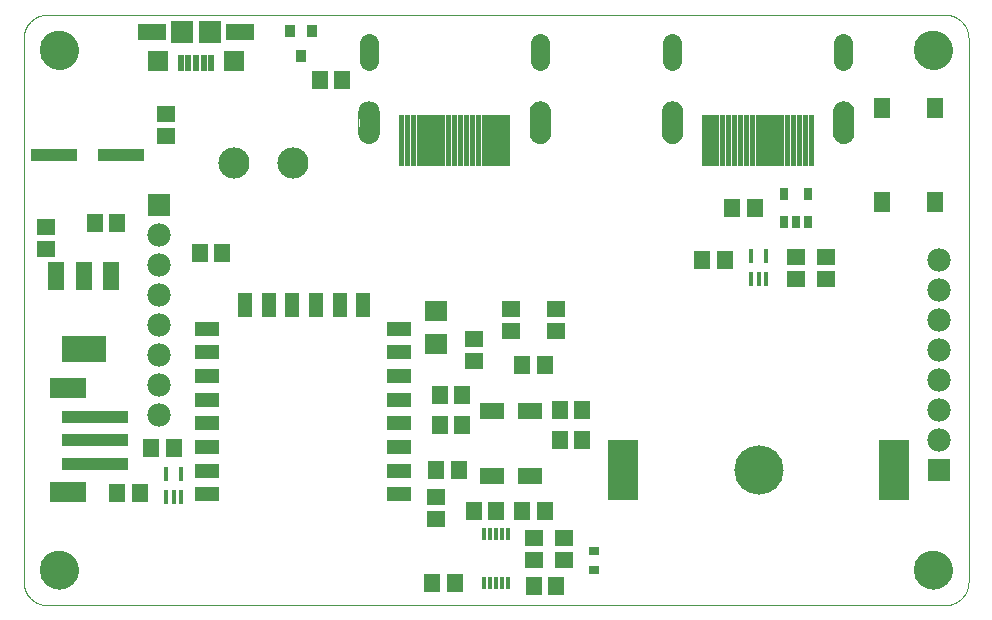
<source format=gts>
G75*
%MOIN*%
%OFA0B0*%
%FSLAX25Y25*%
%IPPOS*%
%LPD*%
%AMOC8*
5,1,8,0,0,1.08239X$1,22.5*
%
%ADD10C,0.00000*%
%ADD11C,0.12900*%
%ADD12R,0.05518X0.06306*%
%ADD13R,0.03550X0.03943*%
%ADD14R,0.06306X0.05518*%
%ADD15R,0.08274X0.05124*%
%ADD16R,0.05124X0.08274*%
%ADD17R,0.07487X0.06699*%
%ADD18C,0.00158*%
%ADD19C,0.06306*%
%ADD20C,0.00039*%
%ADD21R,0.05518X0.06502*%
%ADD22R,0.01975X0.05715*%
%ADD23R,0.07487X0.07487*%
%ADD24R,0.09455X0.05518*%
%ADD25R,0.06699X0.06699*%
%ADD26C,0.10400*%
%ADD27R,0.22054X0.04337*%
%ADD28R,0.12211X0.06699*%
%ADD29R,0.07800X0.07800*%
%ADD30C,0.07800*%
%ADD31R,0.05200X0.09200*%
%ADD32R,0.14573X0.09061*%
%ADD33R,0.01575X0.04331*%
%ADD34R,0.07880X0.05518*%
%ADD35C,0.16400*%
%ADD36R,0.10243X0.20479*%
%ADD37R,0.03550X0.02762*%
%ADD38R,0.01800X0.05000*%
%ADD39R,0.03156X0.04337*%
%ADD40R,0.15361X0.04337*%
D10*
X0044888Y0146728D02*
X0344100Y0146728D01*
X0344290Y0146730D01*
X0344480Y0146737D01*
X0344670Y0146749D01*
X0344860Y0146765D01*
X0345049Y0146785D01*
X0345238Y0146811D01*
X0345426Y0146840D01*
X0345613Y0146875D01*
X0345799Y0146914D01*
X0345984Y0146957D01*
X0346169Y0147005D01*
X0346352Y0147057D01*
X0346533Y0147113D01*
X0346713Y0147174D01*
X0346892Y0147240D01*
X0347069Y0147309D01*
X0347245Y0147383D01*
X0347418Y0147461D01*
X0347590Y0147544D01*
X0347759Y0147630D01*
X0347927Y0147720D01*
X0348092Y0147815D01*
X0348255Y0147913D01*
X0348415Y0148016D01*
X0348573Y0148122D01*
X0348728Y0148232D01*
X0348881Y0148345D01*
X0349031Y0148463D01*
X0349177Y0148584D01*
X0349321Y0148708D01*
X0349462Y0148836D01*
X0349600Y0148967D01*
X0349735Y0149102D01*
X0349866Y0149240D01*
X0349994Y0149381D01*
X0350118Y0149525D01*
X0350239Y0149671D01*
X0350357Y0149821D01*
X0350470Y0149974D01*
X0350580Y0150129D01*
X0350686Y0150287D01*
X0350789Y0150447D01*
X0350887Y0150610D01*
X0350982Y0150775D01*
X0351072Y0150943D01*
X0351158Y0151112D01*
X0351241Y0151284D01*
X0351319Y0151457D01*
X0351393Y0151633D01*
X0351462Y0151810D01*
X0351528Y0151989D01*
X0351589Y0152169D01*
X0351645Y0152350D01*
X0351697Y0152533D01*
X0351745Y0152718D01*
X0351788Y0152903D01*
X0351827Y0153089D01*
X0351862Y0153276D01*
X0351891Y0153464D01*
X0351917Y0153653D01*
X0351937Y0153842D01*
X0351953Y0154032D01*
X0351965Y0154222D01*
X0351972Y0154412D01*
X0351974Y0154602D01*
X0351974Y0335705D01*
X0351972Y0335895D01*
X0351965Y0336085D01*
X0351953Y0336275D01*
X0351937Y0336465D01*
X0351917Y0336654D01*
X0351891Y0336843D01*
X0351862Y0337031D01*
X0351827Y0337218D01*
X0351788Y0337404D01*
X0351745Y0337589D01*
X0351697Y0337774D01*
X0351645Y0337957D01*
X0351589Y0338138D01*
X0351528Y0338318D01*
X0351462Y0338497D01*
X0351393Y0338674D01*
X0351319Y0338850D01*
X0351241Y0339023D01*
X0351158Y0339195D01*
X0351072Y0339364D01*
X0350982Y0339532D01*
X0350887Y0339697D01*
X0350789Y0339860D01*
X0350686Y0340020D01*
X0350580Y0340178D01*
X0350470Y0340333D01*
X0350357Y0340486D01*
X0350239Y0340636D01*
X0350118Y0340782D01*
X0349994Y0340926D01*
X0349866Y0341067D01*
X0349735Y0341205D01*
X0349600Y0341340D01*
X0349462Y0341471D01*
X0349321Y0341599D01*
X0349177Y0341723D01*
X0349031Y0341844D01*
X0348881Y0341962D01*
X0348728Y0342075D01*
X0348573Y0342185D01*
X0348415Y0342291D01*
X0348255Y0342394D01*
X0348092Y0342492D01*
X0347927Y0342587D01*
X0347759Y0342677D01*
X0347590Y0342763D01*
X0347418Y0342846D01*
X0347245Y0342924D01*
X0347069Y0342998D01*
X0346892Y0343067D01*
X0346713Y0343133D01*
X0346533Y0343194D01*
X0346352Y0343250D01*
X0346169Y0343302D01*
X0345984Y0343350D01*
X0345799Y0343393D01*
X0345613Y0343432D01*
X0345426Y0343467D01*
X0345238Y0343496D01*
X0345049Y0343522D01*
X0344860Y0343542D01*
X0344670Y0343558D01*
X0344480Y0343570D01*
X0344290Y0343577D01*
X0344100Y0343579D01*
X0044888Y0343579D01*
X0044698Y0343577D01*
X0044508Y0343570D01*
X0044318Y0343558D01*
X0044128Y0343542D01*
X0043939Y0343522D01*
X0043750Y0343496D01*
X0043562Y0343467D01*
X0043375Y0343432D01*
X0043189Y0343393D01*
X0043004Y0343350D01*
X0042819Y0343302D01*
X0042636Y0343250D01*
X0042455Y0343194D01*
X0042275Y0343133D01*
X0042096Y0343067D01*
X0041919Y0342998D01*
X0041743Y0342924D01*
X0041570Y0342846D01*
X0041398Y0342763D01*
X0041229Y0342677D01*
X0041061Y0342587D01*
X0040896Y0342492D01*
X0040733Y0342394D01*
X0040573Y0342291D01*
X0040415Y0342185D01*
X0040260Y0342075D01*
X0040107Y0341962D01*
X0039957Y0341844D01*
X0039811Y0341723D01*
X0039667Y0341599D01*
X0039526Y0341471D01*
X0039388Y0341340D01*
X0039253Y0341205D01*
X0039122Y0341067D01*
X0038994Y0340926D01*
X0038870Y0340782D01*
X0038749Y0340636D01*
X0038631Y0340486D01*
X0038518Y0340333D01*
X0038408Y0340178D01*
X0038302Y0340020D01*
X0038199Y0339860D01*
X0038101Y0339697D01*
X0038006Y0339532D01*
X0037916Y0339364D01*
X0037830Y0339195D01*
X0037747Y0339023D01*
X0037669Y0338850D01*
X0037595Y0338674D01*
X0037526Y0338497D01*
X0037460Y0338318D01*
X0037399Y0338138D01*
X0037343Y0337957D01*
X0037291Y0337774D01*
X0037243Y0337589D01*
X0037200Y0337404D01*
X0037161Y0337218D01*
X0037126Y0337031D01*
X0037097Y0336843D01*
X0037071Y0336654D01*
X0037051Y0336465D01*
X0037035Y0336275D01*
X0037023Y0336085D01*
X0037016Y0335895D01*
X0037014Y0335705D01*
X0037014Y0154602D01*
X0037016Y0154412D01*
X0037023Y0154222D01*
X0037035Y0154032D01*
X0037051Y0153842D01*
X0037071Y0153653D01*
X0037097Y0153464D01*
X0037126Y0153276D01*
X0037161Y0153089D01*
X0037200Y0152903D01*
X0037243Y0152718D01*
X0037291Y0152533D01*
X0037343Y0152350D01*
X0037399Y0152169D01*
X0037460Y0151989D01*
X0037526Y0151810D01*
X0037595Y0151633D01*
X0037669Y0151457D01*
X0037747Y0151284D01*
X0037830Y0151112D01*
X0037916Y0150943D01*
X0038006Y0150775D01*
X0038101Y0150610D01*
X0038199Y0150447D01*
X0038302Y0150287D01*
X0038408Y0150129D01*
X0038518Y0149974D01*
X0038631Y0149821D01*
X0038749Y0149671D01*
X0038870Y0149525D01*
X0038994Y0149381D01*
X0039122Y0149240D01*
X0039253Y0149102D01*
X0039388Y0148967D01*
X0039526Y0148836D01*
X0039667Y0148708D01*
X0039811Y0148584D01*
X0039957Y0148463D01*
X0040107Y0148345D01*
X0040260Y0148232D01*
X0040415Y0148122D01*
X0040573Y0148016D01*
X0040733Y0147913D01*
X0040896Y0147815D01*
X0041061Y0147720D01*
X0041229Y0147630D01*
X0041398Y0147544D01*
X0041570Y0147461D01*
X0041743Y0147383D01*
X0041919Y0147309D01*
X0042096Y0147240D01*
X0042275Y0147174D01*
X0042455Y0147113D01*
X0042636Y0147057D01*
X0042819Y0147005D01*
X0043004Y0146957D01*
X0043189Y0146914D01*
X0043375Y0146875D01*
X0043562Y0146840D01*
X0043750Y0146811D01*
X0043939Y0146785D01*
X0044128Y0146765D01*
X0044318Y0146749D01*
X0044508Y0146737D01*
X0044698Y0146730D01*
X0044888Y0146728D01*
X0042575Y0158539D02*
X0042577Y0158697D01*
X0042583Y0158854D01*
X0042593Y0159012D01*
X0042607Y0159169D01*
X0042625Y0159325D01*
X0042646Y0159482D01*
X0042672Y0159637D01*
X0042702Y0159792D01*
X0042735Y0159946D01*
X0042773Y0160099D01*
X0042814Y0160252D01*
X0042859Y0160403D01*
X0042908Y0160553D01*
X0042961Y0160701D01*
X0043017Y0160849D01*
X0043078Y0160994D01*
X0043141Y0161139D01*
X0043209Y0161281D01*
X0043280Y0161422D01*
X0043354Y0161561D01*
X0043432Y0161698D01*
X0043514Y0161833D01*
X0043598Y0161966D01*
X0043687Y0162097D01*
X0043778Y0162225D01*
X0043873Y0162352D01*
X0043970Y0162475D01*
X0044071Y0162597D01*
X0044175Y0162715D01*
X0044282Y0162831D01*
X0044392Y0162944D01*
X0044504Y0163055D01*
X0044620Y0163162D01*
X0044738Y0163267D01*
X0044858Y0163369D01*
X0044981Y0163467D01*
X0045107Y0163563D01*
X0045235Y0163655D01*
X0045365Y0163744D01*
X0045497Y0163830D01*
X0045632Y0163912D01*
X0045769Y0163991D01*
X0045907Y0164066D01*
X0046047Y0164138D01*
X0046190Y0164206D01*
X0046333Y0164271D01*
X0046479Y0164332D01*
X0046626Y0164389D01*
X0046774Y0164443D01*
X0046924Y0164493D01*
X0047074Y0164539D01*
X0047226Y0164581D01*
X0047379Y0164620D01*
X0047533Y0164654D01*
X0047688Y0164685D01*
X0047843Y0164711D01*
X0047999Y0164734D01*
X0048156Y0164753D01*
X0048313Y0164768D01*
X0048470Y0164779D01*
X0048628Y0164786D01*
X0048786Y0164789D01*
X0048943Y0164788D01*
X0049101Y0164783D01*
X0049258Y0164774D01*
X0049416Y0164761D01*
X0049572Y0164744D01*
X0049729Y0164723D01*
X0049884Y0164699D01*
X0050039Y0164670D01*
X0050194Y0164637D01*
X0050347Y0164601D01*
X0050500Y0164560D01*
X0050651Y0164516D01*
X0050801Y0164468D01*
X0050950Y0164417D01*
X0051098Y0164361D01*
X0051244Y0164302D01*
X0051389Y0164239D01*
X0051532Y0164172D01*
X0051673Y0164102D01*
X0051812Y0164029D01*
X0051950Y0163952D01*
X0052086Y0163871D01*
X0052219Y0163787D01*
X0052350Y0163700D01*
X0052479Y0163609D01*
X0052606Y0163515D01*
X0052731Y0163418D01*
X0052852Y0163318D01*
X0052972Y0163215D01*
X0053088Y0163109D01*
X0053202Y0163000D01*
X0053314Y0162888D01*
X0053422Y0162774D01*
X0053527Y0162656D01*
X0053630Y0162536D01*
X0053729Y0162414D01*
X0053825Y0162289D01*
X0053918Y0162161D01*
X0054008Y0162032D01*
X0054094Y0161900D01*
X0054178Y0161766D01*
X0054257Y0161630D01*
X0054334Y0161492D01*
X0054406Y0161352D01*
X0054475Y0161210D01*
X0054541Y0161067D01*
X0054603Y0160922D01*
X0054661Y0160775D01*
X0054716Y0160627D01*
X0054767Y0160478D01*
X0054814Y0160327D01*
X0054857Y0160176D01*
X0054896Y0160023D01*
X0054932Y0159869D01*
X0054963Y0159715D01*
X0054991Y0159560D01*
X0055015Y0159404D01*
X0055035Y0159247D01*
X0055051Y0159090D01*
X0055063Y0158933D01*
X0055071Y0158776D01*
X0055075Y0158618D01*
X0055075Y0158460D01*
X0055071Y0158302D01*
X0055063Y0158145D01*
X0055051Y0157988D01*
X0055035Y0157831D01*
X0055015Y0157674D01*
X0054991Y0157518D01*
X0054963Y0157363D01*
X0054932Y0157209D01*
X0054896Y0157055D01*
X0054857Y0156902D01*
X0054814Y0156751D01*
X0054767Y0156600D01*
X0054716Y0156451D01*
X0054661Y0156303D01*
X0054603Y0156156D01*
X0054541Y0156011D01*
X0054475Y0155868D01*
X0054406Y0155726D01*
X0054334Y0155586D01*
X0054257Y0155448D01*
X0054178Y0155312D01*
X0054094Y0155178D01*
X0054008Y0155046D01*
X0053918Y0154917D01*
X0053825Y0154789D01*
X0053729Y0154664D01*
X0053630Y0154542D01*
X0053527Y0154422D01*
X0053422Y0154304D01*
X0053314Y0154190D01*
X0053202Y0154078D01*
X0053088Y0153969D01*
X0052972Y0153863D01*
X0052852Y0153760D01*
X0052731Y0153660D01*
X0052606Y0153563D01*
X0052479Y0153469D01*
X0052350Y0153378D01*
X0052219Y0153291D01*
X0052086Y0153207D01*
X0051950Y0153126D01*
X0051812Y0153049D01*
X0051673Y0152976D01*
X0051532Y0152906D01*
X0051389Y0152839D01*
X0051244Y0152776D01*
X0051098Y0152717D01*
X0050950Y0152661D01*
X0050801Y0152610D01*
X0050651Y0152562D01*
X0050500Y0152518D01*
X0050347Y0152477D01*
X0050194Y0152441D01*
X0050039Y0152408D01*
X0049884Y0152379D01*
X0049729Y0152355D01*
X0049572Y0152334D01*
X0049416Y0152317D01*
X0049258Y0152304D01*
X0049101Y0152295D01*
X0048943Y0152290D01*
X0048786Y0152289D01*
X0048628Y0152292D01*
X0048470Y0152299D01*
X0048313Y0152310D01*
X0048156Y0152325D01*
X0047999Y0152344D01*
X0047843Y0152367D01*
X0047688Y0152393D01*
X0047533Y0152424D01*
X0047379Y0152458D01*
X0047226Y0152497D01*
X0047074Y0152539D01*
X0046924Y0152585D01*
X0046774Y0152635D01*
X0046626Y0152689D01*
X0046479Y0152746D01*
X0046333Y0152807D01*
X0046190Y0152872D01*
X0046047Y0152940D01*
X0045907Y0153012D01*
X0045769Y0153087D01*
X0045632Y0153166D01*
X0045497Y0153248D01*
X0045365Y0153334D01*
X0045235Y0153423D01*
X0045107Y0153515D01*
X0044981Y0153611D01*
X0044858Y0153709D01*
X0044738Y0153811D01*
X0044620Y0153916D01*
X0044504Y0154023D01*
X0044392Y0154134D01*
X0044282Y0154247D01*
X0044175Y0154363D01*
X0044071Y0154481D01*
X0043970Y0154603D01*
X0043873Y0154726D01*
X0043778Y0154853D01*
X0043687Y0154981D01*
X0043598Y0155112D01*
X0043514Y0155245D01*
X0043432Y0155380D01*
X0043354Y0155517D01*
X0043280Y0155656D01*
X0043209Y0155797D01*
X0043141Y0155939D01*
X0043078Y0156084D01*
X0043017Y0156229D01*
X0042961Y0156377D01*
X0042908Y0156525D01*
X0042859Y0156675D01*
X0042814Y0156826D01*
X0042773Y0156979D01*
X0042735Y0157132D01*
X0042702Y0157286D01*
X0042672Y0157441D01*
X0042646Y0157596D01*
X0042625Y0157753D01*
X0042607Y0157909D01*
X0042593Y0158066D01*
X0042583Y0158224D01*
X0042577Y0158381D01*
X0042575Y0158539D01*
X0042575Y0331768D02*
X0042577Y0331926D01*
X0042583Y0332083D01*
X0042593Y0332241D01*
X0042607Y0332398D01*
X0042625Y0332554D01*
X0042646Y0332711D01*
X0042672Y0332866D01*
X0042702Y0333021D01*
X0042735Y0333175D01*
X0042773Y0333328D01*
X0042814Y0333481D01*
X0042859Y0333632D01*
X0042908Y0333782D01*
X0042961Y0333930D01*
X0043017Y0334078D01*
X0043078Y0334223D01*
X0043141Y0334368D01*
X0043209Y0334510D01*
X0043280Y0334651D01*
X0043354Y0334790D01*
X0043432Y0334927D01*
X0043514Y0335062D01*
X0043598Y0335195D01*
X0043687Y0335326D01*
X0043778Y0335454D01*
X0043873Y0335581D01*
X0043970Y0335704D01*
X0044071Y0335826D01*
X0044175Y0335944D01*
X0044282Y0336060D01*
X0044392Y0336173D01*
X0044504Y0336284D01*
X0044620Y0336391D01*
X0044738Y0336496D01*
X0044858Y0336598D01*
X0044981Y0336696D01*
X0045107Y0336792D01*
X0045235Y0336884D01*
X0045365Y0336973D01*
X0045497Y0337059D01*
X0045632Y0337141D01*
X0045769Y0337220D01*
X0045907Y0337295D01*
X0046047Y0337367D01*
X0046190Y0337435D01*
X0046333Y0337500D01*
X0046479Y0337561D01*
X0046626Y0337618D01*
X0046774Y0337672D01*
X0046924Y0337722D01*
X0047074Y0337768D01*
X0047226Y0337810D01*
X0047379Y0337849D01*
X0047533Y0337883D01*
X0047688Y0337914D01*
X0047843Y0337940D01*
X0047999Y0337963D01*
X0048156Y0337982D01*
X0048313Y0337997D01*
X0048470Y0338008D01*
X0048628Y0338015D01*
X0048786Y0338018D01*
X0048943Y0338017D01*
X0049101Y0338012D01*
X0049258Y0338003D01*
X0049416Y0337990D01*
X0049572Y0337973D01*
X0049729Y0337952D01*
X0049884Y0337928D01*
X0050039Y0337899D01*
X0050194Y0337866D01*
X0050347Y0337830D01*
X0050500Y0337789D01*
X0050651Y0337745D01*
X0050801Y0337697D01*
X0050950Y0337646D01*
X0051098Y0337590D01*
X0051244Y0337531D01*
X0051389Y0337468D01*
X0051532Y0337401D01*
X0051673Y0337331D01*
X0051812Y0337258D01*
X0051950Y0337181D01*
X0052086Y0337100D01*
X0052219Y0337016D01*
X0052350Y0336929D01*
X0052479Y0336838D01*
X0052606Y0336744D01*
X0052731Y0336647D01*
X0052852Y0336547D01*
X0052972Y0336444D01*
X0053088Y0336338D01*
X0053202Y0336229D01*
X0053314Y0336117D01*
X0053422Y0336003D01*
X0053527Y0335885D01*
X0053630Y0335765D01*
X0053729Y0335643D01*
X0053825Y0335518D01*
X0053918Y0335390D01*
X0054008Y0335261D01*
X0054094Y0335129D01*
X0054178Y0334995D01*
X0054257Y0334859D01*
X0054334Y0334721D01*
X0054406Y0334581D01*
X0054475Y0334439D01*
X0054541Y0334296D01*
X0054603Y0334151D01*
X0054661Y0334004D01*
X0054716Y0333856D01*
X0054767Y0333707D01*
X0054814Y0333556D01*
X0054857Y0333405D01*
X0054896Y0333252D01*
X0054932Y0333098D01*
X0054963Y0332944D01*
X0054991Y0332789D01*
X0055015Y0332633D01*
X0055035Y0332476D01*
X0055051Y0332319D01*
X0055063Y0332162D01*
X0055071Y0332005D01*
X0055075Y0331847D01*
X0055075Y0331689D01*
X0055071Y0331531D01*
X0055063Y0331374D01*
X0055051Y0331217D01*
X0055035Y0331060D01*
X0055015Y0330903D01*
X0054991Y0330747D01*
X0054963Y0330592D01*
X0054932Y0330438D01*
X0054896Y0330284D01*
X0054857Y0330131D01*
X0054814Y0329980D01*
X0054767Y0329829D01*
X0054716Y0329680D01*
X0054661Y0329532D01*
X0054603Y0329385D01*
X0054541Y0329240D01*
X0054475Y0329097D01*
X0054406Y0328955D01*
X0054334Y0328815D01*
X0054257Y0328677D01*
X0054178Y0328541D01*
X0054094Y0328407D01*
X0054008Y0328275D01*
X0053918Y0328146D01*
X0053825Y0328018D01*
X0053729Y0327893D01*
X0053630Y0327771D01*
X0053527Y0327651D01*
X0053422Y0327533D01*
X0053314Y0327419D01*
X0053202Y0327307D01*
X0053088Y0327198D01*
X0052972Y0327092D01*
X0052852Y0326989D01*
X0052731Y0326889D01*
X0052606Y0326792D01*
X0052479Y0326698D01*
X0052350Y0326607D01*
X0052219Y0326520D01*
X0052086Y0326436D01*
X0051950Y0326355D01*
X0051812Y0326278D01*
X0051673Y0326205D01*
X0051532Y0326135D01*
X0051389Y0326068D01*
X0051244Y0326005D01*
X0051098Y0325946D01*
X0050950Y0325890D01*
X0050801Y0325839D01*
X0050651Y0325791D01*
X0050500Y0325747D01*
X0050347Y0325706D01*
X0050194Y0325670D01*
X0050039Y0325637D01*
X0049884Y0325608D01*
X0049729Y0325584D01*
X0049572Y0325563D01*
X0049416Y0325546D01*
X0049258Y0325533D01*
X0049101Y0325524D01*
X0048943Y0325519D01*
X0048786Y0325518D01*
X0048628Y0325521D01*
X0048470Y0325528D01*
X0048313Y0325539D01*
X0048156Y0325554D01*
X0047999Y0325573D01*
X0047843Y0325596D01*
X0047688Y0325622D01*
X0047533Y0325653D01*
X0047379Y0325687D01*
X0047226Y0325726D01*
X0047074Y0325768D01*
X0046924Y0325814D01*
X0046774Y0325864D01*
X0046626Y0325918D01*
X0046479Y0325975D01*
X0046333Y0326036D01*
X0046190Y0326101D01*
X0046047Y0326169D01*
X0045907Y0326241D01*
X0045769Y0326316D01*
X0045632Y0326395D01*
X0045497Y0326477D01*
X0045365Y0326563D01*
X0045235Y0326652D01*
X0045107Y0326744D01*
X0044981Y0326840D01*
X0044858Y0326938D01*
X0044738Y0327040D01*
X0044620Y0327145D01*
X0044504Y0327252D01*
X0044392Y0327363D01*
X0044282Y0327476D01*
X0044175Y0327592D01*
X0044071Y0327710D01*
X0043970Y0327832D01*
X0043873Y0327955D01*
X0043778Y0328082D01*
X0043687Y0328210D01*
X0043598Y0328341D01*
X0043514Y0328474D01*
X0043432Y0328609D01*
X0043354Y0328746D01*
X0043280Y0328885D01*
X0043209Y0329026D01*
X0043141Y0329168D01*
X0043078Y0329313D01*
X0043017Y0329458D01*
X0042961Y0329606D01*
X0042908Y0329754D01*
X0042859Y0329904D01*
X0042814Y0330055D01*
X0042773Y0330208D01*
X0042735Y0330361D01*
X0042702Y0330515D01*
X0042672Y0330670D01*
X0042646Y0330825D01*
X0042625Y0330982D01*
X0042607Y0331138D01*
X0042593Y0331295D01*
X0042583Y0331453D01*
X0042577Y0331610D01*
X0042575Y0331768D01*
X0333913Y0331768D02*
X0333915Y0331926D01*
X0333921Y0332083D01*
X0333931Y0332241D01*
X0333945Y0332398D01*
X0333963Y0332554D01*
X0333984Y0332711D01*
X0334010Y0332866D01*
X0334040Y0333021D01*
X0334073Y0333175D01*
X0334111Y0333328D01*
X0334152Y0333481D01*
X0334197Y0333632D01*
X0334246Y0333782D01*
X0334299Y0333930D01*
X0334355Y0334078D01*
X0334416Y0334223D01*
X0334479Y0334368D01*
X0334547Y0334510D01*
X0334618Y0334651D01*
X0334692Y0334790D01*
X0334770Y0334927D01*
X0334852Y0335062D01*
X0334936Y0335195D01*
X0335025Y0335326D01*
X0335116Y0335454D01*
X0335211Y0335581D01*
X0335308Y0335704D01*
X0335409Y0335826D01*
X0335513Y0335944D01*
X0335620Y0336060D01*
X0335730Y0336173D01*
X0335842Y0336284D01*
X0335958Y0336391D01*
X0336076Y0336496D01*
X0336196Y0336598D01*
X0336319Y0336696D01*
X0336445Y0336792D01*
X0336573Y0336884D01*
X0336703Y0336973D01*
X0336835Y0337059D01*
X0336970Y0337141D01*
X0337107Y0337220D01*
X0337245Y0337295D01*
X0337385Y0337367D01*
X0337528Y0337435D01*
X0337671Y0337500D01*
X0337817Y0337561D01*
X0337964Y0337618D01*
X0338112Y0337672D01*
X0338262Y0337722D01*
X0338412Y0337768D01*
X0338564Y0337810D01*
X0338717Y0337849D01*
X0338871Y0337883D01*
X0339026Y0337914D01*
X0339181Y0337940D01*
X0339337Y0337963D01*
X0339494Y0337982D01*
X0339651Y0337997D01*
X0339808Y0338008D01*
X0339966Y0338015D01*
X0340124Y0338018D01*
X0340281Y0338017D01*
X0340439Y0338012D01*
X0340596Y0338003D01*
X0340754Y0337990D01*
X0340910Y0337973D01*
X0341067Y0337952D01*
X0341222Y0337928D01*
X0341377Y0337899D01*
X0341532Y0337866D01*
X0341685Y0337830D01*
X0341838Y0337789D01*
X0341989Y0337745D01*
X0342139Y0337697D01*
X0342288Y0337646D01*
X0342436Y0337590D01*
X0342582Y0337531D01*
X0342727Y0337468D01*
X0342870Y0337401D01*
X0343011Y0337331D01*
X0343150Y0337258D01*
X0343288Y0337181D01*
X0343424Y0337100D01*
X0343557Y0337016D01*
X0343688Y0336929D01*
X0343817Y0336838D01*
X0343944Y0336744D01*
X0344069Y0336647D01*
X0344190Y0336547D01*
X0344310Y0336444D01*
X0344426Y0336338D01*
X0344540Y0336229D01*
X0344652Y0336117D01*
X0344760Y0336003D01*
X0344865Y0335885D01*
X0344968Y0335765D01*
X0345067Y0335643D01*
X0345163Y0335518D01*
X0345256Y0335390D01*
X0345346Y0335261D01*
X0345432Y0335129D01*
X0345516Y0334995D01*
X0345595Y0334859D01*
X0345672Y0334721D01*
X0345744Y0334581D01*
X0345813Y0334439D01*
X0345879Y0334296D01*
X0345941Y0334151D01*
X0345999Y0334004D01*
X0346054Y0333856D01*
X0346105Y0333707D01*
X0346152Y0333556D01*
X0346195Y0333405D01*
X0346234Y0333252D01*
X0346270Y0333098D01*
X0346301Y0332944D01*
X0346329Y0332789D01*
X0346353Y0332633D01*
X0346373Y0332476D01*
X0346389Y0332319D01*
X0346401Y0332162D01*
X0346409Y0332005D01*
X0346413Y0331847D01*
X0346413Y0331689D01*
X0346409Y0331531D01*
X0346401Y0331374D01*
X0346389Y0331217D01*
X0346373Y0331060D01*
X0346353Y0330903D01*
X0346329Y0330747D01*
X0346301Y0330592D01*
X0346270Y0330438D01*
X0346234Y0330284D01*
X0346195Y0330131D01*
X0346152Y0329980D01*
X0346105Y0329829D01*
X0346054Y0329680D01*
X0345999Y0329532D01*
X0345941Y0329385D01*
X0345879Y0329240D01*
X0345813Y0329097D01*
X0345744Y0328955D01*
X0345672Y0328815D01*
X0345595Y0328677D01*
X0345516Y0328541D01*
X0345432Y0328407D01*
X0345346Y0328275D01*
X0345256Y0328146D01*
X0345163Y0328018D01*
X0345067Y0327893D01*
X0344968Y0327771D01*
X0344865Y0327651D01*
X0344760Y0327533D01*
X0344652Y0327419D01*
X0344540Y0327307D01*
X0344426Y0327198D01*
X0344310Y0327092D01*
X0344190Y0326989D01*
X0344069Y0326889D01*
X0343944Y0326792D01*
X0343817Y0326698D01*
X0343688Y0326607D01*
X0343557Y0326520D01*
X0343424Y0326436D01*
X0343288Y0326355D01*
X0343150Y0326278D01*
X0343011Y0326205D01*
X0342870Y0326135D01*
X0342727Y0326068D01*
X0342582Y0326005D01*
X0342436Y0325946D01*
X0342288Y0325890D01*
X0342139Y0325839D01*
X0341989Y0325791D01*
X0341838Y0325747D01*
X0341685Y0325706D01*
X0341532Y0325670D01*
X0341377Y0325637D01*
X0341222Y0325608D01*
X0341067Y0325584D01*
X0340910Y0325563D01*
X0340754Y0325546D01*
X0340596Y0325533D01*
X0340439Y0325524D01*
X0340281Y0325519D01*
X0340124Y0325518D01*
X0339966Y0325521D01*
X0339808Y0325528D01*
X0339651Y0325539D01*
X0339494Y0325554D01*
X0339337Y0325573D01*
X0339181Y0325596D01*
X0339026Y0325622D01*
X0338871Y0325653D01*
X0338717Y0325687D01*
X0338564Y0325726D01*
X0338412Y0325768D01*
X0338262Y0325814D01*
X0338112Y0325864D01*
X0337964Y0325918D01*
X0337817Y0325975D01*
X0337671Y0326036D01*
X0337528Y0326101D01*
X0337385Y0326169D01*
X0337245Y0326241D01*
X0337107Y0326316D01*
X0336970Y0326395D01*
X0336835Y0326477D01*
X0336703Y0326563D01*
X0336573Y0326652D01*
X0336445Y0326744D01*
X0336319Y0326840D01*
X0336196Y0326938D01*
X0336076Y0327040D01*
X0335958Y0327145D01*
X0335842Y0327252D01*
X0335730Y0327363D01*
X0335620Y0327476D01*
X0335513Y0327592D01*
X0335409Y0327710D01*
X0335308Y0327832D01*
X0335211Y0327955D01*
X0335116Y0328082D01*
X0335025Y0328210D01*
X0334936Y0328341D01*
X0334852Y0328474D01*
X0334770Y0328609D01*
X0334692Y0328746D01*
X0334618Y0328885D01*
X0334547Y0329026D01*
X0334479Y0329168D01*
X0334416Y0329313D01*
X0334355Y0329458D01*
X0334299Y0329606D01*
X0334246Y0329754D01*
X0334197Y0329904D01*
X0334152Y0330055D01*
X0334111Y0330208D01*
X0334073Y0330361D01*
X0334040Y0330515D01*
X0334010Y0330670D01*
X0333984Y0330825D01*
X0333963Y0330982D01*
X0333945Y0331138D01*
X0333931Y0331295D01*
X0333921Y0331453D01*
X0333915Y0331610D01*
X0333913Y0331768D01*
X0333913Y0158539D02*
X0333915Y0158697D01*
X0333921Y0158854D01*
X0333931Y0159012D01*
X0333945Y0159169D01*
X0333963Y0159325D01*
X0333984Y0159482D01*
X0334010Y0159637D01*
X0334040Y0159792D01*
X0334073Y0159946D01*
X0334111Y0160099D01*
X0334152Y0160252D01*
X0334197Y0160403D01*
X0334246Y0160553D01*
X0334299Y0160701D01*
X0334355Y0160849D01*
X0334416Y0160994D01*
X0334479Y0161139D01*
X0334547Y0161281D01*
X0334618Y0161422D01*
X0334692Y0161561D01*
X0334770Y0161698D01*
X0334852Y0161833D01*
X0334936Y0161966D01*
X0335025Y0162097D01*
X0335116Y0162225D01*
X0335211Y0162352D01*
X0335308Y0162475D01*
X0335409Y0162597D01*
X0335513Y0162715D01*
X0335620Y0162831D01*
X0335730Y0162944D01*
X0335842Y0163055D01*
X0335958Y0163162D01*
X0336076Y0163267D01*
X0336196Y0163369D01*
X0336319Y0163467D01*
X0336445Y0163563D01*
X0336573Y0163655D01*
X0336703Y0163744D01*
X0336835Y0163830D01*
X0336970Y0163912D01*
X0337107Y0163991D01*
X0337245Y0164066D01*
X0337385Y0164138D01*
X0337528Y0164206D01*
X0337671Y0164271D01*
X0337817Y0164332D01*
X0337964Y0164389D01*
X0338112Y0164443D01*
X0338262Y0164493D01*
X0338412Y0164539D01*
X0338564Y0164581D01*
X0338717Y0164620D01*
X0338871Y0164654D01*
X0339026Y0164685D01*
X0339181Y0164711D01*
X0339337Y0164734D01*
X0339494Y0164753D01*
X0339651Y0164768D01*
X0339808Y0164779D01*
X0339966Y0164786D01*
X0340124Y0164789D01*
X0340281Y0164788D01*
X0340439Y0164783D01*
X0340596Y0164774D01*
X0340754Y0164761D01*
X0340910Y0164744D01*
X0341067Y0164723D01*
X0341222Y0164699D01*
X0341377Y0164670D01*
X0341532Y0164637D01*
X0341685Y0164601D01*
X0341838Y0164560D01*
X0341989Y0164516D01*
X0342139Y0164468D01*
X0342288Y0164417D01*
X0342436Y0164361D01*
X0342582Y0164302D01*
X0342727Y0164239D01*
X0342870Y0164172D01*
X0343011Y0164102D01*
X0343150Y0164029D01*
X0343288Y0163952D01*
X0343424Y0163871D01*
X0343557Y0163787D01*
X0343688Y0163700D01*
X0343817Y0163609D01*
X0343944Y0163515D01*
X0344069Y0163418D01*
X0344190Y0163318D01*
X0344310Y0163215D01*
X0344426Y0163109D01*
X0344540Y0163000D01*
X0344652Y0162888D01*
X0344760Y0162774D01*
X0344865Y0162656D01*
X0344968Y0162536D01*
X0345067Y0162414D01*
X0345163Y0162289D01*
X0345256Y0162161D01*
X0345346Y0162032D01*
X0345432Y0161900D01*
X0345516Y0161766D01*
X0345595Y0161630D01*
X0345672Y0161492D01*
X0345744Y0161352D01*
X0345813Y0161210D01*
X0345879Y0161067D01*
X0345941Y0160922D01*
X0345999Y0160775D01*
X0346054Y0160627D01*
X0346105Y0160478D01*
X0346152Y0160327D01*
X0346195Y0160176D01*
X0346234Y0160023D01*
X0346270Y0159869D01*
X0346301Y0159715D01*
X0346329Y0159560D01*
X0346353Y0159404D01*
X0346373Y0159247D01*
X0346389Y0159090D01*
X0346401Y0158933D01*
X0346409Y0158776D01*
X0346413Y0158618D01*
X0346413Y0158460D01*
X0346409Y0158302D01*
X0346401Y0158145D01*
X0346389Y0157988D01*
X0346373Y0157831D01*
X0346353Y0157674D01*
X0346329Y0157518D01*
X0346301Y0157363D01*
X0346270Y0157209D01*
X0346234Y0157055D01*
X0346195Y0156902D01*
X0346152Y0156751D01*
X0346105Y0156600D01*
X0346054Y0156451D01*
X0345999Y0156303D01*
X0345941Y0156156D01*
X0345879Y0156011D01*
X0345813Y0155868D01*
X0345744Y0155726D01*
X0345672Y0155586D01*
X0345595Y0155448D01*
X0345516Y0155312D01*
X0345432Y0155178D01*
X0345346Y0155046D01*
X0345256Y0154917D01*
X0345163Y0154789D01*
X0345067Y0154664D01*
X0344968Y0154542D01*
X0344865Y0154422D01*
X0344760Y0154304D01*
X0344652Y0154190D01*
X0344540Y0154078D01*
X0344426Y0153969D01*
X0344310Y0153863D01*
X0344190Y0153760D01*
X0344069Y0153660D01*
X0343944Y0153563D01*
X0343817Y0153469D01*
X0343688Y0153378D01*
X0343557Y0153291D01*
X0343424Y0153207D01*
X0343288Y0153126D01*
X0343150Y0153049D01*
X0343011Y0152976D01*
X0342870Y0152906D01*
X0342727Y0152839D01*
X0342582Y0152776D01*
X0342436Y0152717D01*
X0342288Y0152661D01*
X0342139Y0152610D01*
X0341989Y0152562D01*
X0341838Y0152518D01*
X0341685Y0152477D01*
X0341532Y0152441D01*
X0341377Y0152408D01*
X0341222Y0152379D01*
X0341067Y0152355D01*
X0340910Y0152334D01*
X0340754Y0152317D01*
X0340596Y0152304D01*
X0340439Y0152295D01*
X0340281Y0152290D01*
X0340124Y0152289D01*
X0339966Y0152292D01*
X0339808Y0152299D01*
X0339651Y0152310D01*
X0339494Y0152325D01*
X0339337Y0152344D01*
X0339181Y0152367D01*
X0339026Y0152393D01*
X0338871Y0152424D01*
X0338717Y0152458D01*
X0338564Y0152497D01*
X0338412Y0152539D01*
X0338262Y0152585D01*
X0338112Y0152635D01*
X0337964Y0152689D01*
X0337817Y0152746D01*
X0337671Y0152807D01*
X0337528Y0152872D01*
X0337385Y0152940D01*
X0337245Y0153012D01*
X0337107Y0153087D01*
X0336970Y0153166D01*
X0336835Y0153248D01*
X0336703Y0153334D01*
X0336573Y0153423D01*
X0336445Y0153515D01*
X0336319Y0153611D01*
X0336196Y0153709D01*
X0336076Y0153811D01*
X0335958Y0153916D01*
X0335842Y0154023D01*
X0335730Y0154134D01*
X0335620Y0154247D01*
X0335513Y0154363D01*
X0335409Y0154481D01*
X0335308Y0154603D01*
X0335211Y0154726D01*
X0335116Y0154853D01*
X0335025Y0154981D01*
X0334936Y0155112D01*
X0334852Y0155245D01*
X0334770Y0155380D01*
X0334692Y0155517D01*
X0334618Y0155656D01*
X0334547Y0155797D01*
X0334479Y0155939D01*
X0334416Y0156084D01*
X0334355Y0156229D01*
X0334299Y0156377D01*
X0334246Y0156525D01*
X0334197Y0156675D01*
X0334152Y0156826D01*
X0334111Y0156979D01*
X0334073Y0157132D01*
X0334040Y0157286D01*
X0334010Y0157441D01*
X0333984Y0157596D01*
X0333963Y0157753D01*
X0333945Y0157909D01*
X0333931Y0158066D01*
X0333921Y0158224D01*
X0333915Y0158381D01*
X0333913Y0158539D01*
D11*
X0340163Y0158539D03*
X0340163Y0331768D03*
X0048825Y0331768D03*
X0048825Y0158539D03*
D12*
X0068274Y0184228D03*
X0075754Y0184228D03*
X0079524Y0199228D03*
X0087004Y0199228D03*
X0174524Y0191728D03*
X0182004Y0191728D03*
X0183254Y0206728D03*
X0175774Y0206728D03*
X0175774Y0216728D03*
X0183254Y0216728D03*
X0203274Y0226728D03*
X0210754Y0226728D03*
X0215774Y0211728D03*
X0223254Y0211728D03*
X0223254Y0201728D03*
X0215774Y0201728D03*
X0210754Y0177978D03*
X0203274Y0177978D03*
X0194504Y0177978D03*
X0187024Y0177978D03*
X0180754Y0154228D03*
X0173274Y0154228D03*
X0207024Y0152978D03*
X0214504Y0152978D03*
X0263274Y0261728D03*
X0270754Y0261728D03*
X0273274Y0279228D03*
X0280754Y0279228D03*
X0143254Y0321728D03*
X0135774Y0321728D03*
X0068254Y0274228D03*
X0060774Y0274228D03*
X0095774Y0264228D03*
X0103254Y0264228D03*
D13*
X0129514Y0329898D03*
X0133254Y0338165D03*
X0125774Y0338165D03*
D14*
X0084514Y0310469D03*
X0084514Y0302988D03*
X0044514Y0272969D03*
X0044514Y0265488D03*
X0174514Y0182969D03*
X0174514Y0175488D03*
X0207014Y0169219D03*
X0207014Y0161738D03*
X0217014Y0161738D03*
X0217014Y0169219D03*
X0187014Y0227988D03*
X0187014Y0235469D03*
X0199514Y0237988D03*
X0199514Y0245469D03*
X0214514Y0245469D03*
X0214514Y0237988D03*
X0294514Y0255488D03*
X0294514Y0262969D03*
X0304514Y0262969D03*
X0304514Y0255488D03*
D15*
X0162014Y0238854D03*
X0162014Y0230980D03*
X0162014Y0223106D03*
X0162014Y0215232D03*
X0162014Y0207358D03*
X0162014Y0199484D03*
X0162014Y0191610D03*
X0162014Y0183736D03*
X0098234Y0183736D03*
X0098234Y0191610D03*
X0098234Y0199484D03*
X0098234Y0207358D03*
X0098234Y0215232D03*
X0098234Y0223106D03*
X0098234Y0230980D03*
X0098234Y0238854D03*
D16*
X0110833Y0246728D03*
X0118707Y0246728D03*
X0126581Y0246728D03*
X0134455Y0246728D03*
X0142329Y0246728D03*
X0150203Y0246728D03*
D17*
X0174514Y0244740D03*
X0174514Y0233717D03*
D18*
X0173901Y0309999D02*
X0175323Y0309999D01*
X0175323Y0293615D01*
X0173901Y0293615D01*
X0173901Y0309999D01*
X0173901Y0293772D02*
X0175323Y0293772D01*
X0175323Y0293929D02*
X0173901Y0293929D01*
X0173901Y0294086D02*
X0175323Y0294086D01*
X0175323Y0294243D02*
X0173901Y0294243D01*
X0173901Y0294400D02*
X0175323Y0294400D01*
X0175323Y0294557D02*
X0173901Y0294557D01*
X0173901Y0294714D02*
X0175323Y0294714D01*
X0175323Y0294871D02*
X0173901Y0294871D01*
X0173901Y0295028D02*
X0175323Y0295028D01*
X0175323Y0295185D02*
X0173901Y0295185D01*
X0173901Y0295342D02*
X0175323Y0295342D01*
X0175323Y0295499D02*
X0173901Y0295499D01*
X0173901Y0295656D02*
X0175323Y0295656D01*
X0175323Y0295813D02*
X0173901Y0295813D01*
X0173901Y0295970D02*
X0175323Y0295970D01*
X0175323Y0296127D02*
X0173901Y0296127D01*
X0173901Y0296284D02*
X0175323Y0296284D01*
X0175323Y0296441D02*
X0173901Y0296441D01*
X0173901Y0296598D02*
X0175323Y0296598D01*
X0175323Y0296755D02*
X0173901Y0296755D01*
X0173901Y0296912D02*
X0175323Y0296912D01*
X0175323Y0297069D02*
X0173901Y0297069D01*
X0173901Y0297226D02*
X0175323Y0297226D01*
X0175323Y0297383D02*
X0173901Y0297383D01*
X0173901Y0297540D02*
X0175323Y0297540D01*
X0175323Y0297697D02*
X0173901Y0297697D01*
X0173901Y0297854D02*
X0175323Y0297854D01*
X0175323Y0298011D02*
X0173901Y0298011D01*
X0173901Y0298168D02*
X0175323Y0298168D01*
X0175323Y0298325D02*
X0173901Y0298325D01*
X0173901Y0298482D02*
X0175323Y0298482D01*
X0175323Y0298639D02*
X0173901Y0298639D01*
X0173901Y0298796D02*
X0175323Y0298796D01*
X0175323Y0298953D02*
X0173901Y0298953D01*
X0173901Y0299110D02*
X0175323Y0299110D01*
X0175323Y0299267D02*
X0173901Y0299267D01*
X0173901Y0299424D02*
X0175323Y0299424D01*
X0175323Y0299581D02*
X0173901Y0299581D01*
X0173901Y0299738D02*
X0175323Y0299738D01*
X0175323Y0299895D02*
X0173901Y0299895D01*
X0173901Y0300052D02*
X0175323Y0300052D01*
X0175323Y0300209D02*
X0173901Y0300209D01*
X0173901Y0300366D02*
X0175323Y0300366D01*
X0175323Y0300523D02*
X0173901Y0300523D01*
X0173901Y0300680D02*
X0175323Y0300680D01*
X0175323Y0300837D02*
X0173901Y0300837D01*
X0173901Y0300994D02*
X0175323Y0300994D01*
X0175323Y0301151D02*
X0173901Y0301151D01*
X0173901Y0301308D02*
X0175323Y0301308D01*
X0175323Y0301465D02*
X0173901Y0301465D01*
X0173901Y0301622D02*
X0175323Y0301622D01*
X0175323Y0301779D02*
X0173901Y0301779D01*
X0173901Y0301936D02*
X0175323Y0301936D01*
X0175323Y0302093D02*
X0173901Y0302093D01*
X0173901Y0302250D02*
X0175323Y0302250D01*
X0175323Y0302407D02*
X0173901Y0302407D01*
X0173901Y0302564D02*
X0175323Y0302564D01*
X0175323Y0302721D02*
X0173901Y0302721D01*
X0173901Y0302878D02*
X0175323Y0302878D01*
X0175323Y0303035D02*
X0173901Y0303035D01*
X0173901Y0303192D02*
X0175323Y0303192D01*
X0175323Y0303349D02*
X0173901Y0303349D01*
X0173901Y0303506D02*
X0175323Y0303506D01*
X0175323Y0303663D02*
X0173901Y0303663D01*
X0173901Y0303820D02*
X0175323Y0303820D01*
X0175323Y0303977D02*
X0173901Y0303977D01*
X0173901Y0304134D02*
X0175323Y0304134D01*
X0175323Y0304291D02*
X0173901Y0304291D01*
X0173901Y0304448D02*
X0175323Y0304448D01*
X0175323Y0304605D02*
X0173901Y0304605D01*
X0173901Y0304762D02*
X0175323Y0304762D01*
X0175323Y0304919D02*
X0173901Y0304919D01*
X0173901Y0305076D02*
X0175323Y0305076D01*
X0175323Y0305233D02*
X0173901Y0305233D01*
X0173901Y0305390D02*
X0175323Y0305390D01*
X0175323Y0305547D02*
X0173901Y0305547D01*
X0173901Y0305704D02*
X0175323Y0305704D01*
X0175323Y0305861D02*
X0173901Y0305861D01*
X0173901Y0306018D02*
X0175323Y0306018D01*
X0175323Y0306175D02*
X0173901Y0306175D01*
X0173901Y0306332D02*
X0175323Y0306332D01*
X0175323Y0306489D02*
X0173901Y0306489D01*
X0173901Y0306646D02*
X0175323Y0306646D01*
X0175323Y0306803D02*
X0173901Y0306803D01*
X0173901Y0306960D02*
X0175323Y0306960D01*
X0175323Y0307117D02*
X0173901Y0307117D01*
X0173901Y0307274D02*
X0175323Y0307274D01*
X0175323Y0307431D02*
X0173901Y0307431D01*
X0173901Y0307588D02*
X0175323Y0307588D01*
X0175323Y0307745D02*
X0173901Y0307745D01*
X0173901Y0307902D02*
X0175323Y0307902D01*
X0175323Y0308059D02*
X0173901Y0308059D01*
X0173901Y0308216D02*
X0175323Y0308216D01*
X0175323Y0308373D02*
X0173901Y0308373D01*
X0173901Y0308530D02*
X0175323Y0308530D01*
X0175323Y0308687D02*
X0173901Y0308687D01*
X0173901Y0308844D02*
X0175323Y0308844D01*
X0175323Y0309001D02*
X0173901Y0309001D01*
X0173901Y0309158D02*
X0175323Y0309158D01*
X0175323Y0309315D02*
X0173901Y0309315D01*
X0173901Y0309472D02*
X0175323Y0309472D01*
X0175323Y0309629D02*
X0173901Y0309629D01*
X0173901Y0309786D02*
X0175323Y0309786D01*
X0175323Y0309943D02*
X0173901Y0309943D01*
X0173355Y0309999D02*
X0171933Y0309999D01*
X0173355Y0309999D02*
X0173355Y0293615D01*
X0171933Y0293615D01*
X0171933Y0309999D01*
X0171933Y0293772D02*
X0173355Y0293772D01*
X0173355Y0293929D02*
X0171933Y0293929D01*
X0171933Y0294086D02*
X0173355Y0294086D01*
X0173355Y0294243D02*
X0171933Y0294243D01*
X0171933Y0294400D02*
X0173355Y0294400D01*
X0173355Y0294557D02*
X0171933Y0294557D01*
X0171933Y0294714D02*
X0173355Y0294714D01*
X0173355Y0294871D02*
X0171933Y0294871D01*
X0171933Y0295028D02*
X0173355Y0295028D01*
X0173355Y0295185D02*
X0171933Y0295185D01*
X0171933Y0295342D02*
X0173355Y0295342D01*
X0173355Y0295499D02*
X0171933Y0295499D01*
X0171933Y0295656D02*
X0173355Y0295656D01*
X0173355Y0295813D02*
X0171933Y0295813D01*
X0171933Y0295970D02*
X0173355Y0295970D01*
X0173355Y0296127D02*
X0171933Y0296127D01*
X0171933Y0296284D02*
X0173355Y0296284D01*
X0173355Y0296441D02*
X0171933Y0296441D01*
X0171933Y0296598D02*
X0173355Y0296598D01*
X0173355Y0296755D02*
X0171933Y0296755D01*
X0171933Y0296912D02*
X0173355Y0296912D01*
X0173355Y0297069D02*
X0171933Y0297069D01*
X0171933Y0297226D02*
X0173355Y0297226D01*
X0173355Y0297383D02*
X0171933Y0297383D01*
X0171933Y0297540D02*
X0173355Y0297540D01*
X0173355Y0297697D02*
X0171933Y0297697D01*
X0171933Y0297854D02*
X0173355Y0297854D01*
X0173355Y0298011D02*
X0171933Y0298011D01*
X0171933Y0298168D02*
X0173355Y0298168D01*
X0173355Y0298325D02*
X0171933Y0298325D01*
X0171933Y0298482D02*
X0173355Y0298482D01*
X0173355Y0298639D02*
X0171933Y0298639D01*
X0171933Y0298796D02*
X0173355Y0298796D01*
X0173355Y0298953D02*
X0171933Y0298953D01*
X0171933Y0299110D02*
X0173355Y0299110D01*
X0173355Y0299267D02*
X0171933Y0299267D01*
X0171933Y0299424D02*
X0173355Y0299424D01*
X0173355Y0299581D02*
X0171933Y0299581D01*
X0171933Y0299738D02*
X0173355Y0299738D01*
X0173355Y0299895D02*
X0171933Y0299895D01*
X0171933Y0300052D02*
X0173355Y0300052D01*
X0173355Y0300209D02*
X0171933Y0300209D01*
X0171933Y0300366D02*
X0173355Y0300366D01*
X0173355Y0300523D02*
X0171933Y0300523D01*
X0171933Y0300680D02*
X0173355Y0300680D01*
X0173355Y0300837D02*
X0171933Y0300837D01*
X0171933Y0300994D02*
X0173355Y0300994D01*
X0173355Y0301151D02*
X0171933Y0301151D01*
X0171933Y0301308D02*
X0173355Y0301308D01*
X0173355Y0301465D02*
X0171933Y0301465D01*
X0171933Y0301622D02*
X0173355Y0301622D01*
X0173355Y0301779D02*
X0171933Y0301779D01*
X0171933Y0301936D02*
X0173355Y0301936D01*
X0173355Y0302093D02*
X0171933Y0302093D01*
X0171933Y0302250D02*
X0173355Y0302250D01*
X0173355Y0302407D02*
X0171933Y0302407D01*
X0171933Y0302564D02*
X0173355Y0302564D01*
X0173355Y0302721D02*
X0171933Y0302721D01*
X0171933Y0302878D02*
X0173355Y0302878D01*
X0173355Y0303035D02*
X0171933Y0303035D01*
X0171933Y0303192D02*
X0173355Y0303192D01*
X0173355Y0303349D02*
X0171933Y0303349D01*
X0171933Y0303506D02*
X0173355Y0303506D01*
X0173355Y0303663D02*
X0171933Y0303663D01*
X0171933Y0303820D02*
X0173355Y0303820D01*
X0173355Y0303977D02*
X0171933Y0303977D01*
X0171933Y0304134D02*
X0173355Y0304134D01*
X0173355Y0304291D02*
X0171933Y0304291D01*
X0171933Y0304448D02*
X0173355Y0304448D01*
X0173355Y0304605D02*
X0171933Y0304605D01*
X0171933Y0304762D02*
X0173355Y0304762D01*
X0173355Y0304919D02*
X0171933Y0304919D01*
X0171933Y0305076D02*
X0173355Y0305076D01*
X0173355Y0305233D02*
X0171933Y0305233D01*
X0171933Y0305390D02*
X0173355Y0305390D01*
X0173355Y0305547D02*
X0171933Y0305547D01*
X0171933Y0305704D02*
X0173355Y0305704D01*
X0173355Y0305861D02*
X0171933Y0305861D01*
X0171933Y0306018D02*
X0173355Y0306018D01*
X0173355Y0306175D02*
X0171933Y0306175D01*
X0171933Y0306332D02*
X0173355Y0306332D01*
X0173355Y0306489D02*
X0171933Y0306489D01*
X0171933Y0306646D02*
X0173355Y0306646D01*
X0173355Y0306803D02*
X0171933Y0306803D01*
X0171933Y0306960D02*
X0173355Y0306960D01*
X0173355Y0307117D02*
X0171933Y0307117D01*
X0171933Y0307274D02*
X0173355Y0307274D01*
X0173355Y0307431D02*
X0171933Y0307431D01*
X0171933Y0307588D02*
X0173355Y0307588D01*
X0173355Y0307745D02*
X0171933Y0307745D01*
X0171933Y0307902D02*
X0173355Y0307902D01*
X0173355Y0308059D02*
X0171933Y0308059D01*
X0171933Y0308216D02*
X0173355Y0308216D01*
X0173355Y0308373D02*
X0171933Y0308373D01*
X0171933Y0308530D02*
X0173355Y0308530D01*
X0173355Y0308687D02*
X0171933Y0308687D01*
X0171933Y0308844D02*
X0173355Y0308844D01*
X0173355Y0309001D02*
X0171933Y0309001D01*
X0171933Y0309158D02*
X0173355Y0309158D01*
X0173355Y0309315D02*
X0171933Y0309315D01*
X0171933Y0309472D02*
X0173355Y0309472D01*
X0173355Y0309629D02*
X0171933Y0309629D01*
X0171933Y0309786D02*
X0173355Y0309786D01*
X0173355Y0309943D02*
X0171933Y0309943D01*
X0171386Y0309999D02*
X0169964Y0309999D01*
X0171386Y0309999D02*
X0171386Y0293615D01*
X0169964Y0293615D01*
X0169964Y0309999D01*
X0169964Y0293772D02*
X0171386Y0293772D01*
X0171386Y0293929D02*
X0169964Y0293929D01*
X0169964Y0294086D02*
X0171386Y0294086D01*
X0171386Y0294243D02*
X0169964Y0294243D01*
X0169964Y0294400D02*
X0171386Y0294400D01*
X0171386Y0294557D02*
X0169964Y0294557D01*
X0169964Y0294714D02*
X0171386Y0294714D01*
X0171386Y0294871D02*
X0169964Y0294871D01*
X0169964Y0295028D02*
X0171386Y0295028D01*
X0171386Y0295185D02*
X0169964Y0295185D01*
X0169964Y0295342D02*
X0171386Y0295342D01*
X0171386Y0295499D02*
X0169964Y0295499D01*
X0169964Y0295656D02*
X0171386Y0295656D01*
X0171386Y0295813D02*
X0169964Y0295813D01*
X0169964Y0295970D02*
X0171386Y0295970D01*
X0171386Y0296127D02*
X0169964Y0296127D01*
X0169964Y0296284D02*
X0171386Y0296284D01*
X0171386Y0296441D02*
X0169964Y0296441D01*
X0169964Y0296598D02*
X0171386Y0296598D01*
X0171386Y0296755D02*
X0169964Y0296755D01*
X0169964Y0296912D02*
X0171386Y0296912D01*
X0171386Y0297069D02*
X0169964Y0297069D01*
X0169964Y0297226D02*
X0171386Y0297226D01*
X0171386Y0297383D02*
X0169964Y0297383D01*
X0169964Y0297540D02*
X0171386Y0297540D01*
X0171386Y0297697D02*
X0169964Y0297697D01*
X0169964Y0297854D02*
X0171386Y0297854D01*
X0171386Y0298011D02*
X0169964Y0298011D01*
X0169964Y0298168D02*
X0171386Y0298168D01*
X0171386Y0298325D02*
X0169964Y0298325D01*
X0169964Y0298482D02*
X0171386Y0298482D01*
X0171386Y0298639D02*
X0169964Y0298639D01*
X0169964Y0298796D02*
X0171386Y0298796D01*
X0171386Y0298953D02*
X0169964Y0298953D01*
X0169964Y0299110D02*
X0171386Y0299110D01*
X0171386Y0299267D02*
X0169964Y0299267D01*
X0169964Y0299424D02*
X0171386Y0299424D01*
X0171386Y0299581D02*
X0169964Y0299581D01*
X0169964Y0299738D02*
X0171386Y0299738D01*
X0171386Y0299895D02*
X0169964Y0299895D01*
X0169964Y0300052D02*
X0171386Y0300052D01*
X0171386Y0300209D02*
X0169964Y0300209D01*
X0169964Y0300366D02*
X0171386Y0300366D01*
X0171386Y0300523D02*
X0169964Y0300523D01*
X0169964Y0300680D02*
X0171386Y0300680D01*
X0171386Y0300837D02*
X0169964Y0300837D01*
X0169964Y0300994D02*
X0171386Y0300994D01*
X0171386Y0301151D02*
X0169964Y0301151D01*
X0169964Y0301308D02*
X0171386Y0301308D01*
X0171386Y0301465D02*
X0169964Y0301465D01*
X0169964Y0301622D02*
X0171386Y0301622D01*
X0171386Y0301779D02*
X0169964Y0301779D01*
X0169964Y0301936D02*
X0171386Y0301936D01*
X0171386Y0302093D02*
X0169964Y0302093D01*
X0169964Y0302250D02*
X0171386Y0302250D01*
X0171386Y0302407D02*
X0169964Y0302407D01*
X0169964Y0302564D02*
X0171386Y0302564D01*
X0171386Y0302721D02*
X0169964Y0302721D01*
X0169964Y0302878D02*
X0171386Y0302878D01*
X0171386Y0303035D02*
X0169964Y0303035D01*
X0169964Y0303192D02*
X0171386Y0303192D01*
X0171386Y0303349D02*
X0169964Y0303349D01*
X0169964Y0303506D02*
X0171386Y0303506D01*
X0171386Y0303663D02*
X0169964Y0303663D01*
X0169964Y0303820D02*
X0171386Y0303820D01*
X0171386Y0303977D02*
X0169964Y0303977D01*
X0169964Y0304134D02*
X0171386Y0304134D01*
X0171386Y0304291D02*
X0169964Y0304291D01*
X0169964Y0304448D02*
X0171386Y0304448D01*
X0171386Y0304605D02*
X0169964Y0304605D01*
X0169964Y0304762D02*
X0171386Y0304762D01*
X0171386Y0304919D02*
X0169964Y0304919D01*
X0169964Y0305076D02*
X0171386Y0305076D01*
X0171386Y0305233D02*
X0169964Y0305233D01*
X0169964Y0305390D02*
X0171386Y0305390D01*
X0171386Y0305547D02*
X0169964Y0305547D01*
X0169964Y0305704D02*
X0171386Y0305704D01*
X0171386Y0305861D02*
X0169964Y0305861D01*
X0169964Y0306018D02*
X0171386Y0306018D01*
X0171386Y0306175D02*
X0169964Y0306175D01*
X0169964Y0306332D02*
X0171386Y0306332D01*
X0171386Y0306489D02*
X0169964Y0306489D01*
X0169964Y0306646D02*
X0171386Y0306646D01*
X0171386Y0306803D02*
X0169964Y0306803D01*
X0169964Y0306960D02*
X0171386Y0306960D01*
X0171386Y0307117D02*
X0169964Y0307117D01*
X0169964Y0307274D02*
X0171386Y0307274D01*
X0171386Y0307431D02*
X0169964Y0307431D01*
X0169964Y0307588D02*
X0171386Y0307588D01*
X0171386Y0307745D02*
X0169964Y0307745D01*
X0169964Y0307902D02*
X0171386Y0307902D01*
X0171386Y0308059D02*
X0169964Y0308059D01*
X0169964Y0308216D02*
X0171386Y0308216D01*
X0171386Y0308373D02*
X0169964Y0308373D01*
X0169964Y0308530D02*
X0171386Y0308530D01*
X0171386Y0308687D02*
X0169964Y0308687D01*
X0169964Y0308844D02*
X0171386Y0308844D01*
X0171386Y0309001D02*
X0169964Y0309001D01*
X0169964Y0309158D02*
X0171386Y0309158D01*
X0171386Y0309315D02*
X0169964Y0309315D01*
X0169964Y0309472D02*
X0171386Y0309472D01*
X0171386Y0309629D02*
X0169964Y0309629D01*
X0169964Y0309786D02*
X0171386Y0309786D01*
X0171386Y0309943D02*
X0169964Y0309943D01*
X0169418Y0309999D02*
X0167996Y0309999D01*
X0169418Y0309999D02*
X0169418Y0293615D01*
X0167996Y0293615D01*
X0167996Y0309999D01*
X0167996Y0293772D02*
X0169418Y0293772D01*
X0169418Y0293929D02*
X0167996Y0293929D01*
X0167996Y0294086D02*
X0169418Y0294086D01*
X0169418Y0294243D02*
X0167996Y0294243D01*
X0167996Y0294400D02*
X0169418Y0294400D01*
X0169418Y0294557D02*
X0167996Y0294557D01*
X0167996Y0294714D02*
X0169418Y0294714D01*
X0169418Y0294871D02*
X0167996Y0294871D01*
X0167996Y0295028D02*
X0169418Y0295028D01*
X0169418Y0295185D02*
X0167996Y0295185D01*
X0167996Y0295342D02*
X0169418Y0295342D01*
X0169418Y0295499D02*
X0167996Y0295499D01*
X0167996Y0295656D02*
X0169418Y0295656D01*
X0169418Y0295813D02*
X0167996Y0295813D01*
X0167996Y0295970D02*
X0169418Y0295970D01*
X0169418Y0296127D02*
X0167996Y0296127D01*
X0167996Y0296284D02*
X0169418Y0296284D01*
X0169418Y0296441D02*
X0167996Y0296441D01*
X0167996Y0296598D02*
X0169418Y0296598D01*
X0169418Y0296755D02*
X0167996Y0296755D01*
X0167996Y0296912D02*
X0169418Y0296912D01*
X0169418Y0297069D02*
X0167996Y0297069D01*
X0167996Y0297226D02*
X0169418Y0297226D01*
X0169418Y0297383D02*
X0167996Y0297383D01*
X0167996Y0297540D02*
X0169418Y0297540D01*
X0169418Y0297697D02*
X0167996Y0297697D01*
X0167996Y0297854D02*
X0169418Y0297854D01*
X0169418Y0298011D02*
X0167996Y0298011D01*
X0167996Y0298168D02*
X0169418Y0298168D01*
X0169418Y0298325D02*
X0167996Y0298325D01*
X0167996Y0298482D02*
X0169418Y0298482D01*
X0169418Y0298639D02*
X0167996Y0298639D01*
X0167996Y0298796D02*
X0169418Y0298796D01*
X0169418Y0298953D02*
X0167996Y0298953D01*
X0167996Y0299110D02*
X0169418Y0299110D01*
X0169418Y0299267D02*
X0167996Y0299267D01*
X0167996Y0299424D02*
X0169418Y0299424D01*
X0169418Y0299581D02*
X0167996Y0299581D01*
X0167996Y0299738D02*
X0169418Y0299738D01*
X0169418Y0299895D02*
X0167996Y0299895D01*
X0167996Y0300052D02*
X0169418Y0300052D01*
X0169418Y0300209D02*
X0167996Y0300209D01*
X0167996Y0300366D02*
X0169418Y0300366D01*
X0169418Y0300523D02*
X0167996Y0300523D01*
X0167996Y0300680D02*
X0169418Y0300680D01*
X0169418Y0300837D02*
X0167996Y0300837D01*
X0167996Y0300994D02*
X0169418Y0300994D01*
X0169418Y0301151D02*
X0167996Y0301151D01*
X0167996Y0301308D02*
X0169418Y0301308D01*
X0169418Y0301465D02*
X0167996Y0301465D01*
X0167996Y0301622D02*
X0169418Y0301622D01*
X0169418Y0301779D02*
X0167996Y0301779D01*
X0167996Y0301936D02*
X0169418Y0301936D01*
X0169418Y0302093D02*
X0167996Y0302093D01*
X0167996Y0302250D02*
X0169418Y0302250D01*
X0169418Y0302407D02*
X0167996Y0302407D01*
X0167996Y0302564D02*
X0169418Y0302564D01*
X0169418Y0302721D02*
X0167996Y0302721D01*
X0167996Y0302878D02*
X0169418Y0302878D01*
X0169418Y0303035D02*
X0167996Y0303035D01*
X0167996Y0303192D02*
X0169418Y0303192D01*
X0169418Y0303349D02*
X0167996Y0303349D01*
X0167996Y0303506D02*
X0169418Y0303506D01*
X0169418Y0303663D02*
X0167996Y0303663D01*
X0167996Y0303820D02*
X0169418Y0303820D01*
X0169418Y0303977D02*
X0167996Y0303977D01*
X0167996Y0304134D02*
X0169418Y0304134D01*
X0169418Y0304291D02*
X0167996Y0304291D01*
X0167996Y0304448D02*
X0169418Y0304448D01*
X0169418Y0304605D02*
X0167996Y0304605D01*
X0167996Y0304762D02*
X0169418Y0304762D01*
X0169418Y0304919D02*
X0167996Y0304919D01*
X0167996Y0305076D02*
X0169418Y0305076D01*
X0169418Y0305233D02*
X0167996Y0305233D01*
X0167996Y0305390D02*
X0169418Y0305390D01*
X0169418Y0305547D02*
X0167996Y0305547D01*
X0167996Y0305704D02*
X0169418Y0305704D01*
X0169418Y0305861D02*
X0167996Y0305861D01*
X0167996Y0306018D02*
X0169418Y0306018D01*
X0169418Y0306175D02*
X0167996Y0306175D01*
X0167996Y0306332D02*
X0169418Y0306332D01*
X0169418Y0306489D02*
X0167996Y0306489D01*
X0167996Y0306646D02*
X0169418Y0306646D01*
X0169418Y0306803D02*
X0167996Y0306803D01*
X0167996Y0306960D02*
X0169418Y0306960D01*
X0169418Y0307117D02*
X0167996Y0307117D01*
X0167996Y0307274D02*
X0169418Y0307274D01*
X0169418Y0307431D02*
X0167996Y0307431D01*
X0167996Y0307588D02*
X0169418Y0307588D01*
X0169418Y0307745D02*
X0167996Y0307745D01*
X0167996Y0307902D02*
X0169418Y0307902D01*
X0169418Y0308059D02*
X0167996Y0308059D01*
X0167996Y0308216D02*
X0169418Y0308216D01*
X0169418Y0308373D02*
X0167996Y0308373D01*
X0167996Y0308530D02*
X0169418Y0308530D01*
X0169418Y0308687D02*
X0167996Y0308687D01*
X0167996Y0308844D02*
X0169418Y0308844D01*
X0169418Y0309001D02*
X0167996Y0309001D01*
X0167996Y0309158D02*
X0169418Y0309158D01*
X0169418Y0309315D02*
X0167996Y0309315D01*
X0167996Y0309472D02*
X0169418Y0309472D01*
X0169418Y0309629D02*
X0167996Y0309629D01*
X0167996Y0309786D02*
X0169418Y0309786D01*
X0169418Y0309943D02*
X0167996Y0309943D01*
X0167449Y0309999D02*
X0166027Y0309999D01*
X0167449Y0309999D02*
X0167449Y0293615D01*
X0166027Y0293615D01*
X0166027Y0309999D01*
X0166027Y0293772D02*
X0167449Y0293772D01*
X0167449Y0293929D02*
X0166027Y0293929D01*
X0166027Y0294086D02*
X0167449Y0294086D01*
X0167449Y0294243D02*
X0166027Y0294243D01*
X0166027Y0294400D02*
X0167449Y0294400D01*
X0167449Y0294557D02*
X0166027Y0294557D01*
X0166027Y0294714D02*
X0167449Y0294714D01*
X0167449Y0294871D02*
X0166027Y0294871D01*
X0166027Y0295028D02*
X0167449Y0295028D01*
X0167449Y0295185D02*
X0166027Y0295185D01*
X0166027Y0295342D02*
X0167449Y0295342D01*
X0167449Y0295499D02*
X0166027Y0295499D01*
X0166027Y0295656D02*
X0167449Y0295656D01*
X0167449Y0295813D02*
X0166027Y0295813D01*
X0166027Y0295970D02*
X0167449Y0295970D01*
X0167449Y0296127D02*
X0166027Y0296127D01*
X0166027Y0296284D02*
X0167449Y0296284D01*
X0167449Y0296441D02*
X0166027Y0296441D01*
X0166027Y0296598D02*
X0167449Y0296598D01*
X0167449Y0296755D02*
X0166027Y0296755D01*
X0166027Y0296912D02*
X0167449Y0296912D01*
X0167449Y0297069D02*
X0166027Y0297069D01*
X0166027Y0297226D02*
X0167449Y0297226D01*
X0167449Y0297383D02*
X0166027Y0297383D01*
X0166027Y0297540D02*
X0167449Y0297540D01*
X0167449Y0297697D02*
X0166027Y0297697D01*
X0166027Y0297854D02*
X0167449Y0297854D01*
X0167449Y0298011D02*
X0166027Y0298011D01*
X0166027Y0298168D02*
X0167449Y0298168D01*
X0167449Y0298325D02*
X0166027Y0298325D01*
X0166027Y0298482D02*
X0167449Y0298482D01*
X0167449Y0298639D02*
X0166027Y0298639D01*
X0166027Y0298796D02*
X0167449Y0298796D01*
X0167449Y0298953D02*
X0166027Y0298953D01*
X0166027Y0299110D02*
X0167449Y0299110D01*
X0167449Y0299267D02*
X0166027Y0299267D01*
X0166027Y0299424D02*
X0167449Y0299424D01*
X0167449Y0299581D02*
X0166027Y0299581D01*
X0166027Y0299738D02*
X0167449Y0299738D01*
X0167449Y0299895D02*
X0166027Y0299895D01*
X0166027Y0300052D02*
X0167449Y0300052D01*
X0167449Y0300209D02*
X0166027Y0300209D01*
X0166027Y0300366D02*
X0167449Y0300366D01*
X0167449Y0300523D02*
X0166027Y0300523D01*
X0166027Y0300680D02*
X0167449Y0300680D01*
X0167449Y0300837D02*
X0166027Y0300837D01*
X0166027Y0300994D02*
X0167449Y0300994D01*
X0167449Y0301151D02*
X0166027Y0301151D01*
X0166027Y0301308D02*
X0167449Y0301308D01*
X0167449Y0301465D02*
X0166027Y0301465D01*
X0166027Y0301622D02*
X0167449Y0301622D01*
X0167449Y0301779D02*
X0166027Y0301779D01*
X0166027Y0301936D02*
X0167449Y0301936D01*
X0167449Y0302093D02*
X0166027Y0302093D01*
X0166027Y0302250D02*
X0167449Y0302250D01*
X0167449Y0302407D02*
X0166027Y0302407D01*
X0166027Y0302564D02*
X0167449Y0302564D01*
X0167449Y0302721D02*
X0166027Y0302721D01*
X0166027Y0302878D02*
X0167449Y0302878D01*
X0167449Y0303035D02*
X0166027Y0303035D01*
X0166027Y0303192D02*
X0167449Y0303192D01*
X0167449Y0303349D02*
X0166027Y0303349D01*
X0166027Y0303506D02*
X0167449Y0303506D01*
X0167449Y0303663D02*
X0166027Y0303663D01*
X0166027Y0303820D02*
X0167449Y0303820D01*
X0167449Y0303977D02*
X0166027Y0303977D01*
X0166027Y0304134D02*
X0167449Y0304134D01*
X0167449Y0304291D02*
X0166027Y0304291D01*
X0166027Y0304448D02*
X0167449Y0304448D01*
X0167449Y0304605D02*
X0166027Y0304605D01*
X0166027Y0304762D02*
X0167449Y0304762D01*
X0167449Y0304919D02*
X0166027Y0304919D01*
X0166027Y0305076D02*
X0167449Y0305076D01*
X0167449Y0305233D02*
X0166027Y0305233D01*
X0166027Y0305390D02*
X0167449Y0305390D01*
X0167449Y0305547D02*
X0166027Y0305547D01*
X0166027Y0305704D02*
X0167449Y0305704D01*
X0167449Y0305861D02*
X0166027Y0305861D01*
X0166027Y0306018D02*
X0167449Y0306018D01*
X0167449Y0306175D02*
X0166027Y0306175D01*
X0166027Y0306332D02*
X0167449Y0306332D01*
X0167449Y0306489D02*
X0166027Y0306489D01*
X0166027Y0306646D02*
X0167449Y0306646D01*
X0167449Y0306803D02*
X0166027Y0306803D01*
X0166027Y0306960D02*
X0167449Y0306960D01*
X0167449Y0307117D02*
X0166027Y0307117D01*
X0166027Y0307274D02*
X0167449Y0307274D01*
X0167449Y0307431D02*
X0166027Y0307431D01*
X0166027Y0307588D02*
X0167449Y0307588D01*
X0167449Y0307745D02*
X0166027Y0307745D01*
X0166027Y0307902D02*
X0167449Y0307902D01*
X0167449Y0308059D02*
X0166027Y0308059D01*
X0166027Y0308216D02*
X0167449Y0308216D01*
X0167449Y0308373D02*
X0166027Y0308373D01*
X0166027Y0308530D02*
X0167449Y0308530D01*
X0167449Y0308687D02*
X0166027Y0308687D01*
X0166027Y0308844D02*
X0167449Y0308844D01*
X0167449Y0309001D02*
X0166027Y0309001D01*
X0166027Y0309158D02*
X0167449Y0309158D01*
X0167449Y0309315D02*
X0166027Y0309315D01*
X0166027Y0309472D02*
X0167449Y0309472D01*
X0167449Y0309629D02*
X0166027Y0309629D01*
X0166027Y0309786D02*
X0167449Y0309786D01*
X0167449Y0309943D02*
X0166027Y0309943D01*
X0165481Y0309999D02*
X0164059Y0309999D01*
X0165481Y0309999D02*
X0165481Y0293615D01*
X0164059Y0293615D01*
X0164059Y0309999D01*
X0164059Y0293772D02*
X0165481Y0293772D01*
X0165481Y0293929D02*
X0164059Y0293929D01*
X0164059Y0294086D02*
X0165481Y0294086D01*
X0165481Y0294243D02*
X0164059Y0294243D01*
X0164059Y0294400D02*
X0165481Y0294400D01*
X0165481Y0294557D02*
X0164059Y0294557D01*
X0164059Y0294714D02*
X0165481Y0294714D01*
X0165481Y0294871D02*
X0164059Y0294871D01*
X0164059Y0295028D02*
X0165481Y0295028D01*
X0165481Y0295185D02*
X0164059Y0295185D01*
X0164059Y0295342D02*
X0165481Y0295342D01*
X0165481Y0295499D02*
X0164059Y0295499D01*
X0164059Y0295656D02*
X0165481Y0295656D01*
X0165481Y0295813D02*
X0164059Y0295813D01*
X0164059Y0295970D02*
X0165481Y0295970D01*
X0165481Y0296127D02*
X0164059Y0296127D01*
X0164059Y0296284D02*
X0165481Y0296284D01*
X0165481Y0296441D02*
X0164059Y0296441D01*
X0164059Y0296598D02*
X0165481Y0296598D01*
X0165481Y0296755D02*
X0164059Y0296755D01*
X0164059Y0296912D02*
X0165481Y0296912D01*
X0165481Y0297069D02*
X0164059Y0297069D01*
X0164059Y0297226D02*
X0165481Y0297226D01*
X0165481Y0297383D02*
X0164059Y0297383D01*
X0164059Y0297540D02*
X0165481Y0297540D01*
X0165481Y0297697D02*
X0164059Y0297697D01*
X0164059Y0297854D02*
X0165481Y0297854D01*
X0165481Y0298011D02*
X0164059Y0298011D01*
X0164059Y0298168D02*
X0165481Y0298168D01*
X0165481Y0298325D02*
X0164059Y0298325D01*
X0164059Y0298482D02*
X0165481Y0298482D01*
X0165481Y0298639D02*
X0164059Y0298639D01*
X0164059Y0298796D02*
X0165481Y0298796D01*
X0165481Y0298953D02*
X0164059Y0298953D01*
X0164059Y0299110D02*
X0165481Y0299110D01*
X0165481Y0299267D02*
X0164059Y0299267D01*
X0164059Y0299424D02*
X0165481Y0299424D01*
X0165481Y0299581D02*
X0164059Y0299581D01*
X0164059Y0299738D02*
X0165481Y0299738D01*
X0165481Y0299895D02*
X0164059Y0299895D01*
X0164059Y0300052D02*
X0165481Y0300052D01*
X0165481Y0300209D02*
X0164059Y0300209D01*
X0164059Y0300366D02*
X0165481Y0300366D01*
X0165481Y0300523D02*
X0164059Y0300523D01*
X0164059Y0300680D02*
X0165481Y0300680D01*
X0165481Y0300837D02*
X0164059Y0300837D01*
X0164059Y0300994D02*
X0165481Y0300994D01*
X0165481Y0301151D02*
X0164059Y0301151D01*
X0164059Y0301308D02*
X0165481Y0301308D01*
X0165481Y0301465D02*
X0164059Y0301465D01*
X0164059Y0301622D02*
X0165481Y0301622D01*
X0165481Y0301779D02*
X0164059Y0301779D01*
X0164059Y0301936D02*
X0165481Y0301936D01*
X0165481Y0302093D02*
X0164059Y0302093D01*
X0164059Y0302250D02*
X0165481Y0302250D01*
X0165481Y0302407D02*
X0164059Y0302407D01*
X0164059Y0302564D02*
X0165481Y0302564D01*
X0165481Y0302721D02*
X0164059Y0302721D01*
X0164059Y0302878D02*
X0165481Y0302878D01*
X0165481Y0303035D02*
X0164059Y0303035D01*
X0164059Y0303192D02*
X0165481Y0303192D01*
X0165481Y0303349D02*
X0164059Y0303349D01*
X0164059Y0303506D02*
X0165481Y0303506D01*
X0165481Y0303663D02*
X0164059Y0303663D01*
X0164059Y0303820D02*
X0165481Y0303820D01*
X0165481Y0303977D02*
X0164059Y0303977D01*
X0164059Y0304134D02*
X0165481Y0304134D01*
X0165481Y0304291D02*
X0164059Y0304291D01*
X0164059Y0304448D02*
X0165481Y0304448D01*
X0165481Y0304605D02*
X0164059Y0304605D01*
X0164059Y0304762D02*
X0165481Y0304762D01*
X0165481Y0304919D02*
X0164059Y0304919D01*
X0164059Y0305076D02*
X0165481Y0305076D01*
X0165481Y0305233D02*
X0164059Y0305233D01*
X0164059Y0305390D02*
X0165481Y0305390D01*
X0165481Y0305547D02*
X0164059Y0305547D01*
X0164059Y0305704D02*
X0165481Y0305704D01*
X0165481Y0305861D02*
X0164059Y0305861D01*
X0164059Y0306018D02*
X0165481Y0306018D01*
X0165481Y0306175D02*
X0164059Y0306175D01*
X0164059Y0306332D02*
X0165481Y0306332D01*
X0165481Y0306489D02*
X0164059Y0306489D01*
X0164059Y0306646D02*
X0165481Y0306646D01*
X0165481Y0306803D02*
X0164059Y0306803D01*
X0164059Y0306960D02*
X0165481Y0306960D01*
X0165481Y0307117D02*
X0164059Y0307117D01*
X0164059Y0307274D02*
X0165481Y0307274D01*
X0165481Y0307431D02*
X0164059Y0307431D01*
X0164059Y0307588D02*
X0165481Y0307588D01*
X0165481Y0307745D02*
X0164059Y0307745D01*
X0164059Y0307902D02*
X0165481Y0307902D01*
X0165481Y0308059D02*
X0164059Y0308059D01*
X0164059Y0308216D02*
X0165481Y0308216D01*
X0165481Y0308373D02*
X0164059Y0308373D01*
X0164059Y0308530D02*
X0165481Y0308530D01*
X0165481Y0308687D02*
X0164059Y0308687D01*
X0164059Y0308844D02*
X0165481Y0308844D01*
X0165481Y0309001D02*
X0164059Y0309001D01*
X0164059Y0309158D02*
X0165481Y0309158D01*
X0165481Y0309315D02*
X0164059Y0309315D01*
X0164059Y0309472D02*
X0165481Y0309472D01*
X0165481Y0309629D02*
X0164059Y0309629D01*
X0164059Y0309786D02*
X0165481Y0309786D01*
X0165481Y0309943D02*
X0164059Y0309943D01*
X0163512Y0309999D02*
X0162090Y0309999D01*
X0163512Y0309999D02*
X0163512Y0293615D01*
X0162090Y0293615D01*
X0162090Y0309999D01*
X0162090Y0293772D02*
X0163512Y0293772D01*
X0163512Y0293929D02*
X0162090Y0293929D01*
X0162090Y0294086D02*
X0163512Y0294086D01*
X0163512Y0294243D02*
X0162090Y0294243D01*
X0162090Y0294400D02*
X0163512Y0294400D01*
X0163512Y0294557D02*
X0162090Y0294557D01*
X0162090Y0294714D02*
X0163512Y0294714D01*
X0163512Y0294871D02*
X0162090Y0294871D01*
X0162090Y0295028D02*
X0163512Y0295028D01*
X0163512Y0295185D02*
X0162090Y0295185D01*
X0162090Y0295342D02*
X0163512Y0295342D01*
X0163512Y0295499D02*
X0162090Y0295499D01*
X0162090Y0295656D02*
X0163512Y0295656D01*
X0163512Y0295813D02*
X0162090Y0295813D01*
X0162090Y0295970D02*
X0163512Y0295970D01*
X0163512Y0296127D02*
X0162090Y0296127D01*
X0162090Y0296284D02*
X0163512Y0296284D01*
X0163512Y0296441D02*
X0162090Y0296441D01*
X0162090Y0296598D02*
X0163512Y0296598D01*
X0163512Y0296755D02*
X0162090Y0296755D01*
X0162090Y0296912D02*
X0163512Y0296912D01*
X0163512Y0297069D02*
X0162090Y0297069D01*
X0162090Y0297226D02*
X0163512Y0297226D01*
X0163512Y0297383D02*
X0162090Y0297383D01*
X0162090Y0297540D02*
X0163512Y0297540D01*
X0163512Y0297697D02*
X0162090Y0297697D01*
X0162090Y0297854D02*
X0163512Y0297854D01*
X0163512Y0298011D02*
X0162090Y0298011D01*
X0162090Y0298168D02*
X0163512Y0298168D01*
X0163512Y0298325D02*
X0162090Y0298325D01*
X0162090Y0298482D02*
X0163512Y0298482D01*
X0163512Y0298639D02*
X0162090Y0298639D01*
X0162090Y0298796D02*
X0163512Y0298796D01*
X0163512Y0298953D02*
X0162090Y0298953D01*
X0162090Y0299110D02*
X0163512Y0299110D01*
X0163512Y0299267D02*
X0162090Y0299267D01*
X0162090Y0299424D02*
X0163512Y0299424D01*
X0163512Y0299581D02*
X0162090Y0299581D01*
X0162090Y0299738D02*
X0163512Y0299738D01*
X0163512Y0299895D02*
X0162090Y0299895D01*
X0162090Y0300052D02*
X0163512Y0300052D01*
X0163512Y0300209D02*
X0162090Y0300209D01*
X0162090Y0300366D02*
X0163512Y0300366D01*
X0163512Y0300523D02*
X0162090Y0300523D01*
X0162090Y0300680D02*
X0163512Y0300680D01*
X0163512Y0300837D02*
X0162090Y0300837D01*
X0162090Y0300994D02*
X0163512Y0300994D01*
X0163512Y0301151D02*
X0162090Y0301151D01*
X0162090Y0301308D02*
X0163512Y0301308D01*
X0163512Y0301465D02*
X0162090Y0301465D01*
X0162090Y0301622D02*
X0163512Y0301622D01*
X0163512Y0301779D02*
X0162090Y0301779D01*
X0162090Y0301936D02*
X0163512Y0301936D01*
X0163512Y0302093D02*
X0162090Y0302093D01*
X0162090Y0302250D02*
X0163512Y0302250D01*
X0163512Y0302407D02*
X0162090Y0302407D01*
X0162090Y0302564D02*
X0163512Y0302564D01*
X0163512Y0302721D02*
X0162090Y0302721D01*
X0162090Y0302878D02*
X0163512Y0302878D01*
X0163512Y0303035D02*
X0162090Y0303035D01*
X0162090Y0303192D02*
X0163512Y0303192D01*
X0163512Y0303349D02*
X0162090Y0303349D01*
X0162090Y0303506D02*
X0163512Y0303506D01*
X0163512Y0303663D02*
X0162090Y0303663D01*
X0162090Y0303820D02*
X0163512Y0303820D01*
X0163512Y0303977D02*
X0162090Y0303977D01*
X0162090Y0304134D02*
X0163512Y0304134D01*
X0163512Y0304291D02*
X0162090Y0304291D01*
X0162090Y0304448D02*
X0163512Y0304448D01*
X0163512Y0304605D02*
X0162090Y0304605D01*
X0162090Y0304762D02*
X0163512Y0304762D01*
X0163512Y0304919D02*
X0162090Y0304919D01*
X0162090Y0305076D02*
X0163512Y0305076D01*
X0163512Y0305233D02*
X0162090Y0305233D01*
X0162090Y0305390D02*
X0163512Y0305390D01*
X0163512Y0305547D02*
X0162090Y0305547D01*
X0162090Y0305704D02*
X0163512Y0305704D01*
X0163512Y0305861D02*
X0162090Y0305861D01*
X0162090Y0306018D02*
X0163512Y0306018D01*
X0163512Y0306175D02*
X0162090Y0306175D01*
X0162090Y0306332D02*
X0163512Y0306332D01*
X0163512Y0306489D02*
X0162090Y0306489D01*
X0162090Y0306646D02*
X0163512Y0306646D01*
X0163512Y0306803D02*
X0162090Y0306803D01*
X0162090Y0306960D02*
X0163512Y0306960D01*
X0163512Y0307117D02*
X0162090Y0307117D01*
X0162090Y0307274D02*
X0163512Y0307274D01*
X0163512Y0307431D02*
X0162090Y0307431D01*
X0162090Y0307588D02*
X0163512Y0307588D01*
X0163512Y0307745D02*
X0162090Y0307745D01*
X0162090Y0307902D02*
X0163512Y0307902D01*
X0163512Y0308059D02*
X0162090Y0308059D01*
X0162090Y0308216D02*
X0163512Y0308216D01*
X0163512Y0308373D02*
X0162090Y0308373D01*
X0162090Y0308530D02*
X0163512Y0308530D01*
X0163512Y0308687D02*
X0162090Y0308687D01*
X0162090Y0308844D02*
X0163512Y0308844D01*
X0163512Y0309001D02*
X0162090Y0309001D01*
X0162090Y0309158D02*
X0163512Y0309158D01*
X0163512Y0309315D02*
X0162090Y0309315D01*
X0162090Y0309472D02*
X0163512Y0309472D01*
X0163512Y0309629D02*
X0162090Y0309629D01*
X0162090Y0309786D02*
X0163512Y0309786D01*
X0163512Y0309943D02*
X0162090Y0309943D01*
X0175870Y0309999D02*
X0177292Y0309999D01*
X0177292Y0293615D01*
X0175870Y0293615D01*
X0175870Y0309999D01*
X0175870Y0293772D02*
X0177292Y0293772D01*
X0177292Y0293929D02*
X0175870Y0293929D01*
X0175870Y0294086D02*
X0177292Y0294086D01*
X0177292Y0294243D02*
X0175870Y0294243D01*
X0175870Y0294400D02*
X0177292Y0294400D01*
X0177292Y0294557D02*
X0175870Y0294557D01*
X0175870Y0294714D02*
X0177292Y0294714D01*
X0177292Y0294871D02*
X0175870Y0294871D01*
X0175870Y0295028D02*
X0177292Y0295028D01*
X0177292Y0295185D02*
X0175870Y0295185D01*
X0175870Y0295342D02*
X0177292Y0295342D01*
X0177292Y0295499D02*
X0175870Y0295499D01*
X0175870Y0295656D02*
X0177292Y0295656D01*
X0177292Y0295813D02*
X0175870Y0295813D01*
X0175870Y0295970D02*
X0177292Y0295970D01*
X0177292Y0296127D02*
X0175870Y0296127D01*
X0175870Y0296284D02*
X0177292Y0296284D01*
X0177292Y0296441D02*
X0175870Y0296441D01*
X0175870Y0296598D02*
X0177292Y0296598D01*
X0177292Y0296755D02*
X0175870Y0296755D01*
X0175870Y0296912D02*
X0177292Y0296912D01*
X0177292Y0297069D02*
X0175870Y0297069D01*
X0175870Y0297226D02*
X0177292Y0297226D01*
X0177292Y0297383D02*
X0175870Y0297383D01*
X0175870Y0297540D02*
X0177292Y0297540D01*
X0177292Y0297697D02*
X0175870Y0297697D01*
X0175870Y0297854D02*
X0177292Y0297854D01*
X0177292Y0298011D02*
X0175870Y0298011D01*
X0175870Y0298168D02*
X0177292Y0298168D01*
X0177292Y0298325D02*
X0175870Y0298325D01*
X0175870Y0298482D02*
X0177292Y0298482D01*
X0177292Y0298639D02*
X0175870Y0298639D01*
X0175870Y0298796D02*
X0177292Y0298796D01*
X0177292Y0298953D02*
X0175870Y0298953D01*
X0175870Y0299110D02*
X0177292Y0299110D01*
X0177292Y0299267D02*
X0175870Y0299267D01*
X0175870Y0299424D02*
X0177292Y0299424D01*
X0177292Y0299581D02*
X0175870Y0299581D01*
X0175870Y0299738D02*
X0177292Y0299738D01*
X0177292Y0299895D02*
X0175870Y0299895D01*
X0175870Y0300052D02*
X0177292Y0300052D01*
X0177292Y0300209D02*
X0175870Y0300209D01*
X0175870Y0300366D02*
X0177292Y0300366D01*
X0177292Y0300523D02*
X0175870Y0300523D01*
X0175870Y0300680D02*
X0177292Y0300680D01*
X0177292Y0300837D02*
X0175870Y0300837D01*
X0175870Y0300994D02*
X0177292Y0300994D01*
X0177292Y0301151D02*
X0175870Y0301151D01*
X0175870Y0301308D02*
X0177292Y0301308D01*
X0177292Y0301465D02*
X0175870Y0301465D01*
X0175870Y0301622D02*
X0177292Y0301622D01*
X0177292Y0301779D02*
X0175870Y0301779D01*
X0175870Y0301936D02*
X0177292Y0301936D01*
X0177292Y0302093D02*
X0175870Y0302093D01*
X0175870Y0302250D02*
X0177292Y0302250D01*
X0177292Y0302407D02*
X0175870Y0302407D01*
X0175870Y0302564D02*
X0177292Y0302564D01*
X0177292Y0302721D02*
X0175870Y0302721D01*
X0175870Y0302878D02*
X0177292Y0302878D01*
X0177292Y0303035D02*
X0175870Y0303035D01*
X0175870Y0303192D02*
X0177292Y0303192D01*
X0177292Y0303349D02*
X0175870Y0303349D01*
X0175870Y0303506D02*
X0177292Y0303506D01*
X0177292Y0303663D02*
X0175870Y0303663D01*
X0175870Y0303820D02*
X0177292Y0303820D01*
X0177292Y0303977D02*
X0175870Y0303977D01*
X0175870Y0304134D02*
X0177292Y0304134D01*
X0177292Y0304291D02*
X0175870Y0304291D01*
X0175870Y0304448D02*
X0177292Y0304448D01*
X0177292Y0304605D02*
X0175870Y0304605D01*
X0175870Y0304762D02*
X0177292Y0304762D01*
X0177292Y0304919D02*
X0175870Y0304919D01*
X0175870Y0305076D02*
X0177292Y0305076D01*
X0177292Y0305233D02*
X0175870Y0305233D01*
X0175870Y0305390D02*
X0177292Y0305390D01*
X0177292Y0305547D02*
X0175870Y0305547D01*
X0175870Y0305704D02*
X0177292Y0305704D01*
X0177292Y0305861D02*
X0175870Y0305861D01*
X0175870Y0306018D02*
X0177292Y0306018D01*
X0177292Y0306175D02*
X0175870Y0306175D01*
X0175870Y0306332D02*
X0177292Y0306332D01*
X0177292Y0306489D02*
X0175870Y0306489D01*
X0175870Y0306646D02*
X0177292Y0306646D01*
X0177292Y0306803D02*
X0175870Y0306803D01*
X0175870Y0306960D02*
X0177292Y0306960D01*
X0177292Y0307117D02*
X0175870Y0307117D01*
X0175870Y0307274D02*
X0177292Y0307274D01*
X0177292Y0307431D02*
X0175870Y0307431D01*
X0175870Y0307588D02*
X0177292Y0307588D01*
X0177292Y0307745D02*
X0175870Y0307745D01*
X0175870Y0307902D02*
X0177292Y0307902D01*
X0177292Y0308059D02*
X0175870Y0308059D01*
X0175870Y0308216D02*
X0177292Y0308216D01*
X0177292Y0308373D02*
X0175870Y0308373D01*
X0175870Y0308530D02*
X0177292Y0308530D01*
X0177292Y0308687D02*
X0175870Y0308687D01*
X0175870Y0308844D02*
X0177292Y0308844D01*
X0177292Y0309001D02*
X0175870Y0309001D01*
X0175870Y0309158D02*
X0177292Y0309158D01*
X0177292Y0309315D02*
X0175870Y0309315D01*
X0175870Y0309472D02*
X0177292Y0309472D01*
X0177292Y0309629D02*
X0175870Y0309629D01*
X0175870Y0309786D02*
X0177292Y0309786D01*
X0177292Y0309943D02*
X0175870Y0309943D01*
X0177838Y0309999D02*
X0179260Y0309999D01*
X0179260Y0293615D01*
X0177838Y0293615D01*
X0177838Y0309999D01*
X0177838Y0293772D02*
X0179260Y0293772D01*
X0179260Y0293929D02*
X0177838Y0293929D01*
X0177838Y0294086D02*
X0179260Y0294086D01*
X0179260Y0294243D02*
X0177838Y0294243D01*
X0177838Y0294400D02*
X0179260Y0294400D01*
X0179260Y0294557D02*
X0177838Y0294557D01*
X0177838Y0294714D02*
X0179260Y0294714D01*
X0179260Y0294871D02*
X0177838Y0294871D01*
X0177838Y0295028D02*
X0179260Y0295028D01*
X0179260Y0295185D02*
X0177838Y0295185D01*
X0177838Y0295342D02*
X0179260Y0295342D01*
X0179260Y0295499D02*
X0177838Y0295499D01*
X0177838Y0295656D02*
X0179260Y0295656D01*
X0179260Y0295813D02*
X0177838Y0295813D01*
X0177838Y0295970D02*
X0179260Y0295970D01*
X0179260Y0296127D02*
X0177838Y0296127D01*
X0177838Y0296284D02*
X0179260Y0296284D01*
X0179260Y0296441D02*
X0177838Y0296441D01*
X0177838Y0296598D02*
X0179260Y0296598D01*
X0179260Y0296755D02*
X0177838Y0296755D01*
X0177838Y0296912D02*
X0179260Y0296912D01*
X0179260Y0297069D02*
X0177838Y0297069D01*
X0177838Y0297226D02*
X0179260Y0297226D01*
X0179260Y0297383D02*
X0177838Y0297383D01*
X0177838Y0297540D02*
X0179260Y0297540D01*
X0179260Y0297697D02*
X0177838Y0297697D01*
X0177838Y0297854D02*
X0179260Y0297854D01*
X0179260Y0298011D02*
X0177838Y0298011D01*
X0177838Y0298168D02*
X0179260Y0298168D01*
X0179260Y0298325D02*
X0177838Y0298325D01*
X0177838Y0298482D02*
X0179260Y0298482D01*
X0179260Y0298639D02*
X0177838Y0298639D01*
X0177838Y0298796D02*
X0179260Y0298796D01*
X0179260Y0298953D02*
X0177838Y0298953D01*
X0177838Y0299110D02*
X0179260Y0299110D01*
X0179260Y0299267D02*
X0177838Y0299267D01*
X0177838Y0299424D02*
X0179260Y0299424D01*
X0179260Y0299581D02*
X0177838Y0299581D01*
X0177838Y0299738D02*
X0179260Y0299738D01*
X0179260Y0299895D02*
X0177838Y0299895D01*
X0177838Y0300052D02*
X0179260Y0300052D01*
X0179260Y0300209D02*
X0177838Y0300209D01*
X0177838Y0300366D02*
X0179260Y0300366D01*
X0179260Y0300523D02*
X0177838Y0300523D01*
X0177838Y0300680D02*
X0179260Y0300680D01*
X0179260Y0300837D02*
X0177838Y0300837D01*
X0177838Y0300994D02*
X0179260Y0300994D01*
X0179260Y0301151D02*
X0177838Y0301151D01*
X0177838Y0301308D02*
X0179260Y0301308D01*
X0179260Y0301465D02*
X0177838Y0301465D01*
X0177838Y0301622D02*
X0179260Y0301622D01*
X0179260Y0301779D02*
X0177838Y0301779D01*
X0177838Y0301936D02*
X0179260Y0301936D01*
X0179260Y0302093D02*
X0177838Y0302093D01*
X0177838Y0302250D02*
X0179260Y0302250D01*
X0179260Y0302407D02*
X0177838Y0302407D01*
X0177838Y0302564D02*
X0179260Y0302564D01*
X0179260Y0302721D02*
X0177838Y0302721D01*
X0177838Y0302878D02*
X0179260Y0302878D01*
X0179260Y0303035D02*
X0177838Y0303035D01*
X0177838Y0303192D02*
X0179260Y0303192D01*
X0179260Y0303349D02*
X0177838Y0303349D01*
X0177838Y0303506D02*
X0179260Y0303506D01*
X0179260Y0303663D02*
X0177838Y0303663D01*
X0177838Y0303820D02*
X0179260Y0303820D01*
X0179260Y0303977D02*
X0177838Y0303977D01*
X0177838Y0304134D02*
X0179260Y0304134D01*
X0179260Y0304291D02*
X0177838Y0304291D01*
X0177838Y0304448D02*
X0179260Y0304448D01*
X0179260Y0304605D02*
X0177838Y0304605D01*
X0177838Y0304762D02*
X0179260Y0304762D01*
X0179260Y0304919D02*
X0177838Y0304919D01*
X0177838Y0305076D02*
X0179260Y0305076D01*
X0179260Y0305233D02*
X0177838Y0305233D01*
X0177838Y0305390D02*
X0179260Y0305390D01*
X0179260Y0305547D02*
X0177838Y0305547D01*
X0177838Y0305704D02*
X0179260Y0305704D01*
X0179260Y0305861D02*
X0177838Y0305861D01*
X0177838Y0306018D02*
X0179260Y0306018D01*
X0179260Y0306175D02*
X0177838Y0306175D01*
X0177838Y0306332D02*
X0179260Y0306332D01*
X0179260Y0306489D02*
X0177838Y0306489D01*
X0177838Y0306646D02*
X0179260Y0306646D01*
X0179260Y0306803D02*
X0177838Y0306803D01*
X0177838Y0306960D02*
X0179260Y0306960D01*
X0179260Y0307117D02*
X0177838Y0307117D01*
X0177838Y0307274D02*
X0179260Y0307274D01*
X0179260Y0307431D02*
X0177838Y0307431D01*
X0177838Y0307588D02*
X0179260Y0307588D01*
X0179260Y0307745D02*
X0177838Y0307745D01*
X0177838Y0307902D02*
X0179260Y0307902D01*
X0179260Y0308059D02*
X0177838Y0308059D01*
X0177838Y0308216D02*
X0179260Y0308216D01*
X0179260Y0308373D02*
X0177838Y0308373D01*
X0177838Y0308530D02*
X0179260Y0308530D01*
X0179260Y0308687D02*
X0177838Y0308687D01*
X0177838Y0308844D02*
X0179260Y0308844D01*
X0179260Y0309001D02*
X0177838Y0309001D01*
X0177838Y0309158D02*
X0179260Y0309158D01*
X0179260Y0309315D02*
X0177838Y0309315D01*
X0177838Y0309472D02*
X0179260Y0309472D01*
X0179260Y0309629D02*
X0177838Y0309629D01*
X0177838Y0309786D02*
X0179260Y0309786D01*
X0179260Y0309943D02*
X0177838Y0309943D01*
X0179807Y0309999D02*
X0181229Y0309999D01*
X0181229Y0293615D01*
X0179807Y0293615D01*
X0179807Y0309999D01*
X0179807Y0293772D02*
X0181229Y0293772D01*
X0181229Y0293929D02*
X0179807Y0293929D01*
X0179807Y0294086D02*
X0181229Y0294086D01*
X0181229Y0294243D02*
X0179807Y0294243D01*
X0179807Y0294400D02*
X0181229Y0294400D01*
X0181229Y0294557D02*
X0179807Y0294557D01*
X0179807Y0294714D02*
X0181229Y0294714D01*
X0181229Y0294871D02*
X0179807Y0294871D01*
X0179807Y0295028D02*
X0181229Y0295028D01*
X0181229Y0295185D02*
X0179807Y0295185D01*
X0179807Y0295342D02*
X0181229Y0295342D01*
X0181229Y0295499D02*
X0179807Y0295499D01*
X0179807Y0295656D02*
X0181229Y0295656D01*
X0181229Y0295813D02*
X0179807Y0295813D01*
X0179807Y0295970D02*
X0181229Y0295970D01*
X0181229Y0296127D02*
X0179807Y0296127D01*
X0179807Y0296284D02*
X0181229Y0296284D01*
X0181229Y0296441D02*
X0179807Y0296441D01*
X0179807Y0296598D02*
X0181229Y0296598D01*
X0181229Y0296755D02*
X0179807Y0296755D01*
X0179807Y0296912D02*
X0181229Y0296912D01*
X0181229Y0297069D02*
X0179807Y0297069D01*
X0179807Y0297226D02*
X0181229Y0297226D01*
X0181229Y0297383D02*
X0179807Y0297383D01*
X0179807Y0297540D02*
X0181229Y0297540D01*
X0181229Y0297697D02*
X0179807Y0297697D01*
X0179807Y0297854D02*
X0181229Y0297854D01*
X0181229Y0298011D02*
X0179807Y0298011D01*
X0179807Y0298168D02*
X0181229Y0298168D01*
X0181229Y0298325D02*
X0179807Y0298325D01*
X0179807Y0298482D02*
X0181229Y0298482D01*
X0181229Y0298639D02*
X0179807Y0298639D01*
X0179807Y0298796D02*
X0181229Y0298796D01*
X0181229Y0298953D02*
X0179807Y0298953D01*
X0179807Y0299110D02*
X0181229Y0299110D01*
X0181229Y0299267D02*
X0179807Y0299267D01*
X0179807Y0299424D02*
X0181229Y0299424D01*
X0181229Y0299581D02*
X0179807Y0299581D01*
X0179807Y0299738D02*
X0181229Y0299738D01*
X0181229Y0299895D02*
X0179807Y0299895D01*
X0179807Y0300052D02*
X0181229Y0300052D01*
X0181229Y0300209D02*
X0179807Y0300209D01*
X0179807Y0300366D02*
X0181229Y0300366D01*
X0181229Y0300523D02*
X0179807Y0300523D01*
X0179807Y0300680D02*
X0181229Y0300680D01*
X0181229Y0300837D02*
X0179807Y0300837D01*
X0179807Y0300994D02*
X0181229Y0300994D01*
X0181229Y0301151D02*
X0179807Y0301151D01*
X0179807Y0301308D02*
X0181229Y0301308D01*
X0181229Y0301465D02*
X0179807Y0301465D01*
X0179807Y0301622D02*
X0181229Y0301622D01*
X0181229Y0301779D02*
X0179807Y0301779D01*
X0179807Y0301936D02*
X0181229Y0301936D01*
X0181229Y0302093D02*
X0179807Y0302093D01*
X0179807Y0302250D02*
X0181229Y0302250D01*
X0181229Y0302407D02*
X0179807Y0302407D01*
X0179807Y0302564D02*
X0181229Y0302564D01*
X0181229Y0302721D02*
X0179807Y0302721D01*
X0179807Y0302878D02*
X0181229Y0302878D01*
X0181229Y0303035D02*
X0179807Y0303035D01*
X0179807Y0303192D02*
X0181229Y0303192D01*
X0181229Y0303349D02*
X0179807Y0303349D01*
X0179807Y0303506D02*
X0181229Y0303506D01*
X0181229Y0303663D02*
X0179807Y0303663D01*
X0179807Y0303820D02*
X0181229Y0303820D01*
X0181229Y0303977D02*
X0179807Y0303977D01*
X0179807Y0304134D02*
X0181229Y0304134D01*
X0181229Y0304291D02*
X0179807Y0304291D01*
X0179807Y0304448D02*
X0181229Y0304448D01*
X0181229Y0304605D02*
X0179807Y0304605D01*
X0179807Y0304762D02*
X0181229Y0304762D01*
X0181229Y0304919D02*
X0179807Y0304919D01*
X0179807Y0305076D02*
X0181229Y0305076D01*
X0181229Y0305233D02*
X0179807Y0305233D01*
X0179807Y0305390D02*
X0181229Y0305390D01*
X0181229Y0305547D02*
X0179807Y0305547D01*
X0179807Y0305704D02*
X0181229Y0305704D01*
X0181229Y0305861D02*
X0179807Y0305861D01*
X0179807Y0306018D02*
X0181229Y0306018D01*
X0181229Y0306175D02*
X0179807Y0306175D01*
X0179807Y0306332D02*
X0181229Y0306332D01*
X0181229Y0306489D02*
X0179807Y0306489D01*
X0179807Y0306646D02*
X0181229Y0306646D01*
X0181229Y0306803D02*
X0179807Y0306803D01*
X0179807Y0306960D02*
X0181229Y0306960D01*
X0181229Y0307117D02*
X0179807Y0307117D01*
X0179807Y0307274D02*
X0181229Y0307274D01*
X0181229Y0307431D02*
X0179807Y0307431D01*
X0179807Y0307588D02*
X0181229Y0307588D01*
X0181229Y0307745D02*
X0179807Y0307745D01*
X0179807Y0307902D02*
X0181229Y0307902D01*
X0181229Y0308059D02*
X0179807Y0308059D01*
X0179807Y0308216D02*
X0181229Y0308216D01*
X0181229Y0308373D02*
X0179807Y0308373D01*
X0179807Y0308530D02*
X0181229Y0308530D01*
X0181229Y0308687D02*
X0179807Y0308687D01*
X0179807Y0308844D02*
X0181229Y0308844D01*
X0181229Y0309001D02*
X0179807Y0309001D01*
X0179807Y0309158D02*
X0181229Y0309158D01*
X0181229Y0309315D02*
X0179807Y0309315D01*
X0179807Y0309472D02*
X0181229Y0309472D01*
X0181229Y0309629D02*
X0179807Y0309629D01*
X0179807Y0309786D02*
X0181229Y0309786D01*
X0181229Y0309943D02*
X0179807Y0309943D01*
X0181775Y0309999D02*
X0183197Y0309999D01*
X0183197Y0293615D01*
X0181775Y0293615D01*
X0181775Y0309999D01*
X0181775Y0293772D02*
X0183197Y0293772D01*
X0183197Y0293929D02*
X0181775Y0293929D01*
X0181775Y0294086D02*
X0183197Y0294086D01*
X0183197Y0294243D02*
X0181775Y0294243D01*
X0181775Y0294400D02*
X0183197Y0294400D01*
X0183197Y0294557D02*
X0181775Y0294557D01*
X0181775Y0294714D02*
X0183197Y0294714D01*
X0183197Y0294871D02*
X0181775Y0294871D01*
X0181775Y0295028D02*
X0183197Y0295028D01*
X0183197Y0295185D02*
X0181775Y0295185D01*
X0181775Y0295342D02*
X0183197Y0295342D01*
X0183197Y0295499D02*
X0181775Y0295499D01*
X0181775Y0295656D02*
X0183197Y0295656D01*
X0183197Y0295813D02*
X0181775Y0295813D01*
X0181775Y0295970D02*
X0183197Y0295970D01*
X0183197Y0296127D02*
X0181775Y0296127D01*
X0181775Y0296284D02*
X0183197Y0296284D01*
X0183197Y0296441D02*
X0181775Y0296441D01*
X0181775Y0296598D02*
X0183197Y0296598D01*
X0183197Y0296755D02*
X0181775Y0296755D01*
X0181775Y0296912D02*
X0183197Y0296912D01*
X0183197Y0297069D02*
X0181775Y0297069D01*
X0181775Y0297226D02*
X0183197Y0297226D01*
X0183197Y0297383D02*
X0181775Y0297383D01*
X0181775Y0297540D02*
X0183197Y0297540D01*
X0183197Y0297697D02*
X0181775Y0297697D01*
X0181775Y0297854D02*
X0183197Y0297854D01*
X0183197Y0298011D02*
X0181775Y0298011D01*
X0181775Y0298168D02*
X0183197Y0298168D01*
X0183197Y0298325D02*
X0181775Y0298325D01*
X0181775Y0298482D02*
X0183197Y0298482D01*
X0183197Y0298639D02*
X0181775Y0298639D01*
X0181775Y0298796D02*
X0183197Y0298796D01*
X0183197Y0298953D02*
X0181775Y0298953D01*
X0181775Y0299110D02*
X0183197Y0299110D01*
X0183197Y0299267D02*
X0181775Y0299267D01*
X0181775Y0299424D02*
X0183197Y0299424D01*
X0183197Y0299581D02*
X0181775Y0299581D01*
X0181775Y0299738D02*
X0183197Y0299738D01*
X0183197Y0299895D02*
X0181775Y0299895D01*
X0181775Y0300052D02*
X0183197Y0300052D01*
X0183197Y0300209D02*
X0181775Y0300209D01*
X0181775Y0300366D02*
X0183197Y0300366D01*
X0183197Y0300523D02*
X0181775Y0300523D01*
X0181775Y0300680D02*
X0183197Y0300680D01*
X0183197Y0300837D02*
X0181775Y0300837D01*
X0181775Y0300994D02*
X0183197Y0300994D01*
X0183197Y0301151D02*
X0181775Y0301151D01*
X0181775Y0301308D02*
X0183197Y0301308D01*
X0183197Y0301465D02*
X0181775Y0301465D01*
X0181775Y0301622D02*
X0183197Y0301622D01*
X0183197Y0301779D02*
X0181775Y0301779D01*
X0181775Y0301936D02*
X0183197Y0301936D01*
X0183197Y0302093D02*
X0181775Y0302093D01*
X0181775Y0302250D02*
X0183197Y0302250D01*
X0183197Y0302407D02*
X0181775Y0302407D01*
X0181775Y0302564D02*
X0183197Y0302564D01*
X0183197Y0302721D02*
X0181775Y0302721D01*
X0181775Y0302878D02*
X0183197Y0302878D01*
X0183197Y0303035D02*
X0181775Y0303035D01*
X0181775Y0303192D02*
X0183197Y0303192D01*
X0183197Y0303349D02*
X0181775Y0303349D01*
X0181775Y0303506D02*
X0183197Y0303506D01*
X0183197Y0303663D02*
X0181775Y0303663D01*
X0181775Y0303820D02*
X0183197Y0303820D01*
X0183197Y0303977D02*
X0181775Y0303977D01*
X0181775Y0304134D02*
X0183197Y0304134D01*
X0183197Y0304291D02*
X0181775Y0304291D01*
X0181775Y0304448D02*
X0183197Y0304448D01*
X0183197Y0304605D02*
X0181775Y0304605D01*
X0181775Y0304762D02*
X0183197Y0304762D01*
X0183197Y0304919D02*
X0181775Y0304919D01*
X0181775Y0305076D02*
X0183197Y0305076D01*
X0183197Y0305233D02*
X0181775Y0305233D01*
X0181775Y0305390D02*
X0183197Y0305390D01*
X0183197Y0305547D02*
X0181775Y0305547D01*
X0181775Y0305704D02*
X0183197Y0305704D01*
X0183197Y0305861D02*
X0181775Y0305861D01*
X0181775Y0306018D02*
X0183197Y0306018D01*
X0183197Y0306175D02*
X0181775Y0306175D01*
X0181775Y0306332D02*
X0183197Y0306332D01*
X0183197Y0306489D02*
X0181775Y0306489D01*
X0181775Y0306646D02*
X0183197Y0306646D01*
X0183197Y0306803D02*
X0181775Y0306803D01*
X0181775Y0306960D02*
X0183197Y0306960D01*
X0183197Y0307117D02*
X0181775Y0307117D01*
X0181775Y0307274D02*
X0183197Y0307274D01*
X0183197Y0307431D02*
X0181775Y0307431D01*
X0181775Y0307588D02*
X0183197Y0307588D01*
X0183197Y0307745D02*
X0181775Y0307745D01*
X0181775Y0307902D02*
X0183197Y0307902D01*
X0183197Y0308059D02*
X0181775Y0308059D01*
X0181775Y0308216D02*
X0183197Y0308216D01*
X0183197Y0308373D02*
X0181775Y0308373D01*
X0181775Y0308530D02*
X0183197Y0308530D01*
X0183197Y0308687D02*
X0181775Y0308687D01*
X0181775Y0308844D02*
X0183197Y0308844D01*
X0183197Y0309001D02*
X0181775Y0309001D01*
X0181775Y0309158D02*
X0183197Y0309158D01*
X0183197Y0309315D02*
X0181775Y0309315D01*
X0181775Y0309472D02*
X0183197Y0309472D01*
X0183197Y0309629D02*
X0181775Y0309629D01*
X0181775Y0309786D02*
X0183197Y0309786D01*
X0183197Y0309943D02*
X0181775Y0309943D01*
X0183744Y0309999D02*
X0185166Y0309999D01*
X0185166Y0293615D01*
X0183744Y0293615D01*
X0183744Y0309999D01*
X0183744Y0293772D02*
X0185166Y0293772D01*
X0185166Y0293929D02*
X0183744Y0293929D01*
X0183744Y0294086D02*
X0185166Y0294086D01*
X0185166Y0294243D02*
X0183744Y0294243D01*
X0183744Y0294400D02*
X0185166Y0294400D01*
X0185166Y0294557D02*
X0183744Y0294557D01*
X0183744Y0294714D02*
X0185166Y0294714D01*
X0185166Y0294871D02*
X0183744Y0294871D01*
X0183744Y0295028D02*
X0185166Y0295028D01*
X0185166Y0295185D02*
X0183744Y0295185D01*
X0183744Y0295342D02*
X0185166Y0295342D01*
X0185166Y0295499D02*
X0183744Y0295499D01*
X0183744Y0295656D02*
X0185166Y0295656D01*
X0185166Y0295813D02*
X0183744Y0295813D01*
X0183744Y0295970D02*
X0185166Y0295970D01*
X0185166Y0296127D02*
X0183744Y0296127D01*
X0183744Y0296284D02*
X0185166Y0296284D01*
X0185166Y0296441D02*
X0183744Y0296441D01*
X0183744Y0296598D02*
X0185166Y0296598D01*
X0185166Y0296755D02*
X0183744Y0296755D01*
X0183744Y0296912D02*
X0185166Y0296912D01*
X0185166Y0297069D02*
X0183744Y0297069D01*
X0183744Y0297226D02*
X0185166Y0297226D01*
X0185166Y0297383D02*
X0183744Y0297383D01*
X0183744Y0297540D02*
X0185166Y0297540D01*
X0185166Y0297697D02*
X0183744Y0297697D01*
X0183744Y0297854D02*
X0185166Y0297854D01*
X0185166Y0298011D02*
X0183744Y0298011D01*
X0183744Y0298168D02*
X0185166Y0298168D01*
X0185166Y0298325D02*
X0183744Y0298325D01*
X0183744Y0298482D02*
X0185166Y0298482D01*
X0185166Y0298639D02*
X0183744Y0298639D01*
X0183744Y0298796D02*
X0185166Y0298796D01*
X0185166Y0298953D02*
X0183744Y0298953D01*
X0183744Y0299110D02*
X0185166Y0299110D01*
X0185166Y0299267D02*
X0183744Y0299267D01*
X0183744Y0299424D02*
X0185166Y0299424D01*
X0185166Y0299581D02*
X0183744Y0299581D01*
X0183744Y0299738D02*
X0185166Y0299738D01*
X0185166Y0299895D02*
X0183744Y0299895D01*
X0183744Y0300052D02*
X0185166Y0300052D01*
X0185166Y0300209D02*
X0183744Y0300209D01*
X0183744Y0300366D02*
X0185166Y0300366D01*
X0185166Y0300523D02*
X0183744Y0300523D01*
X0183744Y0300680D02*
X0185166Y0300680D01*
X0185166Y0300837D02*
X0183744Y0300837D01*
X0183744Y0300994D02*
X0185166Y0300994D01*
X0185166Y0301151D02*
X0183744Y0301151D01*
X0183744Y0301308D02*
X0185166Y0301308D01*
X0185166Y0301465D02*
X0183744Y0301465D01*
X0183744Y0301622D02*
X0185166Y0301622D01*
X0185166Y0301779D02*
X0183744Y0301779D01*
X0183744Y0301936D02*
X0185166Y0301936D01*
X0185166Y0302093D02*
X0183744Y0302093D01*
X0183744Y0302250D02*
X0185166Y0302250D01*
X0185166Y0302407D02*
X0183744Y0302407D01*
X0183744Y0302564D02*
X0185166Y0302564D01*
X0185166Y0302721D02*
X0183744Y0302721D01*
X0183744Y0302878D02*
X0185166Y0302878D01*
X0185166Y0303035D02*
X0183744Y0303035D01*
X0183744Y0303192D02*
X0185166Y0303192D01*
X0185166Y0303349D02*
X0183744Y0303349D01*
X0183744Y0303506D02*
X0185166Y0303506D01*
X0185166Y0303663D02*
X0183744Y0303663D01*
X0183744Y0303820D02*
X0185166Y0303820D01*
X0185166Y0303977D02*
X0183744Y0303977D01*
X0183744Y0304134D02*
X0185166Y0304134D01*
X0185166Y0304291D02*
X0183744Y0304291D01*
X0183744Y0304448D02*
X0185166Y0304448D01*
X0185166Y0304605D02*
X0183744Y0304605D01*
X0183744Y0304762D02*
X0185166Y0304762D01*
X0185166Y0304919D02*
X0183744Y0304919D01*
X0183744Y0305076D02*
X0185166Y0305076D01*
X0185166Y0305233D02*
X0183744Y0305233D01*
X0183744Y0305390D02*
X0185166Y0305390D01*
X0185166Y0305547D02*
X0183744Y0305547D01*
X0183744Y0305704D02*
X0185166Y0305704D01*
X0185166Y0305861D02*
X0183744Y0305861D01*
X0183744Y0306018D02*
X0185166Y0306018D01*
X0185166Y0306175D02*
X0183744Y0306175D01*
X0183744Y0306332D02*
X0185166Y0306332D01*
X0185166Y0306489D02*
X0183744Y0306489D01*
X0183744Y0306646D02*
X0185166Y0306646D01*
X0185166Y0306803D02*
X0183744Y0306803D01*
X0183744Y0306960D02*
X0185166Y0306960D01*
X0185166Y0307117D02*
X0183744Y0307117D01*
X0183744Y0307274D02*
X0185166Y0307274D01*
X0185166Y0307431D02*
X0183744Y0307431D01*
X0183744Y0307588D02*
X0185166Y0307588D01*
X0185166Y0307745D02*
X0183744Y0307745D01*
X0183744Y0307902D02*
X0185166Y0307902D01*
X0185166Y0308059D02*
X0183744Y0308059D01*
X0183744Y0308216D02*
X0185166Y0308216D01*
X0185166Y0308373D02*
X0183744Y0308373D01*
X0183744Y0308530D02*
X0185166Y0308530D01*
X0185166Y0308687D02*
X0183744Y0308687D01*
X0183744Y0308844D02*
X0185166Y0308844D01*
X0185166Y0309001D02*
X0183744Y0309001D01*
X0183744Y0309158D02*
X0185166Y0309158D01*
X0185166Y0309315D02*
X0183744Y0309315D01*
X0183744Y0309472D02*
X0185166Y0309472D01*
X0185166Y0309629D02*
X0183744Y0309629D01*
X0183744Y0309786D02*
X0185166Y0309786D01*
X0185166Y0309943D02*
X0183744Y0309943D01*
X0185712Y0309999D02*
X0187134Y0309999D01*
X0187134Y0293615D01*
X0185712Y0293615D01*
X0185712Y0309999D01*
X0185712Y0293772D02*
X0187134Y0293772D01*
X0187134Y0293929D02*
X0185712Y0293929D01*
X0185712Y0294086D02*
X0187134Y0294086D01*
X0187134Y0294243D02*
X0185712Y0294243D01*
X0185712Y0294400D02*
X0187134Y0294400D01*
X0187134Y0294557D02*
X0185712Y0294557D01*
X0185712Y0294714D02*
X0187134Y0294714D01*
X0187134Y0294871D02*
X0185712Y0294871D01*
X0185712Y0295028D02*
X0187134Y0295028D01*
X0187134Y0295185D02*
X0185712Y0295185D01*
X0185712Y0295342D02*
X0187134Y0295342D01*
X0187134Y0295499D02*
X0185712Y0295499D01*
X0185712Y0295656D02*
X0187134Y0295656D01*
X0187134Y0295813D02*
X0185712Y0295813D01*
X0185712Y0295970D02*
X0187134Y0295970D01*
X0187134Y0296127D02*
X0185712Y0296127D01*
X0185712Y0296284D02*
X0187134Y0296284D01*
X0187134Y0296441D02*
X0185712Y0296441D01*
X0185712Y0296598D02*
X0187134Y0296598D01*
X0187134Y0296755D02*
X0185712Y0296755D01*
X0185712Y0296912D02*
X0187134Y0296912D01*
X0187134Y0297069D02*
X0185712Y0297069D01*
X0185712Y0297226D02*
X0187134Y0297226D01*
X0187134Y0297383D02*
X0185712Y0297383D01*
X0185712Y0297540D02*
X0187134Y0297540D01*
X0187134Y0297697D02*
X0185712Y0297697D01*
X0185712Y0297854D02*
X0187134Y0297854D01*
X0187134Y0298011D02*
X0185712Y0298011D01*
X0185712Y0298168D02*
X0187134Y0298168D01*
X0187134Y0298325D02*
X0185712Y0298325D01*
X0185712Y0298482D02*
X0187134Y0298482D01*
X0187134Y0298639D02*
X0185712Y0298639D01*
X0185712Y0298796D02*
X0187134Y0298796D01*
X0187134Y0298953D02*
X0185712Y0298953D01*
X0185712Y0299110D02*
X0187134Y0299110D01*
X0187134Y0299267D02*
X0185712Y0299267D01*
X0185712Y0299424D02*
X0187134Y0299424D01*
X0187134Y0299581D02*
X0185712Y0299581D01*
X0185712Y0299738D02*
X0187134Y0299738D01*
X0187134Y0299895D02*
X0185712Y0299895D01*
X0185712Y0300052D02*
X0187134Y0300052D01*
X0187134Y0300209D02*
X0185712Y0300209D01*
X0185712Y0300366D02*
X0187134Y0300366D01*
X0187134Y0300523D02*
X0185712Y0300523D01*
X0185712Y0300680D02*
X0187134Y0300680D01*
X0187134Y0300837D02*
X0185712Y0300837D01*
X0185712Y0300994D02*
X0187134Y0300994D01*
X0187134Y0301151D02*
X0185712Y0301151D01*
X0185712Y0301308D02*
X0187134Y0301308D01*
X0187134Y0301465D02*
X0185712Y0301465D01*
X0185712Y0301622D02*
X0187134Y0301622D01*
X0187134Y0301779D02*
X0185712Y0301779D01*
X0185712Y0301936D02*
X0187134Y0301936D01*
X0187134Y0302093D02*
X0185712Y0302093D01*
X0185712Y0302250D02*
X0187134Y0302250D01*
X0187134Y0302407D02*
X0185712Y0302407D01*
X0185712Y0302564D02*
X0187134Y0302564D01*
X0187134Y0302721D02*
X0185712Y0302721D01*
X0185712Y0302878D02*
X0187134Y0302878D01*
X0187134Y0303035D02*
X0185712Y0303035D01*
X0185712Y0303192D02*
X0187134Y0303192D01*
X0187134Y0303349D02*
X0185712Y0303349D01*
X0185712Y0303506D02*
X0187134Y0303506D01*
X0187134Y0303663D02*
X0185712Y0303663D01*
X0185712Y0303820D02*
X0187134Y0303820D01*
X0187134Y0303977D02*
X0185712Y0303977D01*
X0185712Y0304134D02*
X0187134Y0304134D01*
X0187134Y0304291D02*
X0185712Y0304291D01*
X0185712Y0304448D02*
X0187134Y0304448D01*
X0187134Y0304605D02*
X0185712Y0304605D01*
X0185712Y0304762D02*
X0187134Y0304762D01*
X0187134Y0304919D02*
X0185712Y0304919D01*
X0185712Y0305076D02*
X0187134Y0305076D01*
X0187134Y0305233D02*
X0185712Y0305233D01*
X0185712Y0305390D02*
X0187134Y0305390D01*
X0187134Y0305547D02*
X0185712Y0305547D01*
X0185712Y0305704D02*
X0187134Y0305704D01*
X0187134Y0305861D02*
X0185712Y0305861D01*
X0185712Y0306018D02*
X0187134Y0306018D01*
X0187134Y0306175D02*
X0185712Y0306175D01*
X0185712Y0306332D02*
X0187134Y0306332D01*
X0187134Y0306489D02*
X0185712Y0306489D01*
X0185712Y0306646D02*
X0187134Y0306646D01*
X0187134Y0306803D02*
X0185712Y0306803D01*
X0185712Y0306960D02*
X0187134Y0306960D01*
X0187134Y0307117D02*
X0185712Y0307117D01*
X0185712Y0307274D02*
X0187134Y0307274D01*
X0187134Y0307431D02*
X0185712Y0307431D01*
X0185712Y0307588D02*
X0187134Y0307588D01*
X0187134Y0307745D02*
X0185712Y0307745D01*
X0185712Y0307902D02*
X0187134Y0307902D01*
X0187134Y0308059D02*
X0185712Y0308059D01*
X0185712Y0308216D02*
X0187134Y0308216D01*
X0187134Y0308373D02*
X0185712Y0308373D01*
X0185712Y0308530D02*
X0187134Y0308530D01*
X0187134Y0308687D02*
X0185712Y0308687D01*
X0185712Y0308844D02*
X0187134Y0308844D01*
X0187134Y0309001D02*
X0185712Y0309001D01*
X0185712Y0309158D02*
X0187134Y0309158D01*
X0187134Y0309315D02*
X0185712Y0309315D01*
X0185712Y0309472D02*
X0187134Y0309472D01*
X0187134Y0309629D02*
X0185712Y0309629D01*
X0185712Y0309786D02*
X0187134Y0309786D01*
X0187134Y0309943D02*
X0185712Y0309943D01*
X0187681Y0309999D02*
X0189103Y0309999D01*
X0189103Y0293615D01*
X0187681Y0293615D01*
X0187681Y0309999D01*
X0187681Y0293772D02*
X0189103Y0293772D01*
X0189103Y0293929D02*
X0187681Y0293929D01*
X0187681Y0294086D02*
X0189103Y0294086D01*
X0189103Y0294243D02*
X0187681Y0294243D01*
X0187681Y0294400D02*
X0189103Y0294400D01*
X0189103Y0294557D02*
X0187681Y0294557D01*
X0187681Y0294714D02*
X0189103Y0294714D01*
X0189103Y0294871D02*
X0187681Y0294871D01*
X0187681Y0295028D02*
X0189103Y0295028D01*
X0189103Y0295185D02*
X0187681Y0295185D01*
X0187681Y0295342D02*
X0189103Y0295342D01*
X0189103Y0295499D02*
X0187681Y0295499D01*
X0187681Y0295656D02*
X0189103Y0295656D01*
X0189103Y0295813D02*
X0187681Y0295813D01*
X0187681Y0295970D02*
X0189103Y0295970D01*
X0189103Y0296127D02*
X0187681Y0296127D01*
X0187681Y0296284D02*
X0189103Y0296284D01*
X0189103Y0296441D02*
X0187681Y0296441D01*
X0187681Y0296598D02*
X0189103Y0296598D01*
X0189103Y0296755D02*
X0187681Y0296755D01*
X0187681Y0296912D02*
X0189103Y0296912D01*
X0189103Y0297069D02*
X0187681Y0297069D01*
X0187681Y0297226D02*
X0189103Y0297226D01*
X0189103Y0297383D02*
X0187681Y0297383D01*
X0187681Y0297540D02*
X0189103Y0297540D01*
X0189103Y0297697D02*
X0187681Y0297697D01*
X0187681Y0297854D02*
X0189103Y0297854D01*
X0189103Y0298011D02*
X0187681Y0298011D01*
X0187681Y0298168D02*
X0189103Y0298168D01*
X0189103Y0298325D02*
X0187681Y0298325D01*
X0187681Y0298482D02*
X0189103Y0298482D01*
X0189103Y0298639D02*
X0187681Y0298639D01*
X0187681Y0298796D02*
X0189103Y0298796D01*
X0189103Y0298953D02*
X0187681Y0298953D01*
X0187681Y0299110D02*
X0189103Y0299110D01*
X0189103Y0299267D02*
X0187681Y0299267D01*
X0187681Y0299424D02*
X0189103Y0299424D01*
X0189103Y0299581D02*
X0187681Y0299581D01*
X0187681Y0299738D02*
X0189103Y0299738D01*
X0189103Y0299895D02*
X0187681Y0299895D01*
X0187681Y0300052D02*
X0189103Y0300052D01*
X0189103Y0300209D02*
X0187681Y0300209D01*
X0187681Y0300366D02*
X0189103Y0300366D01*
X0189103Y0300523D02*
X0187681Y0300523D01*
X0187681Y0300680D02*
X0189103Y0300680D01*
X0189103Y0300837D02*
X0187681Y0300837D01*
X0187681Y0300994D02*
X0189103Y0300994D01*
X0189103Y0301151D02*
X0187681Y0301151D01*
X0187681Y0301308D02*
X0189103Y0301308D01*
X0189103Y0301465D02*
X0187681Y0301465D01*
X0187681Y0301622D02*
X0189103Y0301622D01*
X0189103Y0301779D02*
X0187681Y0301779D01*
X0187681Y0301936D02*
X0189103Y0301936D01*
X0189103Y0302093D02*
X0187681Y0302093D01*
X0187681Y0302250D02*
X0189103Y0302250D01*
X0189103Y0302407D02*
X0187681Y0302407D01*
X0187681Y0302564D02*
X0189103Y0302564D01*
X0189103Y0302721D02*
X0187681Y0302721D01*
X0187681Y0302878D02*
X0189103Y0302878D01*
X0189103Y0303035D02*
X0187681Y0303035D01*
X0187681Y0303192D02*
X0189103Y0303192D01*
X0189103Y0303349D02*
X0187681Y0303349D01*
X0187681Y0303506D02*
X0189103Y0303506D01*
X0189103Y0303663D02*
X0187681Y0303663D01*
X0187681Y0303820D02*
X0189103Y0303820D01*
X0189103Y0303977D02*
X0187681Y0303977D01*
X0187681Y0304134D02*
X0189103Y0304134D01*
X0189103Y0304291D02*
X0187681Y0304291D01*
X0187681Y0304448D02*
X0189103Y0304448D01*
X0189103Y0304605D02*
X0187681Y0304605D01*
X0187681Y0304762D02*
X0189103Y0304762D01*
X0189103Y0304919D02*
X0187681Y0304919D01*
X0187681Y0305076D02*
X0189103Y0305076D01*
X0189103Y0305233D02*
X0187681Y0305233D01*
X0187681Y0305390D02*
X0189103Y0305390D01*
X0189103Y0305547D02*
X0187681Y0305547D01*
X0187681Y0305704D02*
X0189103Y0305704D01*
X0189103Y0305861D02*
X0187681Y0305861D01*
X0187681Y0306018D02*
X0189103Y0306018D01*
X0189103Y0306175D02*
X0187681Y0306175D01*
X0187681Y0306332D02*
X0189103Y0306332D01*
X0189103Y0306489D02*
X0187681Y0306489D01*
X0187681Y0306646D02*
X0189103Y0306646D01*
X0189103Y0306803D02*
X0187681Y0306803D01*
X0187681Y0306960D02*
X0189103Y0306960D01*
X0189103Y0307117D02*
X0187681Y0307117D01*
X0187681Y0307274D02*
X0189103Y0307274D01*
X0189103Y0307431D02*
X0187681Y0307431D01*
X0187681Y0307588D02*
X0189103Y0307588D01*
X0189103Y0307745D02*
X0187681Y0307745D01*
X0187681Y0307902D02*
X0189103Y0307902D01*
X0189103Y0308059D02*
X0187681Y0308059D01*
X0187681Y0308216D02*
X0189103Y0308216D01*
X0189103Y0308373D02*
X0187681Y0308373D01*
X0187681Y0308530D02*
X0189103Y0308530D01*
X0189103Y0308687D02*
X0187681Y0308687D01*
X0187681Y0308844D02*
X0189103Y0308844D01*
X0189103Y0309001D02*
X0187681Y0309001D01*
X0187681Y0309158D02*
X0189103Y0309158D01*
X0189103Y0309315D02*
X0187681Y0309315D01*
X0187681Y0309472D02*
X0189103Y0309472D01*
X0189103Y0309629D02*
X0187681Y0309629D01*
X0187681Y0309786D02*
X0189103Y0309786D01*
X0189103Y0309943D02*
X0187681Y0309943D01*
X0189649Y0309999D02*
X0191071Y0309999D01*
X0191071Y0293615D01*
X0189649Y0293615D01*
X0189649Y0309999D01*
X0189649Y0293772D02*
X0191071Y0293772D01*
X0191071Y0293929D02*
X0189649Y0293929D01*
X0189649Y0294086D02*
X0191071Y0294086D01*
X0191071Y0294243D02*
X0189649Y0294243D01*
X0189649Y0294400D02*
X0191071Y0294400D01*
X0191071Y0294557D02*
X0189649Y0294557D01*
X0189649Y0294714D02*
X0191071Y0294714D01*
X0191071Y0294871D02*
X0189649Y0294871D01*
X0189649Y0295028D02*
X0191071Y0295028D01*
X0191071Y0295185D02*
X0189649Y0295185D01*
X0189649Y0295342D02*
X0191071Y0295342D01*
X0191071Y0295499D02*
X0189649Y0295499D01*
X0189649Y0295656D02*
X0191071Y0295656D01*
X0191071Y0295813D02*
X0189649Y0295813D01*
X0189649Y0295970D02*
X0191071Y0295970D01*
X0191071Y0296127D02*
X0189649Y0296127D01*
X0189649Y0296284D02*
X0191071Y0296284D01*
X0191071Y0296441D02*
X0189649Y0296441D01*
X0189649Y0296598D02*
X0191071Y0296598D01*
X0191071Y0296755D02*
X0189649Y0296755D01*
X0189649Y0296912D02*
X0191071Y0296912D01*
X0191071Y0297069D02*
X0189649Y0297069D01*
X0189649Y0297226D02*
X0191071Y0297226D01*
X0191071Y0297383D02*
X0189649Y0297383D01*
X0189649Y0297540D02*
X0191071Y0297540D01*
X0191071Y0297697D02*
X0189649Y0297697D01*
X0189649Y0297854D02*
X0191071Y0297854D01*
X0191071Y0298011D02*
X0189649Y0298011D01*
X0189649Y0298168D02*
X0191071Y0298168D01*
X0191071Y0298325D02*
X0189649Y0298325D01*
X0189649Y0298482D02*
X0191071Y0298482D01*
X0191071Y0298639D02*
X0189649Y0298639D01*
X0189649Y0298796D02*
X0191071Y0298796D01*
X0191071Y0298953D02*
X0189649Y0298953D01*
X0189649Y0299110D02*
X0191071Y0299110D01*
X0191071Y0299267D02*
X0189649Y0299267D01*
X0189649Y0299424D02*
X0191071Y0299424D01*
X0191071Y0299581D02*
X0189649Y0299581D01*
X0189649Y0299738D02*
X0191071Y0299738D01*
X0191071Y0299895D02*
X0189649Y0299895D01*
X0189649Y0300052D02*
X0191071Y0300052D01*
X0191071Y0300209D02*
X0189649Y0300209D01*
X0189649Y0300366D02*
X0191071Y0300366D01*
X0191071Y0300523D02*
X0189649Y0300523D01*
X0189649Y0300680D02*
X0191071Y0300680D01*
X0191071Y0300837D02*
X0189649Y0300837D01*
X0189649Y0300994D02*
X0191071Y0300994D01*
X0191071Y0301151D02*
X0189649Y0301151D01*
X0189649Y0301308D02*
X0191071Y0301308D01*
X0191071Y0301465D02*
X0189649Y0301465D01*
X0189649Y0301622D02*
X0191071Y0301622D01*
X0191071Y0301779D02*
X0189649Y0301779D01*
X0189649Y0301936D02*
X0191071Y0301936D01*
X0191071Y0302093D02*
X0189649Y0302093D01*
X0189649Y0302250D02*
X0191071Y0302250D01*
X0191071Y0302407D02*
X0189649Y0302407D01*
X0189649Y0302564D02*
X0191071Y0302564D01*
X0191071Y0302721D02*
X0189649Y0302721D01*
X0189649Y0302878D02*
X0191071Y0302878D01*
X0191071Y0303035D02*
X0189649Y0303035D01*
X0189649Y0303192D02*
X0191071Y0303192D01*
X0191071Y0303349D02*
X0189649Y0303349D01*
X0189649Y0303506D02*
X0191071Y0303506D01*
X0191071Y0303663D02*
X0189649Y0303663D01*
X0189649Y0303820D02*
X0191071Y0303820D01*
X0191071Y0303977D02*
X0189649Y0303977D01*
X0189649Y0304134D02*
X0191071Y0304134D01*
X0191071Y0304291D02*
X0189649Y0304291D01*
X0189649Y0304448D02*
X0191071Y0304448D01*
X0191071Y0304605D02*
X0189649Y0304605D01*
X0189649Y0304762D02*
X0191071Y0304762D01*
X0191071Y0304919D02*
X0189649Y0304919D01*
X0189649Y0305076D02*
X0191071Y0305076D01*
X0191071Y0305233D02*
X0189649Y0305233D01*
X0189649Y0305390D02*
X0191071Y0305390D01*
X0191071Y0305547D02*
X0189649Y0305547D01*
X0189649Y0305704D02*
X0191071Y0305704D01*
X0191071Y0305861D02*
X0189649Y0305861D01*
X0189649Y0306018D02*
X0191071Y0306018D01*
X0191071Y0306175D02*
X0189649Y0306175D01*
X0189649Y0306332D02*
X0191071Y0306332D01*
X0191071Y0306489D02*
X0189649Y0306489D01*
X0189649Y0306646D02*
X0191071Y0306646D01*
X0191071Y0306803D02*
X0189649Y0306803D01*
X0189649Y0306960D02*
X0191071Y0306960D01*
X0191071Y0307117D02*
X0189649Y0307117D01*
X0189649Y0307274D02*
X0191071Y0307274D01*
X0191071Y0307431D02*
X0189649Y0307431D01*
X0189649Y0307588D02*
X0191071Y0307588D01*
X0191071Y0307745D02*
X0189649Y0307745D01*
X0189649Y0307902D02*
X0191071Y0307902D01*
X0191071Y0308059D02*
X0189649Y0308059D01*
X0189649Y0308216D02*
X0191071Y0308216D01*
X0191071Y0308373D02*
X0189649Y0308373D01*
X0189649Y0308530D02*
X0191071Y0308530D01*
X0191071Y0308687D02*
X0189649Y0308687D01*
X0189649Y0308844D02*
X0191071Y0308844D01*
X0191071Y0309001D02*
X0189649Y0309001D01*
X0189649Y0309158D02*
X0191071Y0309158D01*
X0191071Y0309315D02*
X0189649Y0309315D01*
X0189649Y0309472D02*
X0191071Y0309472D01*
X0191071Y0309629D02*
X0189649Y0309629D01*
X0189649Y0309786D02*
X0191071Y0309786D01*
X0191071Y0309943D02*
X0189649Y0309943D01*
X0191618Y0309999D02*
X0193040Y0309999D01*
X0193040Y0293615D01*
X0191618Y0293615D01*
X0191618Y0309999D01*
X0191618Y0293772D02*
X0193040Y0293772D01*
X0193040Y0293929D02*
X0191618Y0293929D01*
X0191618Y0294086D02*
X0193040Y0294086D01*
X0193040Y0294243D02*
X0191618Y0294243D01*
X0191618Y0294400D02*
X0193040Y0294400D01*
X0193040Y0294557D02*
X0191618Y0294557D01*
X0191618Y0294714D02*
X0193040Y0294714D01*
X0193040Y0294871D02*
X0191618Y0294871D01*
X0191618Y0295028D02*
X0193040Y0295028D01*
X0193040Y0295185D02*
X0191618Y0295185D01*
X0191618Y0295342D02*
X0193040Y0295342D01*
X0193040Y0295499D02*
X0191618Y0295499D01*
X0191618Y0295656D02*
X0193040Y0295656D01*
X0193040Y0295813D02*
X0191618Y0295813D01*
X0191618Y0295970D02*
X0193040Y0295970D01*
X0193040Y0296127D02*
X0191618Y0296127D01*
X0191618Y0296284D02*
X0193040Y0296284D01*
X0193040Y0296441D02*
X0191618Y0296441D01*
X0191618Y0296598D02*
X0193040Y0296598D01*
X0193040Y0296755D02*
X0191618Y0296755D01*
X0191618Y0296912D02*
X0193040Y0296912D01*
X0193040Y0297069D02*
X0191618Y0297069D01*
X0191618Y0297226D02*
X0193040Y0297226D01*
X0193040Y0297383D02*
X0191618Y0297383D01*
X0191618Y0297540D02*
X0193040Y0297540D01*
X0193040Y0297697D02*
X0191618Y0297697D01*
X0191618Y0297854D02*
X0193040Y0297854D01*
X0193040Y0298011D02*
X0191618Y0298011D01*
X0191618Y0298168D02*
X0193040Y0298168D01*
X0193040Y0298325D02*
X0191618Y0298325D01*
X0191618Y0298482D02*
X0193040Y0298482D01*
X0193040Y0298639D02*
X0191618Y0298639D01*
X0191618Y0298796D02*
X0193040Y0298796D01*
X0193040Y0298953D02*
X0191618Y0298953D01*
X0191618Y0299110D02*
X0193040Y0299110D01*
X0193040Y0299267D02*
X0191618Y0299267D01*
X0191618Y0299424D02*
X0193040Y0299424D01*
X0193040Y0299581D02*
X0191618Y0299581D01*
X0191618Y0299738D02*
X0193040Y0299738D01*
X0193040Y0299895D02*
X0191618Y0299895D01*
X0191618Y0300052D02*
X0193040Y0300052D01*
X0193040Y0300209D02*
X0191618Y0300209D01*
X0191618Y0300366D02*
X0193040Y0300366D01*
X0193040Y0300523D02*
X0191618Y0300523D01*
X0191618Y0300680D02*
X0193040Y0300680D01*
X0193040Y0300837D02*
X0191618Y0300837D01*
X0191618Y0300994D02*
X0193040Y0300994D01*
X0193040Y0301151D02*
X0191618Y0301151D01*
X0191618Y0301308D02*
X0193040Y0301308D01*
X0193040Y0301465D02*
X0191618Y0301465D01*
X0191618Y0301622D02*
X0193040Y0301622D01*
X0193040Y0301779D02*
X0191618Y0301779D01*
X0191618Y0301936D02*
X0193040Y0301936D01*
X0193040Y0302093D02*
X0191618Y0302093D01*
X0191618Y0302250D02*
X0193040Y0302250D01*
X0193040Y0302407D02*
X0191618Y0302407D01*
X0191618Y0302564D02*
X0193040Y0302564D01*
X0193040Y0302721D02*
X0191618Y0302721D01*
X0191618Y0302878D02*
X0193040Y0302878D01*
X0193040Y0303035D02*
X0191618Y0303035D01*
X0191618Y0303192D02*
X0193040Y0303192D01*
X0193040Y0303349D02*
X0191618Y0303349D01*
X0191618Y0303506D02*
X0193040Y0303506D01*
X0193040Y0303663D02*
X0191618Y0303663D01*
X0191618Y0303820D02*
X0193040Y0303820D01*
X0193040Y0303977D02*
X0191618Y0303977D01*
X0191618Y0304134D02*
X0193040Y0304134D01*
X0193040Y0304291D02*
X0191618Y0304291D01*
X0191618Y0304448D02*
X0193040Y0304448D01*
X0193040Y0304605D02*
X0191618Y0304605D01*
X0191618Y0304762D02*
X0193040Y0304762D01*
X0193040Y0304919D02*
X0191618Y0304919D01*
X0191618Y0305076D02*
X0193040Y0305076D01*
X0193040Y0305233D02*
X0191618Y0305233D01*
X0191618Y0305390D02*
X0193040Y0305390D01*
X0193040Y0305547D02*
X0191618Y0305547D01*
X0191618Y0305704D02*
X0193040Y0305704D01*
X0193040Y0305861D02*
X0191618Y0305861D01*
X0191618Y0306018D02*
X0193040Y0306018D01*
X0193040Y0306175D02*
X0191618Y0306175D01*
X0191618Y0306332D02*
X0193040Y0306332D01*
X0193040Y0306489D02*
X0191618Y0306489D01*
X0191618Y0306646D02*
X0193040Y0306646D01*
X0193040Y0306803D02*
X0191618Y0306803D01*
X0191618Y0306960D02*
X0193040Y0306960D01*
X0193040Y0307117D02*
X0191618Y0307117D01*
X0191618Y0307274D02*
X0193040Y0307274D01*
X0193040Y0307431D02*
X0191618Y0307431D01*
X0191618Y0307588D02*
X0193040Y0307588D01*
X0193040Y0307745D02*
X0191618Y0307745D01*
X0191618Y0307902D02*
X0193040Y0307902D01*
X0193040Y0308059D02*
X0191618Y0308059D01*
X0191618Y0308216D02*
X0193040Y0308216D01*
X0193040Y0308373D02*
X0191618Y0308373D01*
X0191618Y0308530D02*
X0193040Y0308530D01*
X0193040Y0308687D02*
X0191618Y0308687D01*
X0191618Y0308844D02*
X0193040Y0308844D01*
X0193040Y0309001D02*
X0191618Y0309001D01*
X0191618Y0309158D02*
X0193040Y0309158D01*
X0193040Y0309315D02*
X0191618Y0309315D01*
X0191618Y0309472D02*
X0193040Y0309472D01*
X0193040Y0309629D02*
X0191618Y0309629D01*
X0191618Y0309786D02*
X0193040Y0309786D01*
X0193040Y0309943D02*
X0191618Y0309943D01*
X0193586Y0309999D02*
X0195008Y0309999D01*
X0195008Y0293615D01*
X0193586Y0293615D01*
X0193586Y0309999D01*
X0193586Y0293772D02*
X0195008Y0293772D01*
X0195008Y0293929D02*
X0193586Y0293929D01*
X0193586Y0294086D02*
X0195008Y0294086D01*
X0195008Y0294243D02*
X0193586Y0294243D01*
X0193586Y0294400D02*
X0195008Y0294400D01*
X0195008Y0294557D02*
X0193586Y0294557D01*
X0193586Y0294714D02*
X0195008Y0294714D01*
X0195008Y0294871D02*
X0193586Y0294871D01*
X0193586Y0295028D02*
X0195008Y0295028D01*
X0195008Y0295185D02*
X0193586Y0295185D01*
X0193586Y0295342D02*
X0195008Y0295342D01*
X0195008Y0295499D02*
X0193586Y0295499D01*
X0193586Y0295656D02*
X0195008Y0295656D01*
X0195008Y0295813D02*
X0193586Y0295813D01*
X0193586Y0295970D02*
X0195008Y0295970D01*
X0195008Y0296127D02*
X0193586Y0296127D01*
X0193586Y0296284D02*
X0195008Y0296284D01*
X0195008Y0296441D02*
X0193586Y0296441D01*
X0193586Y0296598D02*
X0195008Y0296598D01*
X0195008Y0296755D02*
X0193586Y0296755D01*
X0193586Y0296912D02*
X0195008Y0296912D01*
X0195008Y0297069D02*
X0193586Y0297069D01*
X0193586Y0297226D02*
X0195008Y0297226D01*
X0195008Y0297383D02*
X0193586Y0297383D01*
X0193586Y0297540D02*
X0195008Y0297540D01*
X0195008Y0297697D02*
X0193586Y0297697D01*
X0193586Y0297854D02*
X0195008Y0297854D01*
X0195008Y0298011D02*
X0193586Y0298011D01*
X0193586Y0298168D02*
X0195008Y0298168D01*
X0195008Y0298325D02*
X0193586Y0298325D01*
X0193586Y0298482D02*
X0195008Y0298482D01*
X0195008Y0298639D02*
X0193586Y0298639D01*
X0193586Y0298796D02*
X0195008Y0298796D01*
X0195008Y0298953D02*
X0193586Y0298953D01*
X0193586Y0299110D02*
X0195008Y0299110D01*
X0195008Y0299267D02*
X0193586Y0299267D01*
X0193586Y0299424D02*
X0195008Y0299424D01*
X0195008Y0299581D02*
X0193586Y0299581D01*
X0193586Y0299738D02*
X0195008Y0299738D01*
X0195008Y0299895D02*
X0193586Y0299895D01*
X0193586Y0300052D02*
X0195008Y0300052D01*
X0195008Y0300209D02*
X0193586Y0300209D01*
X0193586Y0300366D02*
X0195008Y0300366D01*
X0195008Y0300523D02*
X0193586Y0300523D01*
X0193586Y0300680D02*
X0195008Y0300680D01*
X0195008Y0300837D02*
X0193586Y0300837D01*
X0193586Y0300994D02*
X0195008Y0300994D01*
X0195008Y0301151D02*
X0193586Y0301151D01*
X0193586Y0301308D02*
X0195008Y0301308D01*
X0195008Y0301465D02*
X0193586Y0301465D01*
X0193586Y0301622D02*
X0195008Y0301622D01*
X0195008Y0301779D02*
X0193586Y0301779D01*
X0193586Y0301936D02*
X0195008Y0301936D01*
X0195008Y0302093D02*
X0193586Y0302093D01*
X0193586Y0302250D02*
X0195008Y0302250D01*
X0195008Y0302407D02*
X0193586Y0302407D01*
X0193586Y0302564D02*
X0195008Y0302564D01*
X0195008Y0302721D02*
X0193586Y0302721D01*
X0193586Y0302878D02*
X0195008Y0302878D01*
X0195008Y0303035D02*
X0193586Y0303035D01*
X0193586Y0303192D02*
X0195008Y0303192D01*
X0195008Y0303349D02*
X0193586Y0303349D01*
X0193586Y0303506D02*
X0195008Y0303506D01*
X0195008Y0303663D02*
X0193586Y0303663D01*
X0193586Y0303820D02*
X0195008Y0303820D01*
X0195008Y0303977D02*
X0193586Y0303977D01*
X0193586Y0304134D02*
X0195008Y0304134D01*
X0195008Y0304291D02*
X0193586Y0304291D01*
X0193586Y0304448D02*
X0195008Y0304448D01*
X0195008Y0304605D02*
X0193586Y0304605D01*
X0193586Y0304762D02*
X0195008Y0304762D01*
X0195008Y0304919D02*
X0193586Y0304919D01*
X0193586Y0305076D02*
X0195008Y0305076D01*
X0195008Y0305233D02*
X0193586Y0305233D01*
X0193586Y0305390D02*
X0195008Y0305390D01*
X0195008Y0305547D02*
X0193586Y0305547D01*
X0193586Y0305704D02*
X0195008Y0305704D01*
X0195008Y0305861D02*
X0193586Y0305861D01*
X0193586Y0306018D02*
X0195008Y0306018D01*
X0195008Y0306175D02*
X0193586Y0306175D01*
X0193586Y0306332D02*
X0195008Y0306332D01*
X0195008Y0306489D02*
X0193586Y0306489D01*
X0193586Y0306646D02*
X0195008Y0306646D01*
X0195008Y0306803D02*
X0193586Y0306803D01*
X0193586Y0306960D02*
X0195008Y0306960D01*
X0195008Y0307117D02*
X0193586Y0307117D01*
X0193586Y0307274D02*
X0195008Y0307274D01*
X0195008Y0307431D02*
X0193586Y0307431D01*
X0193586Y0307588D02*
X0195008Y0307588D01*
X0195008Y0307745D02*
X0193586Y0307745D01*
X0193586Y0307902D02*
X0195008Y0307902D01*
X0195008Y0308059D02*
X0193586Y0308059D01*
X0193586Y0308216D02*
X0195008Y0308216D01*
X0195008Y0308373D02*
X0193586Y0308373D01*
X0193586Y0308530D02*
X0195008Y0308530D01*
X0195008Y0308687D02*
X0193586Y0308687D01*
X0193586Y0308844D02*
X0195008Y0308844D01*
X0195008Y0309001D02*
X0193586Y0309001D01*
X0193586Y0309158D02*
X0195008Y0309158D01*
X0195008Y0309315D02*
X0193586Y0309315D01*
X0193586Y0309472D02*
X0195008Y0309472D01*
X0195008Y0309629D02*
X0193586Y0309629D01*
X0193586Y0309786D02*
X0195008Y0309786D01*
X0195008Y0309943D02*
X0193586Y0309943D01*
X0195555Y0309999D02*
X0196977Y0309999D01*
X0196977Y0293615D01*
X0195555Y0293615D01*
X0195555Y0309999D01*
X0195555Y0293772D02*
X0196977Y0293772D01*
X0196977Y0293929D02*
X0195555Y0293929D01*
X0195555Y0294086D02*
X0196977Y0294086D01*
X0196977Y0294243D02*
X0195555Y0294243D01*
X0195555Y0294400D02*
X0196977Y0294400D01*
X0196977Y0294557D02*
X0195555Y0294557D01*
X0195555Y0294714D02*
X0196977Y0294714D01*
X0196977Y0294871D02*
X0195555Y0294871D01*
X0195555Y0295028D02*
X0196977Y0295028D01*
X0196977Y0295185D02*
X0195555Y0295185D01*
X0195555Y0295342D02*
X0196977Y0295342D01*
X0196977Y0295499D02*
X0195555Y0295499D01*
X0195555Y0295656D02*
X0196977Y0295656D01*
X0196977Y0295813D02*
X0195555Y0295813D01*
X0195555Y0295970D02*
X0196977Y0295970D01*
X0196977Y0296127D02*
X0195555Y0296127D01*
X0195555Y0296284D02*
X0196977Y0296284D01*
X0196977Y0296441D02*
X0195555Y0296441D01*
X0195555Y0296598D02*
X0196977Y0296598D01*
X0196977Y0296755D02*
X0195555Y0296755D01*
X0195555Y0296912D02*
X0196977Y0296912D01*
X0196977Y0297069D02*
X0195555Y0297069D01*
X0195555Y0297226D02*
X0196977Y0297226D01*
X0196977Y0297383D02*
X0195555Y0297383D01*
X0195555Y0297540D02*
X0196977Y0297540D01*
X0196977Y0297697D02*
X0195555Y0297697D01*
X0195555Y0297854D02*
X0196977Y0297854D01*
X0196977Y0298011D02*
X0195555Y0298011D01*
X0195555Y0298168D02*
X0196977Y0298168D01*
X0196977Y0298325D02*
X0195555Y0298325D01*
X0195555Y0298482D02*
X0196977Y0298482D01*
X0196977Y0298639D02*
X0195555Y0298639D01*
X0195555Y0298796D02*
X0196977Y0298796D01*
X0196977Y0298953D02*
X0195555Y0298953D01*
X0195555Y0299110D02*
X0196977Y0299110D01*
X0196977Y0299267D02*
X0195555Y0299267D01*
X0195555Y0299424D02*
X0196977Y0299424D01*
X0196977Y0299581D02*
X0195555Y0299581D01*
X0195555Y0299738D02*
X0196977Y0299738D01*
X0196977Y0299895D02*
X0195555Y0299895D01*
X0195555Y0300052D02*
X0196977Y0300052D01*
X0196977Y0300209D02*
X0195555Y0300209D01*
X0195555Y0300366D02*
X0196977Y0300366D01*
X0196977Y0300523D02*
X0195555Y0300523D01*
X0195555Y0300680D02*
X0196977Y0300680D01*
X0196977Y0300837D02*
X0195555Y0300837D01*
X0195555Y0300994D02*
X0196977Y0300994D01*
X0196977Y0301151D02*
X0195555Y0301151D01*
X0195555Y0301308D02*
X0196977Y0301308D01*
X0196977Y0301465D02*
X0195555Y0301465D01*
X0195555Y0301622D02*
X0196977Y0301622D01*
X0196977Y0301779D02*
X0195555Y0301779D01*
X0195555Y0301936D02*
X0196977Y0301936D01*
X0196977Y0302093D02*
X0195555Y0302093D01*
X0195555Y0302250D02*
X0196977Y0302250D01*
X0196977Y0302407D02*
X0195555Y0302407D01*
X0195555Y0302564D02*
X0196977Y0302564D01*
X0196977Y0302721D02*
X0195555Y0302721D01*
X0195555Y0302878D02*
X0196977Y0302878D01*
X0196977Y0303035D02*
X0195555Y0303035D01*
X0195555Y0303192D02*
X0196977Y0303192D01*
X0196977Y0303349D02*
X0195555Y0303349D01*
X0195555Y0303506D02*
X0196977Y0303506D01*
X0196977Y0303663D02*
X0195555Y0303663D01*
X0195555Y0303820D02*
X0196977Y0303820D01*
X0196977Y0303977D02*
X0195555Y0303977D01*
X0195555Y0304134D02*
X0196977Y0304134D01*
X0196977Y0304291D02*
X0195555Y0304291D01*
X0195555Y0304448D02*
X0196977Y0304448D01*
X0196977Y0304605D02*
X0195555Y0304605D01*
X0195555Y0304762D02*
X0196977Y0304762D01*
X0196977Y0304919D02*
X0195555Y0304919D01*
X0195555Y0305076D02*
X0196977Y0305076D01*
X0196977Y0305233D02*
X0195555Y0305233D01*
X0195555Y0305390D02*
X0196977Y0305390D01*
X0196977Y0305547D02*
X0195555Y0305547D01*
X0195555Y0305704D02*
X0196977Y0305704D01*
X0196977Y0305861D02*
X0195555Y0305861D01*
X0195555Y0306018D02*
X0196977Y0306018D01*
X0196977Y0306175D02*
X0195555Y0306175D01*
X0195555Y0306332D02*
X0196977Y0306332D01*
X0196977Y0306489D02*
X0195555Y0306489D01*
X0195555Y0306646D02*
X0196977Y0306646D01*
X0196977Y0306803D02*
X0195555Y0306803D01*
X0195555Y0306960D02*
X0196977Y0306960D01*
X0196977Y0307117D02*
X0195555Y0307117D01*
X0195555Y0307274D02*
X0196977Y0307274D01*
X0196977Y0307431D02*
X0195555Y0307431D01*
X0195555Y0307588D02*
X0196977Y0307588D01*
X0196977Y0307745D02*
X0195555Y0307745D01*
X0195555Y0307902D02*
X0196977Y0307902D01*
X0196977Y0308059D02*
X0195555Y0308059D01*
X0195555Y0308216D02*
X0196977Y0308216D01*
X0196977Y0308373D02*
X0195555Y0308373D01*
X0195555Y0308530D02*
X0196977Y0308530D01*
X0196977Y0308687D02*
X0195555Y0308687D01*
X0195555Y0308844D02*
X0196977Y0308844D01*
X0196977Y0309001D02*
X0195555Y0309001D01*
X0195555Y0309158D02*
X0196977Y0309158D01*
X0196977Y0309315D02*
X0195555Y0309315D01*
X0195555Y0309472D02*
X0196977Y0309472D01*
X0196977Y0309629D02*
X0195555Y0309629D01*
X0195555Y0309786D02*
X0196977Y0309786D01*
X0196977Y0309943D02*
X0195555Y0309943D01*
X0197523Y0309999D02*
X0198945Y0309999D01*
X0198945Y0293615D01*
X0197523Y0293615D01*
X0197523Y0309999D01*
X0197523Y0293772D02*
X0198945Y0293772D01*
X0198945Y0293929D02*
X0197523Y0293929D01*
X0197523Y0294086D02*
X0198945Y0294086D01*
X0198945Y0294243D02*
X0197523Y0294243D01*
X0197523Y0294400D02*
X0198945Y0294400D01*
X0198945Y0294557D02*
X0197523Y0294557D01*
X0197523Y0294714D02*
X0198945Y0294714D01*
X0198945Y0294871D02*
X0197523Y0294871D01*
X0197523Y0295028D02*
X0198945Y0295028D01*
X0198945Y0295185D02*
X0197523Y0295185D01*
X0197523Y0295342D02*
X0198945Y0295342D01*
X0198945Y0295499D02*
X0197523Y0295499D01*
X0197523Y0295656D02*
X0198945Y0295656D01*
X0198945Y0295813D02*
X0197523Y0295813D01*
X0197523Y0295970D02*
X0198945Y0295970D01*
X0198945Y0296127D02*
X0197523Y0296127D01*
X0197523Y0296284D02*
X0198945Y0296284D01*
X0198945Y0296441D02*
X0197523Y0296441D01*
X0197523Y0296598D02*
X0198945Y0296598D01*
X0198945Y0296755D02*
X0197523Y0296755D01*
X0197523Y0296912D02*
X0198945Y0296912D01*
X0198945Y0297069D02*
X0197523Y0297069D01*
X0197523Y0297226D02*
X0198945Y0297226D01*
X0198945Y0297383D02*
X0197523Y0297383D01*
X0197523Y0297540D02*
X0198945Y0297540D01*
X0198945Y0297697D02*
X0197523Y0297697D01*
X0197523Y0297854D02*
X0198945Y0297854D01*
X0198945Y0298011D02*
X0197523Y0298011D01*
X0197523Y0298168D02*
X0198945Y0298168D01*
X0198945Y0298325D02*
X0197523Y0298325D01*
X0197523Y0298482D02*
X0198945Y0298482D01*
X0198945Y0298639D02*
X0197523Y0298639D01*
X0197523Y0298796D02*
X0198945Y0298796D01*
X0198945Y0298953D02*
X0197523Y0298953D01*
X0197523Y0299110D02*
X0198945Y0299110D01*
X0198945Y0299267D02*
X0197523Y0299267D01*
X0197523Y0299424D02*
X0198945Y0299424D01*
X0198945Y0299581D02*
X0197523Y0299581D01*
X0197523Y0299738D02*
X0198945Y0299738D01*
X0198945Y0299895D02*
X0197523Y0299895D01*
X0197523Y0300052D02*
X0198945Y0300052D01*
X0198945Y0300209D02*
X0197523Y0300209D01*
X0197523Y0300366D02*
X0198945Y0300366D01*
X0198945Y0300523D02*
X0197523Y0300523D01*
X0197523Y0300680D02*
X0198945Y0300680D01*
X0198945Y0300837D02*
X0197523Y0300837D01*
X0197523Y0300994D02*
X0198945Y0300994D01*
X0198945Y0301151D02*
X0197523Y0301151D01*
X0197523Y0301308D02*
X0198945Y0301308D01*
X0198945Y0301465D02*
X0197523Y0301465D01*
X0197523Y0301622D02*
X0198945Y0301622D01*
X0198945Y0301779D02*
X0197523Y0301779D01*
X0197523Y0301936D02*
X0198945Y0301936D01*
X0198945Y0302093D02*
X0197523Y0302093D01*
X0197523Y0302250D02*
X0198945Y0302250D01*
X0198945Y0302407D02*
X0197523Y0302407D01*
X0197523Y0302564D02*
X0198945Y0302564D01*
X0198945Y0302721D02*
X0197523Y0302721D01*
X0197523Y0302878D02*
X0198945Y0302878D01*
X0198945Y0303035D02*
X0197523Y0303035D01*
X0197523Y0303192D02*
X0198945Y0303192D01*
X0198945Y0303349D02*
X0197523Y0303349D01*
X0197523Y0303506D02*
X0198945Y0303506D01*
X0198945Y0303663D02*
X0197523Y0303663D01*
X0197523Y0303820D02*
X0198945Y0303820D01*
X0198945Y0303977D02*
X0197523Y0303977D01*
X0197523Y0304134D02*
X0198945Y0304134D01*
X0198945Y0304291D02*
X0197523Y0304291D01*
X0197523Y0304448D02*
X0198945Y0304448D01*
X0198945Y0304605D02*
X0197523Y0304605D01*
X0197523Y0304762D02*
X0198945Y0304762D01*
X0198945Y0304919D02*
X0197523Y0304919D01*
X0197523Y0305076D02*
X0198945Y0305076D01*
X0198945Y0305233D02*
X0197523Y0305233D01*
X0197523Y0305390D02*
X0198945Y0305390D01*
X0198945Y0305547D02*
X0197523Y0305547D01*
X0197523Y0305704D02*
X0198945Y0305704D01*
X0198945Y0305861D02*
X0197523Y0305861D01*
X0197523Y0306018D02*
X0198945Y0306018D01*
X0198945Y0306175D02*
X0197523Y0306175D01*
X0197523Y0306332D02*
X0198945Y0306332D01*
X0198945Y0306489D02*
X0197523Y0306489D01*
X0197523Y0306646D02*
X0198945Y0306646D01*
X0198945Y0306803D02*
X0197523Y0306803D01*
X0197523Y0306960D02*
X0198945Y0306960D01*
X0198945Y0307117D02*
X0197523Y0307117D01*
X0197523Y0307274D02*
X0198945Y0307274D01*
X0198945Y0307431D02*
X0197523Y0307431D01*
X0197523Y0307588D02*
X0198945Y0307588D01*
X0198945Y0307745D02*
X0197523Y0307745D01*
X0197523Y0307902D02*
X0198945Y0307902D01*
X0198945Y0308059D02*
X0197523Y0308059D01*
X0197523Y0308216D02*
X0198945Y0308216D01*
X0198945Y0308373D02*
X0197523Y0308373D01*
X0197523Y0308530D02*
X0198945Y0308530D01*
X0198945Y0308687D02*
X0197523Y0308687D01*
X0197523Y0308844D02*
X0198945Y0308844D01*
X0198945Y0309001D02*
X0197523Y0309001D01*
X0197523Y0309158D02*
X0198945Y0309158D01*
X0198945Y0309315D02*
X0197523Y0309315D01*
X0197523Y0309472D02*
X0198945Y0309472D01*
X0198945Y0309629D02*
X0197523Y0309629D01*
X0197523Y0309786D02*
X0198945Y0309786D01*
X0198945Y0309943D02*
X0197523Y0309943D01*
X0263271Y0309999D02*
X0264693Y0309999D01*
X0264693Y0293615D01*
X0263271Y0293615D01*
X0263271Y0309999D01*
X0263271Y0293772D02*
X0264693Y0293772D01*
X0264693Y0293929D02*
X0263271Y0293929D01*
X0263271Y0294086D02*
X0264693Y0294086D01*
X0264693Y0294243D02*
X0263271Y0294243D01*
X0263271Y0294400D02*
X0264693Y0294400D01*
X0264693Y0294557D02*
X0263271Y0294557D01*
X0263271Y0294714D02*
X0264693Y0294714D01*
X0264693Y0294871D02*
X0263271Y0294871D01*
X0263271Y0295028D02*
X0264693Y0295028D01*
X0264693Y0295185D02*
X0263271Y0295185D01*
X0263271Y0295342D02*
X0264693Y0295342D01*
X0264693Y0295499D02*
X0263271Y0295499D01*
X0263271Y0295656D02*
X0264693Y0295656D01*
X0264693Y0295813D02*
X0263271Y0295813D01*
X0263271Y0295970D02*
X0264693Y0295970D01*
X0264693Y0296127D02*
X0263271Y0296127D01*
X0263271Y0296284D02*
X0264693Y0296284D01*
X0264693Y0296441D02*
X0263271Y0296441D01*
X0263271Y0296598D02*
X0264693Y0296598D01*
X0264693Y0296755D02*
X0263271Y0296755D01*
X0263271Y0296912D02*
X0264693Y0296912D01*
X0264693Y0297069D02*
X0263271Y0297069D01*
X0263271Y0297226D02*
X0264693Y0297226D01*
X0264693Y0297383D02*
X0263271Y0297383D01*
X0263271Y0297540D02*
X0264693Y0297540D01*
X0264693Y0297697D02*
X0263271Y0297697D01*
X0263271Y0297854D02*
X0264693Y0297854D01*
X0264693Y0298011D02*
X0263271Y0298011D01*
X0263271Y0298168D02*
X0264693Y0298168D01*
X0264693Y0298325D02*
X0263271Y0298325D01*
X0263271Y0298482D02*
X0264693Y0298482D01*
X0264693Y0298639D02*
X0263271Y0298639D01*
X0263271Y0298796D02*
X0264693Y0298796D01*
X0264693Y0298953D02*
X0263271Y0298953D01*
X0263271Y0299110D02*
X0264693Y0299110D01*
X0264693Y0299267D02*
X0263271Y0299267D01*
X0263271Y0299424D02*
X0264693Y0299424D01*
X0264693Y0299581D02*
X0263271Y0299581D01*
X0263271Y0299738D02*
X0264693Y0299738D01*
X0264693Y0299895D02*
X0263271Y0299895D01*
X0263271Y0300052D02*
X0264693Y0300052D01*
X0264693Y0300209D02*
X0263271Y0300209D01*
X0263271Y0300366D02*
X0264693Y0300366D01*
X0264693Y0300523D02*
X0263271Y0300523D01*
X0263271Y0300680D02*
X0264693Y0300680D01*
X0264693Y0300837D02*
X0263271Y0300837D01*
X0263271Y0300994D02*
X0264693Y0300994D01*
X0264693Y0301151D02*
X0263271Y0301151D01*
X0263271Y0301308D02*
X0264693Y0301308D01*
X0264693Y0301465D02*
X0263271Y0301465D01*
X0263271Y0301622D02*
X0264693Y0301622D01*
X0264693Y0301779D02*
X0263271Y0301779D01*
X0263271Y0301936D02*
X0264693Y0301936D01*
X0264693Y0302093D02*
X0263271Y0302093D01*
X0263271Y0302250D02*
X0264693Y0302250D01*
X0264693Y0302407D02*
X0263271Y0302407D01*
X0263271Y0302564D02*
X0264693Y0302564D01*
X0264693Y0302721D02*
X0263271Y0302721D01*
X0263271Y0302878D02*
X0264693Y0302878D01*
X0264693Y0303035D02*
X0263271Y0303035D01*
X0263271Y0303192D02*
X0264693Y0303192D01*
X0264693Y0303349D02*
X0263271Y0303349D01*
X0263271Y0303506D02*
X0264693Y0303506D01*
X0264693Y0303663D02*
X0263271Y0303663D01*
X0263271Y0303820D02*
X0264693Y0303820D01*
X0264693Y0303977D02*
X0263271Y0303977D01*
X0263271Y0304134D02*
X0264693Y0304134D01*
X0264693Y0304291D02*
X0263271Y0304291D01*
X0263271Y0304448D02*
X0264693Y0304448D01*
X0264693Y0304605D02*
X0263271Y0304605D01*
X0263271Y0304762D02*
X0264693Y0304762D01*
X0264693Y0304919D02*
X0263271Y0304919D01*
X0263271Y0305076D02*
X0264693Y0305076D01*
X0264693Y0305233D02*
X0263271Y0305233D01*
X0263271Y0305390D02*
X0264693Y0305390D01*
X0264693Y0305547D02*
X0263271Y0305547D01*
X0263271Y0305704D02*
X0264693Y0305704D01*
X0264693Y0305861D02*
X0263271Y0305861D01*
X0263271Y0306018D02*
X0264693Y0306018D01*
X0264693Y0306175D02*
X0263271Y0306175D01*
X0263271Y0306332D02*
X0264693Y0306332D01*
X0264693Y0306489D02*
X0263271Y0306489D01*
X0263271Y0306646D02*
X0264693Y0306646D01*
X0264693Y0306803D02*
X0263271Y0306803D01*
X0263271Y0306960D02*
X0264693Y0306960D01*
X0264693Y0307117D02*
X0263271Y0307117D01*
X0263271Y0307274D02*
X0264693Y0307274D01*
X0264693Y0307431D02*
X0263271Y0307431D01*
X0263271Y0307588D02*
X0264693Y0307588D01*
X0264693Y0307745D02*
X0263271Y0307745D01*
X0263271Y0307902D02*
X0264693Y0307902D01*
X0264693Y0308059D02*
X0263271Y0308059D01*
X0263271Y0308216D02*
X0264693Y0308216D01*
X0264693Y0308373D02*
X0263271Y0308373D01*
X0263271Y0308530D02*
X0264693Y0308530D01*
X0264693Y0308687D02*
X0263271Y0308687D01*
X0263271Y0308844D02*
X0264693Y0308844D01*
X0264693Y0309001D02*
X0263271Y0309001D01*
X0263271Y0309158D02*
X0264693Y0309158D01*
X0264693Y0309315D02*
X0263271Y0309315D01*
X0263271Y0309472D02*
X0264693Y0309472D01*
X0264693Y0309629D02*
X0263271Y0309629D01*
X0263271Y0309786D02*
X0264693Y0309786D01*
X0264693Y0309943D02*
X0263271Y0309943D01*
X0265240Y0309999D02*
X0266662Y0309999D01*
X0266662Y0293615D01*
X0265240Y0293615D01*
X0265240Y0309999D01*
X0265240Y0293772D02*
X0266662Y0293772D01*
X0266662Y0293929D02*
X0265240Y0293929D01*
X0265240Y0294086D02*
X0266662Y0294086D01*
X0266662Y0294243D02*
X0265240Y0294243D01*
X0265240Y0294400D02*
X0266662Y0294400D01*
X0266662Y0294557D02*
X0265240Y0294557D01*
X0265240Y0294714D02*
X0266662Y0294714D01*
X0266662Y0294871D02*
X0265240Y0294871D01*
X0265240Y0295028D02*
X0266662Y0295028D01*
X0266662Y0295185D02*
X0265240Y0295185D01*
X0265240Y0295342D02*
X0266662Y0295342D01*
X0266662Y0295499D02*
X0265240Y0295499D01*
X0265240Y0295656D02*
X0266662Y0295656D01*
X0266662Y0295813D02*
X0265240Y0295813D01*
X0265240Y0295970D02*
X0266662Y0295970D01*
X0266662Y0296127D02*
X0265240Y0296127D01*
X0265240Y0296284D02*
X0266662Y0296284D01*
X0266662Y0296441D02*
X0265240Y0296441D01*
X0265240Y0296598D02*
X0266662Y0296598D01*
X0266662Y0296755D02*
X0265240Y0296755D01*
X0265240Y0296912D02*
X0266662Y0296912D01*
X0266662Y0297069D02*
X0265240Y0297069D01*
X0265240Y0297226D02*
X0266662Y0297226D01*
X0266662Y0297383D02*
X0265240Y0297383D01*
X0265240Y0297540D02*
X0266662Y0297540D01*
X0266662Y0297697D02*
X0265240Y0297697D01*
X0265240Y0297854D02*
X0266662Y0297854D01*
X0266662Y0298011D02*
X0265240Y0298011D01*
X0265240Y0298168D02*
X0266662Y0298168D01*
X0266662Y0298325D02*
X0265240Y0298325D01*
X0265240Y0298482D02*
X0266662Y0298482D01*
X0266662Y0298639D02*
X0265240Y0298639D01*
X0265240Y0298796D02*
X0266662Y0298796D01*
X0266662Y0298953D02*
X0265240Y0298953D01*
X0265240Y0299110D02*
X0266662Y0299110D01*
X0266662Y0299267D02*
X0265240Y0299267D01*
X0265240Y0299424D02*
X0266662Y0299424D01*
X0266662Y0299581D02*
X0265240Y0299581D01*
X0265240Y0299738D02*
X0266662Y0299738D01*
X0266662Y0299895D02*
X0265240Y0299895D01*
X0265240Y0300052D02*
X0266662Y0300052D01*
X0266662Y0300209D02*
X0265240Y0300209D01*
X0265240Y0300366D02*
X0266662Y0300366D01*
X0266662Y0300523D02*
X0265240Y0300523D01*
X0265240Y0300680D02*
X0266662Y0300680D01*
X0266662Y0300837D02*
X0265240Y0300837D01*
X0265240Y0300994D02*
X0266662Y0300994D01*
X0266662Y0301151D02*
X0265240Y0301151D01*
X0265240Y0301308D02*
X0266662Y0301308D01*
X0266662Y0301465D02*
X0265240Y0301465D01*
X0265240Y0301622D02*
X0266662Y0301622D01*
X0266662Y0301779D02*
X0265240Y0301779D01*
X0265240Y0301936D02*
X0266662Y0301936D01*
X0266662Y0302093D02*
X0265240Y0302093D01*
X0265240Y0302250D02*
X0266662Y0302250D01*
X0266662Y0302407D02*
X0265240Y0302407D01*
X0265240Y0302564D02*
X0266662Y0302564D01*
X0266662Y0302721D02*
X0265240Y0302721D01*
X0265240Y0302878D02*
X0266662Y0302878D01*
X0266662Y0303035D02*
X0265240Y0303035D01*
X0265240Y0303192D02*
X0266662Y0303192D01*
X0266662Y0303349D02*
X0265240Y0303349D01*
X0265240Y0303506D02*
X0266662Y0303506D01*
X0266662Y0303663D02*
X0265240Y0303663D01*
X0265240Y0303820D02*
X0266662Y0303820D01*
X0266662Y0303977D02*
X0265240Y0303977D01*
X0265240Y0304134D02*
X0266662Y0304134D01*
X0266662Y0304291D02*
X0265240Y0304291D01*
X0265240Y0304448D02*
X0266662Y0304448D01*
X0266662Y0304605D02*
X0265240Y0304605D01*
X0265240Y0304762D02*
X0266662Y0304762D01*
X0266662Y0304919D02*
X0265240Y0304919D01*
X0265240Y0305076D02*
X0266662Y0305076D01*
X0266662Y0305233D02*
X0265240Y0305233D01*
X0265240Y0305390D02*
X0266662Y0305390D01*
X0266662Y0305547D02*
X0265240Y0305547D01*
X0265240Y0305704D02*
X0266662Y0305704D01*
X0266662Y0305861D02*
X0265240Y0305861D01*
X0265240Y0306018D02*
X0266662Y0306018D01*
X0266662Y0306175D02*
X0265240Y0306175D01*
X0265240Y0306332D02*
X0266662Y0306332D01*
X0266662Y0306489D02*
X0265240Y0306489D01*
X0265240Y0306646D02*
X0266662Y0306646D01*
X0266662Y0306803D02*
X0265240Y0306803D01*
X0265240Y0306960D02*
X0266662Y0306960D01*
X0266662Y0307117D02*
X0265240Y0307117D01*
X0265240Y0307274D02*
X0266662Y0307274D01*
X0266662Y0307431D02*
X0265240Y0307431D01*
X0265240Y0307588D02*
X0266662Y0307588D01*
X0266662Y0307745D02*
X0265240Y0307745D01*
X0265240Y0307902D02*
X0266662Y0307902D01*
X0266662Y0308059D02*
X0265240Y0308059D01*
X0265240Y0308216D02*
X0266662Y0308216D01*
X0266662Y0308373D02*
X0265240Y0308373D01*
X0265240Y0308530D02*
X0266662Y0308530D01*
X0266662Y0308687D02*
X0265240Y0308687D01*
X0265240Y0308844D02*
X0266662Y0308844D01*
X0266662Y0309001D02*
X0265240Y0309001D01*
X0265240Y0309158D02*
X0266662Y0309158D01*
X0266662Y0309315D02*
X0265240Y0309315D01*
X0265240Y0309472D02*
X0266662Y0309472D01*
X0266662Y0309629D02*
X0265240Y0309629D01*
X0265240Y0309786D02*
X0266662Y0309786D01*
X0266662Y0309943D02*
X0265240Y0309943D01*
X0267208Y0309999D02*
X0268630Y0309999D01*
X0268630Y0293615D01*
X0267208Y0293615D01*
X0267208Y0309999D01*
X0267208Y0293772D02*
X0268630Y0293772D01*
X0268630Y0293929D02*
X0267208Y0293929D01*
X0267208Y0294086D02*
X0268630Y0294086D01*
X0268630Y0294243D02*
X0267208Y0294243D01*
X0267208Y0294400D02*
X0268630Y0294400D01*
X0268630Y0294557D02*
X0267208Y0294557D01*
X0267208Y0294714D02*
X0268630Y0294714D01*
X0268630Y0294871D02*
X0267208Y0294871D01*
X0267208Y0295028D02*
X0268630Y0295028D01*
X0268630Y0295185D02*
X0267208Y0295185D01*
X0267208Y0295342D02*
X0268630Y0295342D01*
X0268630Y0295499D02*
X0267208Y0295499D01*
X0267208Y0295656D02*
X0268630Y0295656D01*
X0268630Y0295813D02*
X0267208Y0295813D01*
X0267208Y0295970D02*
X0268630Y0295970D01*
X0268630Y0296127D02*
X0267208Y0296127D01*
X0267208Y0296284D02*
X0268630Y0296284D01*
X0268630Y0296441D02*
X0267208Y0296441D01*
X0267208Y0296598D02*
X0268630Y0296598D01*
X0268630Y0296755D02*
X0267208Y0296755D01*
X0267208Y0296912D02*
X0268630Y0296912D01*
X0268630Y0297069D02*
X0267208Y0297069D01*
X0267208Y0297226D02*
X0268630Y0297226D01*
X0268630Y0297383D02*
X0267208Y0297383D01*
X0267208Y0297540D02*
X0268630Y0297540D01*
X0268630Y0297697D02*
X0267208Y0297697D01*
X0267208Y0297854D02*
X0268630Y0297854D01*
X0268630Y0298011D02*
X0267208Y0298011D01*
X0267208Y0298168D02*
X0268630Y0298168D01*
X0268630Y0298325D02*
X0267208Y0298325D01*
X0267208Y0298482D02*
X0268630Y0298482D01*
X0268630Y0298639D02*
X0267208Y0298639D01*
X0267208Y0298796D02*
X0268630Y0298796D01*
X0268630Y0298953D02*
X0267208Y0298953D01*
X0267208Y0299110D02*
X0268630Y0299110D01*
X0268630Y0299267D02*
X0267208Y0299267D01*
X0267208Y0299424D02*
X0268630Y0299424D01*
X0268630Y0299581D02*
X0267208Y0299581D01*
X0267208Y0299738D02*
X0268630Y0299738D01*
X0268630Y0299895D02*
X0267208Y0299895D01*
X0267208Y0300052D02*
X0268630Y0300052D01*
X0268630Y0300209D02*
X0267208Y0300209D01*
X0267208Y0300366D02*
X0268630Y0300366D01*
X0268630Y0300523D02*
X0267208Y0300523D01*
X0267208Y0300680D02*
X0268630Y0300680D01*
X0268630Y0300837D02*
X0267208Y0300837D01*
X0267208Y0300994D02*
X0268630Y0300994D01*
X0268630Y0301151D02*
X0267208Y0301151D01*
X0267208Y0301308D02*
X0268630Y0301308D01*
X0268630Y0301465D02*
X0267208Y0301465D01*
X0267208Y0301622D02*
X0268630Y0301622D01*
X0268630Y0301779D02*
X0267208Y0301779D01*
X0267208Y0301936D02*
X0268630Y0301936D01*
X0268630Y0302093D02*
X0267208Y0302093D01*
X0267208Y0302250D02*
X0268630Y0302250D01*
X0268630Y0302407D02*
X0267208Y0302407D01*
X0267208Y0302564D02*
X0268630Y0302564D01*
X0268630Y0302721D02*
X0267208Y0302721D01*
X0267208Y0302878D02*
X0268630Y0302878D01*
X0268630Y0303035D02*
X0267208Y0303035D01*
X0267208Y0303192D02*
X0268630Y0303192D01*
X0268630Y0303349D02*
X0267208Y0303349D01*
X0267208Y0303506D02*
X0268630Y0303506D01*
X0268630Y0303663D02*
X0267208Y0303663D01*
X0267208Y0303820D02*
X0268630Y0303820D01*
X0268630Y0303977D02*
X0267208Y0303977D01*
X0267208Y0304134D02*
X0268630Y0304134D01*
X0268630Y0304291D02*
X0267208Y0304291D01*
X0267208Y0304448D02*
X0268630Y0304448D01*
X0268630Y0304605D02*
X0267208Y0304605D01*
X0267208Y0304762D02*
X0268630Y0304762D01*
X0268630Y0304919D02*
X0267208Y0304919D01*
X0267208Y0305076D02*
X0268630Y0305076D01*
X0268630Y0305233D02*
X0267208Y0305233D01*
X0267208Y0305390D02*
X0268630Y0305390D01*
X0268630Y0305547D02*
X0267208Y0305547D01*
X0267208Y0305704D02*
X0268630Y0305704D01*
X0268630Y0305861D02*
X0267208Y0305861D01*
X0267208Y0306018D02*
X0268630Y0306018D01*
X0268630Y0306175D02*
X0267208Y0306175D01*
X0267208Y0306332D02*
X0268630Y0306332D01*
X0268630Y0306489D02*
X0267208Y0306489D01*
X0267208Y0306646D02*
X0268630Y0306646D01*
X0268630Y0306803D02*
X0267208Y0306803D01*
X0267208Y0306960D02*
X0268630Y0306960D01*
X0268630Y0307117D02*
X0267208Y0307117D01*
X0267208Y0307274D02*
X0268630Y0307274D01*
X0268630Y0307431D02*
X0267208Y0307431D01*
X0267208Y0307588D02*
X0268630Y0307588D01*
X0268630Y0307745D02*
X0267208Y0307745D01*
X0267208Y0307902D02*
X0268630Y0307902D01*
X0268630Y0308059D02*
X0267208Y0308059D01*
X0267208Y0308216D02*
X0268630Y0308216D01*
X0268630Y0308373D02*
X0267208Y0308373D01*
X0267208Y0308530D02*
X0268630Y0308530D01*
X0268630Y0308687D02*
X0267208Y0308687D01*
X0267208Y0308844D02*
X0268630Y0308844D01*
X0268630Y0309001D02*
X0267208Y0309001D01*
X0267208Y0309158D02*
X0268630Y0309158D01*
X0268630Y0309315D02*
X0267208Y0309315D01*
X0267208Y0309472D02*
X0268630Y0309472D01*
X0268630Y0309629D02*
X0267208Y0309629D01*
X0267208Y0309786D02*
X0268630Y0309786D01*
X0268630Y0309943D02*
X0267208Y0309943D01*
X0269177Y0309999D02*
X0270599Y0309999D01*
X0270599Y0293615D01*
X0269177Y0293615D01*
X0269177Y0309999D01*
X0269177Y0293772D02*
X0270599Y0293772D01*
X0270599Y0293929D02*
X0269177Y0293929D01*
X0269177Y0294086D02*
X0270599Y0294086D01*
X0270599Y0294243D02*
X0269177Y0294243D01*
X0269177Y0294400D02*
X0270599Y0294400D01*
X0270599Y0294557D02*
X0269177Y0294557D01*
X0269177Y0294714D02*
X0270599Y0294714D01*
X0270599Y0294871D02*
X0269177Y0294871D01*
X0269177Y0295028D02*
X0270599Y0295028D01*
X0270599Y0295185D02*
X0269177Y0295185D01*
X0269177Y0295342D02*
X0270599Y0295342D01*
X0270599Y0295499D02*
X0269177Y0295499D01*
X0269177Y0295656D02*
X0270599Y0295656D01*
X0270599Y0295813D02*
X0269177Y0295813D01*
X0269177Y0295970D02*
X0270599Y0295970D01*
X0270599Y0296127D02*
X0269177Y0296127D01*
X0269177Y0296284D02*
X0270599Y0296284D01*
X0270599Y0296441D02*
X0269177Y0296441D01*
X0269177Y0296598D02*
X0270599Y0296598D01*
X0270599Y0296755D02*
X0269177Y0296755D01*
X0269177Y0296912D02*
X0270599Y0296912D01*
X0270599Y0297069D02*
X0269177Y0297069D01*
X0269177Y0297226D02*
X0270599Y0297226D01*
X0270599Y0297383D02*
X0269177Y0297383D01*
X0269177Y0297540D02*
X0270599Y0297540D01*
X0270599Y0297697D02*
X0269177Y0297697D01*
X0269177Y0297854D02*
X0270599Y0297854D01*
X0270599Y0298011D02*
X0269177Y0298011D01*
X0269177Y0298168D02*
X0270599Y0298168D01*
X0270599Y0298325D02*
X0269177Y0298325D01*
X0269177Y0298482D02*
X0270599Y0298482D01*
X0270599Y0298639D02*
X0269177Y0298639D01*
X0269177Y0298796D02*
X0270599Y0298796D01*
X0270599Y0298953D02*
X0269177Y0298953D01*
X0269177Y0299110D02*
X0270599Y0299110D01*
X0270599Y0299267D02*
X0269177Y0299267D01*
X0269177Y0299424D02*
X0270599Y0299424D01*
X0270599Y0299581D02*
X0269177Y0299581D01*
X0269177Y0299738D02*
X0270599Y0299738D01*
X0270599Y0299895D02*
X0269177Y0299895D01*
X0269177Y0300052D02*
X0270599Y0300052D01*
X0270599Y0300209D02*
X0269177Y0300209D01*
X0269177Y0300366D02*
X0270599Y0300366D01*
X0270599Y0300523D02*
X0269177Y0300523D01*
X0269177Y0300680D02*
X0270599Y0300680D01*
X0270599Y0300837D02*
X0269177Y0300837D01*
X0269177Y0300994D02*
X0270599Y0300994D01*
X0270599Y0301151D02*
X0269177Y0301151D01*
X0269177Y0301308D02*
X0270599Y0301308D01*
X0270599Y0301465D02*
X0269177Y0301465D01*
X0269177Y0301622D02*
X0270599Y0301622D01*
X0270599Y0301779D02*
X0269177Y0301779D01*
X0269177Y0301936D02*
X0270599Y0301936D01*
X0270599Y0302093D02*
X0269177Y0302093D01*
X0269177Y0302250D02*
X0270599Y0302250D01*
X0270599Y0302407D02*
X0269177Y0302407D01*
X0269177Y0302564D02*
X0270599Y0302564D01*
X0270599Y0302721D02*
X0269177Y0302721D01*
X0269177Y0302878D02*
X0270599Y0302878D01*
X0270599Y0303035D02*
X0269177Y0303035D01*
X0269177Y0303192D02*
X0270599Y0303192D01*
X0270599Y0303349D02*
X0269177Y0303349D01*
X0269177Y0303506D02*
X0270599Y0303506D01*
X0270599Y0303663D02*
X0269177Y0303663D01*
X0269177Y0303820D02*
X0270599Y0303820D01*
X0270599Y0303977D02*
X0269177Y0303977D01*
X0269177Y0304134D02*
X0270599Y0304134D01*
X0270599Y0304291D02*
X0269177Y0304291D01*
X0269177Y0304448D02*
X0270599Y0304448D01*
X0270599Y0304605D02*
X0269177Y0304605D01*
X0269177Y0304762D02*
X0270599Y0304762D01*
X0270599Y0304919D02*
X0269177Y0304919D01*
X0269177Y0305076D02*
X0270599Y0305076D01*
X0270599Y0305233D02*
X0269177Y0305233D01*
X0269177Y0305390D02*
X0270599Y0305390D01*
X0270599Y0305547D02*
X0269177Y0305547D01*
X0269177Y0305704D02*
X0270599Y0305704D01*
X0270599Y0305861D02*
X0269177Y0305861D01*
X0269177Y0306018D02*
X0270599Y0306018D01*
X0270599Y0306175D02*
X0269177Y0306175D01*
X0269177Y0306332D02*
X0270599Y0306332D01*
X0270599Y0306489D02*
X0269177Y0306489D01*
X0269177Y0306646D02*
X0270599Y0306646D01*
X0270599Y0306803D02*
X0269177Y0306803D01*
X0269177Y0306960D02*
X0270599Y0306960D01*
X0270599Y0307117D02*
X0269177Y0307117D01*
X0269177Y0307274D02*
X0270599Y0307274D01*
X0270599Y0307431D02*
X0269177Y0307431D01*
X0269177Y0307588D02*
X0270599Y0307588D01*
X0270599Y0307745D02*
X0269177Y0307745D01*
X0269177Y0307902D02*
X0270599Y0307902D01*
X0270599Y0308059D02*
X0269177Y0308059D01*
X0269177Y0308216D02*
X0270599Y0308216D01*
X0270599Y0308373D02*
X0269177Y0308373D01*
X0269177Y0308530D02*
X0270599Y0308530D01*
X0270599Y0308687D02*
X0269177Y0308687D01*
X0269177Y0308844D02*
X0270599Y0308844D01*
X0270599Y0309001D02*
X0269177Y0309001D01*
X0269177Y0309158D02*
X0270599Y0309158D01*
X0270599Y0309315D02*
X0269177Y0309315D01*
X0269177Y0309472D02*
X0270599Y0309472D01*
X0270599Y0309629D02*
X0269177Y0309629D01*
X0269177Y0309786D02*
X0270599Y0309786D01*
X0270599Y0309943D02*
X0269177Y0309943D01*
X0271145Y0309999D02*
X0272567Y0309999D01*
X0272567Y0293615D01*
X0271145Y0293615D01*
X0271145Y0309999D01*
X0271145Y0293772D02*
X0272567Y0293772D01*
X0272567Y0293929D02*
X0271145Y0293929D01*
X0271145Y0294086D02*
X0272567Y0294086D01*
X0272567Y0294243D02*
X0271145Y0294243D01*
X0271145Y0294400D02*
X0272567Y0294400D01*
X0272567Y0294557D02*
X0271145Y0294557D01*
X0271145Y0294714D02*
X0272567Y0294714D01*
X0272567Y0294871D02*
X0271145Y0294871D01*
X0271145Y0295028D02*
X0272567Y0295028D01*
X0272567Y0295185D02*
X0271145Y0295185D01*
X0271145Y0295342D02*
X0272567Y0295342D01*
X0272567Y0295499D02*
X0271145Y0295499D01*
X0271145Y0295656D02*
X0272567Y0295656D01*
X0272567Y0295813D02*
X0271145Y0295813D01*
X0271145Y0295970D02*
X0272567Y0295970D01*
X0272567Y0296127D02*
X0271145Y0296127D01*
X0271145Y0296284D02*
X0272567Y0296284D01*
X0272567Y0296441D02*
X0271145Y0296441D01*
X0271145Y0296598D02*
X0272567Y0296598D01*
X0272567Y0296755D02*
X0271145Y0296755D01*
X0271145Y0296912D02*
X0272567Y0296912D01*
X0272567Y0297069D02*
X0271145Y0297069D01*
X0271145Y0297226D02*
X0272567Y0297226D01*
X0272567Y0297383D02*
X0271145Y0297383D01*
X0271145Y0297540D02*
X0272567Y0297540D01*
X0272567Y0297697D02*
X0271145Y0297697D01*
X0271145Y0297854D02*
X0272567Y0297854D01*
X0272567Y0298011D02*
X0271145Y0298011D01*
X0271145Y0298168D02*
X0272567Y0298168D01*
X0272567Y0298325D02*
X0271145Y0298325D01*
X0271145Y0298482D02*
X0272567Y0298482D01*
X0272567Y0298639D02*
X0271145Y0298639D01*
X0271145Y0298796D02*
X0272567Y0298796D01*
X0272567Y0298953D02*
X0271145Y0298953D01*
X0271145Y0299110D02*
X0272567Y0299110D01*
X0272567Y0299267D02*
X0271145Y0299267D01*
X0271145Y0299424D02*
X0272567Y0299424D01*
X0272567Y0299581D02*
X0271145Y0299581D01*
X0271145Y0299738D02*
X0272567Y0299738D01*
X0272567Y0299895D02*
X0271145Y0299895D01*
X0271145Y0300052D02*
X0272567Y0300052D01*
X0272567Y0300209D02*
X0271145Y0300209D01*
X0271145Y0300366D02*
X0272567Y0300366D01*
X0272567Y0300523D02*
X0271145Y0300523D01*
X0271145Y0300680D02*
X0272567Y0300680D01*
X0272567Y0300837D02*
X0271145Y0300837D01*
X0271145Y0300994D02*
X0272567Y0300994D01*
X0272567Y0301151D02*
X0271145Y0301151D01*
X0271145Y0301308D02*
X0272567Y0301308D01*
X0272567Y0301465D02*
X0271145Y0301465D01*
X0271145Y0301622D02*
X0272567Y0301622D01*
X0272567Y0301779D02*
X0271145Y0301779D01*
X0271145Y0301936D02*
X0272567Y0301936D01*
X0272567Y0302093D02*
X0271145Y0302093D01*
X0271145Y0302250D02*
X0272567Y0302250D01*
X0272567Y0302407D02*
X0271145Y0302407D01*
X0271145Y0302564D02*
X0272567Y0302564D01*
X0272567Y0302721D02*
X0271145Y0302721D01*
X0271145Y0302878D02*
X0272567Y0302878D01*
X0272567Y0303035D02*
X0271145Y0303035D01*
X0271145Y0303192D02*
X0272567Y0303192D01*
X0272567Y0303349D02*
X0271145Y0303349D01*
X0271145Y0303506D02*
X0272567Y0303506D01*
X0272567Y0303663D02*
X0271145Y0303663D01*
X0271145Y0303820D02*
X0272567Y0303820D01*
X0272567Y0303977D02*
X0271145Y0303977D01*
X0271145Y0304134D02*
X0272567Y0304134D01*
X0272567Y0304291D02*
X0271145Y0304291D01*
X0271145Y0304448D02*
X0272567Y0304448D01*
X0272567Y0304605D02*
X0271145Y0304605D01*
X0271145Y0304762D02*
X0272567Y0304762D01*
X0272567Y0304919D02*
X0271145Y0304919D01*
X0271145Y0305076D02*
X0272567Y0305076D01*
X0272567Y0305233D02*
X0271145Y0305233D01*
X0271145Y0305390D02*
X0272567Y0305390D01*
X0272567Y0305547D02*
X0271145Y0305547D01*
X0271145Y0305704D02*
X0272567Y0305704D01*
X0272567Y0305861D02*
X0271145Y0305861D01*
X0271145Y0306018D02*
X0272567Y0306018D01*
X0272567Y0306175D02*
X0271145Y0306175D01*
X0271145Y0306332D02*
X0272567Y0306332D01*
X0272567Y0306489D02*
X0271145Y0306489D01*
X0271145Y0306646D02*
X0272567Y0306646D01*
X0272567Y0306803D02*
X0271145Y0306803D01*
X0271145Y0306960D02*
X0272567Y0306960D01*
X0272567Y0307117D02*
X0271145Y0307117D01*
X0271145Y0307274D02*
X0272567Y0307274D01*
X0272567Y0307431D02*
X0271145Y0307431D01*
X0271145Y0307588D02*
X0272567Y0307588D01*
X0272567Y0307745D02*
X0271145Y0307745D01*
X0271145Y0307902D02*
X0272567Y0307902D01*
X0272567Y0308059D02*
X0271145Y0308059D01*
X0271145Y0308216D02*
X0272567Y0308216D01*
X0272567Y0308373D02*
X0271145Y0308373D01*
X0271145Y0308530D02*
X0272567Y0308530D01*
X0272567Y0308687D02*
X0271145Y0308687D01*
X0271145Y0308844D02*
X0272567Y0308844D01*
X0272567Y0309001D02*
X0271145Y0309001D01*
X0271145Y0309158D02*
X0272567Y0309158D01*
X0272567Y0309315D02*
X0271145Y0309315D01*
X0271145Y0309472D02*
X0272567Y0309472D01*
X0272567Y0309629D02*
X0271145Y0309629D01*
X0271145Y0309786D02*
X0272567Y0309786D01*
X0272567Y0309943D02*
X0271145Y0309943D01*
X0273114Y0309999D02*
X0274536Y0309999D01*
X0274536Y0293615D01*
X0273114Y0293615D01*
X0273114Y0309999D01*
X0273114Y0293772D02*
X0274536Y0293772D01*
X0274536Y0293929D02*
X0273114Y0293929D01*
X0273114Y0294086D02*
X0274536Y0294086D01*
X0274536Y0294243D02*
X0273114Y0294243D01*
X0273114Y0294400D02*
X0274536Y0294400D01*
X0274536Y0294557D02*
X0273114Y0294557D01*
X0273114Y0294714D02*
X0274536Y0294714D01*
X0274536Y0294871D02*
X0273114Y0294871D01*
X0273114Y0295028D02*
X0274536Y0295028D01*
X0274536Y0295185D02*
X0273114Y0295185D01*
X0273114Y0295342D02*
X0274536Y0295342D01*
X0274536Y0295499D02*
X0273114Y0295499D01*
X0273114Y0295656D02*
X0274536Y0295656D01*
X0274536Y0295813D02*
X0273114Y0295813D01*
X0273114Y0295970D02*
X0274536Y0295970D01*
X0274536Y0296127D02*
X0273114Y0296127D01*
X0273114Y0296284D02*
X0274536Y0296284D01*
X0274536Y0296441D02*
X0273114Y0296441D01*
X0273114Y0296598D02*
X0274536Y0296598D01*
X0274536Y0296755D02*
X0273114Y0296755D01*
X0273114Y0296912D02*
X0274536Y0296912D01*
X0274536Y0297069D02*
X0273114Y0297069D01*
X0273114Y0297226D02*
X0274536Y0297226D01*
X0274536Y0297383D02*
X0273114Y0297383D01*
X0273114Y0297540D02*
X0274536Y0297540D01*
X0274536Y0297697D02*
X0273114Y0297697D01*
X0273114Y0297854D02*
X0274536Y0297854D01*
X0274536Y0298011D02*
X0273114Y0298011D01*
X0273114Y0298168D02*
X0274536Y0298168D01*
X0274536Y0298325D02*
X0273114Y0298325D01*
X0273114Y0298482D02*
X0274536Y0298482D01*
X0274536Y0298639D02*
X0273114Y0298639D01*
X0273114Y0298796D02*
X0274536Y0298796D01*
X0274536Y0298953D02*
X0273114Y0298953D01*
X0273114Y0299110D02*
X0274536Y0299110D01*
X0274536Y0299267D02*
X0273114Y0299267D01*
X0273114Y0299424D02*
X0274536Y0299424D01*
X0274536Y0299581D02*
X0273114Y0299581D01*
X0273114Y0299738D02*
X0274536Y0299738D01*
X0274536Y0299895D02*
X0273114Y0299895D01*
X0273114Y0300052D02*
X0274536Y0300052D01*
X0274536Y0300209D02*
X0273114Y0300209D01*
X0273114Y0300366D02*
X0274536Y0300366D01*
X0274536Y0300523D02*
X0273114Y0300523D01*
X0273114Y0300680D02*
X0274536Y0300680D01*
X0274536Y0300837D02*
X0273114Y0300837D01*
X0273114Y0300994D02*
X0274536Y0300994D01*
X0274536Y0301151D02*
X0273114Y0301151D01*
X0273114Y0301308D02*
X0274536Y0301308D01*
X0274536Y0301465D02*
X0273114Y0301465D01*
X0273114Y0301622D02*
X0274536Y0301622D01*
X0274536Y0301779D02*
X0273114Y0301779D01*
X0273114Y0301936D02*
X0274536Y0301936D01*
X0274536Y0302093D02*
X0273114Y0302093D01*
X0273114Y0302250D02*
X0274536Y0302250D01*
X0274536Y0302407D02*
X0273114Y0302407D01*
X0273114Y0302564D02*
X0274536Y0302564D01*
X0274536Y0302721D02*
X0273114Y0302721D01*
X0273114Y0302878D02*
X0274536Y0302878D01*
X0274536Y0303035D02*
X0273114Y0303035D01*
X0273114Y0303192D02*
X0274536Y0303192D01*
X0274536Y0303349D02*
X0273114Y0303349D01*
X0273114Y0303506D02*
X0274536Y0303506D01*
X0274536Y0303663D02*
X0273114Y0303663D01*
X0273114Y0303820D02*
X0274536Y0303820D01*
X0274536Y0303977D02*
X0273114Y0303977D01*
X0273114Y0304134D02*
X0274536Y0304134D01*
X0274536Y0304291D02*
X0273114Y0304291D01*
X0273114Y0304448D02*
X0274536Y0304448D01*
X0274536Y0304605D02*
X0273114Y0304605D01*
X0273114Y0304762D02*
X0274536Y0304762D01*
X0274536Y0304919D02*
X0273114Y0304919D01*
X0273114Y0305076D02*
X0274536Y0305076D01*
X0274536Y0305233D02*
X0273114Y0305233D01*
X0273114Y0305390D02*
X0274536Y0305390D01*
X0274536Y0305547D02*
X0273114Y0305547D01*
X0273114Y0305704D02*
X0274536Y0305704D01*
X0274536Y0305861D02*
X0273114Y0305861D01*
X0273114Y0306018D02*
X0274536Y0306018D01*
X0274536Y0306175D02*
X0273114Y0306175D01*
X0273114Y0306332D02*
X0274536Y0306332D01*
X0274536Y0306489D02*
X0273114Y0306489D01*
X0273114Y0306646D02*
X0274536Y0306646D01*
X0274536Y0306803D02*
X0273114Y0306803D01*
X0273114Y0306960D02*
X0274536Y0306960D01*
X0274536Y0307117D02*
X0273114Y0307117D01*
X0273114Y0307274D02*
X0274536Y0307274D01*
X0274536Y0307431D02*
X0273114Y0307431D01*
X0273114Y0307588D02*
X0274536Y0307588D01*
X0274536Y0307745D02*
X0273114Y0307745D01*
X0273114Y0307902D02*
X0274536Y0307902D01*
X0274536Y0308059D02*
X0273114Y0308059D01*
X0273114Y0308216D02*
X0274536Y0308216D01*
X0274536Y0308373D02*
X0273114Y0308373D01*
X0273114Y0308530D02*
X0274536Y0308530D01*
X0274536Y0308687D02*
X0273114Y0308687D01*
X0273114Y0308844D02*
X0274536Y0308844D01*
X0274536Y0309001D02*
X0273114Y0309001D01*
X0273114Y0309158D02*
X0274536Y0309158D01*
X0274536Y0309315D02*
X0273114Y0309315D01*
X0273114Y0309472D02*
X0274536Y0309472D01*
X0274536Y0309629D02*
X0273114Y0309629D01*
X0273114Y0309786D02*
X0274536Y0309786D01*
X0274536Y0309943D02*
X0273114Y0309943D01*
X0275082Y0309999D02*
X0276504Y0309999D01*
X0276504Y0293615D01*
X0275082Y0293615D01*
X0275082Y0309999D01*
X0275082Y0293772D02*
X0276504Y0293772D01*
X0276504Y0293929D02*
X0275082Y0293929D01*
X0275082Y0294086D02*
X0276504Y0294086D01*
X0276504Y0294243D02*
X0275082Y0294243D01*
X0275082Y0294400D02*
X0276504Y0294400D01*
X0276504Y0294557D02*
X0275082Y0294557D01*
X0275082Y0294714D02*
X0276504Y0294714D01*
X0276504Y0294871D02*
X0275082Y0294871D01*
X0275082Y0295028D02*
X0276504Y0295028D01*
X0276504Y0295185D02*
X0275082Y0295185D01*
X0275082Y0295342D02*
X0276504Y0295342D01*
X0276504Y0295499D02*
X0275082Y0295499D01*
X0275082Y0295656D02*
X0276504Y0295656D01*
X0276504Y0295813D02*
X0275082Y0295813D01*
X0275082Y0295970D02*
X0276504Y0295970D01*
X0276504Y0296127D02*
X0275082Y0296127D01*
X0275082Y0296284D02*
X0276504Y0296284D01*
X0276504Y0296441D02*
X0275082Y0296441D01*
X0275082Y0296598D02*
X0276504Y0296598D01*
X0276504Y0296755D02*
X0275082Y0296755D01*
X0275082Y0296912D02*
X0276504Y0296912D01*
X0276504Y0297069D02*
X0275082Y0297069D01*
X0275082Y0297226D02*
X0276504Y0297226D01*
X0276504Y0297383D02*
X0275082Y0297383D01*
X0275082Y0297540D02*
X0276504Y0297540D01*
X0276504Y0297697D02*
X0275082Y0297697D01*
X0275082Y0297854D02*
X0276504Y0297854D01*
X0276504Y0298011D02*
X0275082Y0298011D01*
X0275082Y0298168D02*
X0276504Y0298168D01*
X0276504Y0298325D02*
X0275082Y0298325D01*
X0275082Y0298482D02*
X0276504Y0298482D01*
X0276504Y0298639D02*
X0275082Y0298639D01*
X0275082Y0298796D02*
X0276504Y0298796D01*
X0276504Y0298953D02*
X0275082Y0298953D01*
X0275082Y0299110D02*
X0276504Y0299110D01*
X0276504Y0299267D02*
X0275082Y0299267D01*
X0275082Y0299424D02*
X0276504Y0299424D01*
X0276504Y0299581D02*
X0275082Y0299581D01*
X0275082Y0299738D02*
X0276504Y0299738D01*
X0276504Y0299895D02*
X0275082Y0299895D01*
X0275082Y0300052D02*
X0276504Y0300052D01*
X0276504Y0300209D02*
X0275082Y0300209D01*
X0275082Y0300366D02*
X0276504Y0300366D01*
X0276504Y0300523D02*
X0275082Y0300523D01*
X0275082Y0300680D02*
X0276504Y0300680D01*
X0276504Y0300837D02*
X0275082Y0300837D01*
X0275082Y0300994D02*
X0276504Y0300994D01*
X0276504Y0301151D02*
X0275082Y0301151D01*
X0275082Y0301308D02*
X0276504Y0301308D01*
X0276504Y0301465D02*
X0275082Y0301465D01*
X0275082Y0301622D02*
X0276504Y0301622D01*
X0276504Y0301779D02*
X0275082Y0301779D01*
X0275082Y0301936D02*
X0276504Y0301936D01*
X0276504Y0302093D02*
X0275082Y0302093D01*
X0275082Y0302250D02*
X0276504Y0302250D01*
X0276504Y0302407D02*
X0275082Y0302407D01*
X0275082Y0302564D02*
X0276504Y0302564D01*
X0276504Y0302721D02*
X0275082Y0302721D01*
X0275082Y0302878D02*
X0276504Y0302878D01*
X0276504Y0303035D02*
X0275082Y0303035D01*
X0275082Y0303192D02*
X0276504Y0303192D01*
X0276504Y0303349D02*
X0275082Y0303349D01*
X0275082Y0303506D02*
X0276504Y0303506D01*
X0276504Y0303663D02*
X0275082Y0303663D01*
X0275082Y0303820D02*
X0276504Y0303820D01*
X0276504Y0303977D02*
X0275082Y0303977D01*
X0275082Y0304134D02*
X0276504Y0304134D01*
X0276504Y0304291D02*
X0275082Y0304291D01*
X0275082Y0304448D02*
X0276504Y0304448D01*
X0276504Y0304605D02*
X0275082Y0304605D01*
X0275082Y0304762D02*
X0276504Y0304762D01*
X0276504Y0304919D02*
X0275082Y0304919D01*
X0275082Y0305076D02*
X0276504Y0305076D01*
X0276504Y0305233D02*
X0275082Y0305233D01*
X0275082Y0305390D02*
X0276504Y0305390D01*
X0276504Y0305547D02*
X0275082Y0305547D01*
X0275082Y0305704D02*
X0276504Y0305704D01*
X0276504Y0305861D02*
X0275082Y0305861D01*
X0275082Y0306018D02*
X0276504Y0306018D01*
X0276504Y0306175D02*
X0275082Y0306175D01*
X0275082Y0306332D02*
X0276504Y0306332D01*
X0276504Y0306489D02*
X0275082Y0306489D01*
X0275082Y0306646D02*
X0276504Y0306646D01*
X0276504Y0306803D02*
X0275082Y0306803D01*
X0275082Y0306960D02*
X0276504Y0306960D01*
X0276504Y0307117D02*
X0275082Y0307117D01*
X0275082Y0307274D02*
X0276504Y0307274D01*
X0276504Y0307431D02*
X0275082Y0307431D01*
X0275082Y0307588D02*
X0276504Y0307588D01*
X0276504Y0307745D02*
X0275082Y0307745D01*
X0275082Y0307902D02*
X0276504Y0307902D01*
X0276504Y0308059D02*
X0275082Y0308059D01*
X0275082Y0308216D02*
X0276504Y0308216D01*
X0276504Y0308373D02*
X0275082Y0308373D01*
X0275082Y0308530D02*
X0276504Y0308530D01*
X0276504Y0308687D02*
X0275082Y0308687D01*
X0275082Y0308844D02*
X0276504Y0308844D01*
X0276504Y0309001D02*
X0275082Y0309001D01*
X0275082Y0309158D02*
X0276504Y0309158D01*
X0276504Y0309315D02*
X0275082Y0309315D01*
X0275082Y0309472D02*
X0276504Y0309472D01*
X0276504Y0309629D02*
X0275082Y0309629D01*
X0275082Y0309786D02*
X0276504Y0309786D01*
X0276504Y0309943D02*
X0275082Y0309943D01*
X0277051Y0309999D02*
X0278473Y0309999D01*
X0278473Y0293615D01*
X0277051Y0293615D01*
X0277051Y0309999D01*
X0277051Y0293772D02*
X0278473Y0293772D01*
X0278473Y0293929D02*
X0277051Y0293929D01*
X0277051Y0294086D02*
X0278473Y0294086D01*
X0278473Y0294243D02*
X0277051Y0294243D01*
X0277051Y0294400D02*
X0278473Y0294400D01*
X0278473Y0294557D02*
X0277051Y0294557D01*
X0277051Y0294714D02*
X0278473Y0294714D01*
X0278473Y0294871D02*
X0277051Y0294871D01*
X0277051Y0295028D02*
X0278473Y0295028D01*
X0278473Y0295185D02*
X0277051Y0295185D01*
X0277051Y0295342D02*
X0278473Y0295342D01*
X0278473Y0295499D02*
X0277051Y0295499D01*
X0277051Y0295656D02*
X0278473Y0295656D01*
X0278473Y0295813D02*
X0277051Y0295813D01*
X0277051Y0295970D02*
X0278473Y0295970D01*
X0278473Y0296127D02*
X0277051Y0296127D01*
X0277051Y0296284D02*
X0278473Y0296284D01*
X0278473Y0296441D02*
X0277051Y0296441D01*
X0277051Y0296598D02*
X0278473Y0296598D01*
X0278473Y0296755D02*
X0277051Y0296755D01*
X0277051Y0296912D02*
X0278473Y0296912D01*
X0278473Y0297069D02*
X0277051Y0297069D01*
X0277051Y0297226D02*
X0278473Y0297226D01*
X0278473Y0297383D02*
X0277051Y0297383D01*
X0277051Y0297540D02*
X0278473Y0297540D01*
X0278473Y0297697D02*
X0277051Y0297697D01*
X0277051Y0297854D02*
X0278473Y0297854D01*
X0278473Y0298011D02*
X0277051Y0298011D01*
X0277051Y0298168D02*
X0278473Y0298168D01*
X0278473Y0298325D02*
X0277051Y0298325D01*
X0277051Y0298482D02*
X0278473Y0298482D01*
X0278473Y0298639D02*
X0277051Y0298639D01*
X0277051Y0298796D02*
X0278473Y0298796D01*
X0278473Y0298953D02*
X0277051Y0298953D01*
X0277051Y0299110D02*
X0278473Y0299110D01*
X0278473Y0299267D02*
X0277051Y0299267D01*
X0277051Y0299424D02*
X0278473Y0299424D01*
X0278473Y0299581D02*
X0277051Y0299581D01*
X0277051Y0299738D02*
X0278473Y0299738D01*
X0278473Y0299895D02*
X0277051Y0299895D01*
X0277051Y0300052D02*
X0278473Y0300052D01*
X0278473Y0300209D02*
X0277051Y0300209D01*
X0277051Y0300366D02*
X0278473Y0300366D01*
X0278473Y0300523D02*
X0277051Y0300523D01*
X0277051Y0300680D02*
X0278473Y0300680D01*
X0278473Y0300837D02*
X0277051Y0300837D01*
X0277051Y0300994D02*
X0278473Y0300994D01*
X0278473Y0301151D02*
X0277051Y0301151D01*
X0277051Y0301308D02*
X0278473Y0301308D01*
X0278473Y0301465D02*
X0277051Y0301465D01*
X0277051Y0301622D02*
X0278473Y0301622D01*
X0278473Y0301779D02*
X0277051Y0301779D01*
X0277051Y0301936D02*
X0278473Y0301936D01*
X0278473Y0302093D02*
X0277051Y0302093D01*
X0277051Y0302250D02*
X0278473Y0302250D01*
X0278473Y0302407D02*
X0277051Y0302407D01*
X0277051Y0302564D02*
X0278473Y0302564D01*
X0278473Y0302721D02*
X0277051Y0302721D01*
X0277051Y0302878D02*
X0278473Y0302878D01*
X0278473Y0303035D02*
X0277051Y0303035D01*
X0277051Y0303192D02*
X0278473Y0303192D01*
X0278473Y0303349D02*
X0277051Y0303349D01*
X0277051Y0303506D02*
X0278473Y0303506D01*
X0278473Y0303663D02*
X0277051Y0303663D01*
X0277051Y0303820D02*
X0278473Y0303820D01*
X0278473Y0303977D02*
X0277051Y0303977D01*
X0277051Y0304134D02*
X0278473Y0304134D01*
X0278473Y0304291D02*
X0277051Y0304291D01*
X0277051Y0304448D02*
X0278473Y0304448D01*
X0278473Y0304605D02*
X0277051Y0304605D01*
X0277051Y0304762D02*
X0278473Y0304762D01*
X0278473Y0304919D02*
X0277051Y0304919D01*
X0277051Y0305076D02*
X0278473Y0305076D01*
X0278473Y0305233D02*
X0277051Y0305233D01*
X0277051Y0305390D02*
X0278473Y0305390D01*
X0278473Y0305547D02*
X0277051Y0305547D01*
X0277051Y0305704D02*
X0278473Y0305704D01*
X0278473Y0305861D02*
X0277051Y0305861D01*
X0277051Y0306018D02*
X0278473Y0306018D01*
X0278473Y0306175D02*
X0277051Y0306175D01*
X0277051Y0306332D02*
X0278473Y0306332D01*
X0278473Y0306489D02*
X0277051Y0306489D01*
X0277051Y0306646D02*
X0278473Y0306646D01*
X0278473Y0306803D02*
X0277051Y0306803D01*
X0277051Y0306960D02*
X0278473Y0306960D01*
X0278473Y0307117D02*
X0277051Y0307117D01*
X0277051Y0307274D02*
X0278473Y0307274D01*
X0278473Y0307431D02*
X0277051Y0307431D01*
X0277051Y0307588D02*
X0278473Y0307588D01*
X0278473Y0307745D02*
X0277051Y0307745D01*
X0277051Y0307902D02*
X0278473Y0307902D01*
X0278473Y0308059D02*
X0277051Y0308059D01*
X0277051Y0308216D02*
X0278473Y0308216D01*
X0278473Y0308373D02*
X0277051Y0308373D01*
X0277051Y0308530D02*
X0278473Y0308530D01*
X0278473Y0308687D02*
X0277051Y0308687D01*
X0277051Y0308844D02*
X0278473Y0308844D01*
X0278473Y0309001D02*
X0277051Y0309001D01*
X0277051Y0309158D02*
X0278473Y0309158D01*
X0278473Y0309315D02*
X0277051Y0309315D01*
X0277051Y0309472D02*
X0278473Y0309472D01*
X0278473Y0309629D02*
X0277051Y0309629D01*
X0277051Y0309786D02*
X0278473Y0309786D01*
X0278473Y0309943D02*
X0277051Y0309943D01*
X0279019Y0309999D02*
X0280441Y0309999D01*
X0280441Y0293615D01*
X0279019Y0293615D01*
X0279019Y0309999D01*
X0279019Y0293772D02*
X0280441Y0293772D01*
X0280441Y0293929D02*
X0279019Y0293929D01*
X0279019Y0294086D02*
X0280441Y0294086D01*
X0280441Y0294243D02*
X0279019Y0294243D01*
X0279019Y0294400D02*
X0280441Y0294400D01*
X0280441Y0294557D02*
X0279019Y0294557D01*
X0279019Y0294714D02*
X0280441Y0294714D01*
X0280441Y0294871D02*
X0279019Y0294871D01*
X0279019Y0295028D02*
X0280441Y0295028D01*
X0280441Y0295185D02*
X0279019Y0295185D01*
X0279019Y0295342D02*
X0280441Y0295342D01*
X0280441Y0295499D02*
X0279019Y0295499D01*
X0279019Y0295656D02*
X0280441Y0295656D01*
X0280441Y0295813D02*
X0279019Y0295813D01*
X0279019Y0295970D02*
X0280441Y0295970D01*
X0280441Y0296127D02*
X0279019Y0296127D01*
X0279019Y0296284D02*
X0280441Y0296284D01*
X0280441Y0296441D02*
X0279019Y0296441D01*
X0279019Y0296598D02*
X0280441Y0296598D01*
X0280441Y0296755D02*
X0279019Y0296755D01*
X0279019Y0296912D02*
X0280441Y0296912D01*
X0280441Y0297069D02*
X0279019Y0297069D01*
X0279019Y0297226D02*
X0280441Y0297226D01*
X0280441Y0297383D02*
X0279019Y0297383D01*
X0279019Y0297540D02*
X0280441Y0297540D01*
X0280441Y0297697D02*
X0279019Y0297697D01*
X0279019Y0297854D02*
X0280441Y0297854D01*
X0280441Y0298011D02*
X0279019Y0298011D01*
X0279019Y0298168D02*
X0280441Y0298168D01*
X0280441Y0298325D02*
X0279019Y0298325D01*
X0279019Y0298482D02*
X0280441Y0298482D01*
X0280441Y0298639D02*
X0279019Y0298639D01*
X0279019Y0298796D02*
X0280441Y0298796D01*
X0280441Y0298953D02*
X0279019Y0298953D01*
X0279019Y0299110D02*
X0280441Y0299110D01*
X0280441Y0299267D02*
X0279019Y0299267D01*
X0279019Y0299424D02*
X0280441Y0299424D01*
X0280441Y0299581D02*
X0279019Y0299581D01*
X0279019Y0299738D02*
X0280441Y0299738D01*
X0280441Y0299895D02*
X0279019Y0299895D01*
X0279019Y0300052D02*
X0280441Y0300052D01*
X0280441Y0300209D02*
X0279019Y0300209D01*
X0279019Y0300366D02*
X0280441Y0300366D01*
X0280441Y0300523D02*
X0279019Y0300523D01*
X0279019Y0300680D02*
X0280441Y0300680D01*
X0280441Y0300837D02*
X0279019Y0300837D01*
X0279019Y0300994D02*
X0280441Y0300994D01*
X0280441Y0301151D02*
X0279019Y0301151D01*
X0279019Y0301308D02*
X0280441Y0301308D01*
X0280441Y0301465D02*
X0279019Y0301465D01*
X0279019Y0301622D02*
X0280441Y0301622D01*
X0280441Y0301779D02*
X0279019Y0301779D01*
X0279019Y0301936D02*
X0280441Y0301936D01*
X0280441Y0302093D02*
X0279019Y0302093D01*
X0279019Y0302250D02*
X0280441Y0302250D01*
X0280441Y0302407D02*
X0279019Y0302407D01*
X0279019Y0302564D02*
X0280441Y0302564D01*
X0280441Y0302721D02*
X0279019Y0302721D01*
X0279019Y0302878D02*
X0280441Y0302878D01*
X0280441Y0303035D02*
X0279019Y0303035D01*
X0279019Y0303192D02*
X0280441Y0303192D01*
X0280441Y0303349D02*
X0279019Y0303349D01*
X0279019Y0303506D02*
X0280441Y0303506D01*
X0280441Y0303663D02*
X0279019Y0303663D01*
X0279019Y0303820D02*
X0280441Y0303820D01*
X0280441Y0303977D02*
X0279019Y0303977D01*
X0279019Y0304134D02*
X0280441Y0304134D01*
X0280441Y0304291D02*
X0279019Y0304291D01*
X0279019Y0304448D02*
X0280441Y0304448D01*
X0280441Y0304605D02*
X0279019Y0304605D01*
X0279019Y0304762D02*
X0280441Y0304762D01*
X0280441Y0304919D02*
X0279019Y0304919D01*
X0279019Y0305076D02*
X0280441Y0305076D01*
X0280441Y0305233D02*
X0279019Y0305233D01*
X0279019Y0305390D02*
X0280441Y0305390D01*
X0280441Y0305547D02*
X0279019Y0305547D01*
X0279019Y0305704D02*
X0280441Y0305704D01*
X0280441Y0305861D02*
X0279019Y0305861D01*
X0279019Y0306018D02*
X0280441Y0306018D01*
X0280441Y0306175D02*
X0279019Y0306175D01*
X0279019Y0306332D02*
X0280441Y0306332D01*
X0280441Y0306489D02*
X0279019Y0306489D01*
X0279019Y0306646D02*
X0280441Y0306646D01*
X0280441Y0306803D02*
X0279019Y0306803D01*
X0279019Y0306960D02*
X0280441Y0306960D01*
X0280441Y0307117D02*
X0279019Y0307117D01*
X0279019Y0307274D02*
X0280441Y0307274D01*
X0280441Y0307431D02*
X0279019Y0307431D01*
X0279019Y0307588D02*
X0280441Y0307588D01*
X0280441Y0307745D02*
X0279019Y0307745D01*
X0279019Y0307902D02*
X0280441Y0307902D01*
X0280441Y0308059D02*
X0279019Y0308059D01*
X0279019Y0308216D02*
X0280441Y0308216D01*
X0280441Y0308373D02*
X0279019Y0308373D01*
X0279019Y0308530D02*
X0280441Y0308530D01*
X0280441Y0308687D02*
X0279019Y0308687D01*
X0279019Y0308844D02*
X0280441Y0308844D01*
X0280441Y0309001D02*
X0279019Y0309001D01*
X0279019Y0309158D02*
X0280441Y0309158D01*
X0280441Y0309315D02*
X0279019Y0309315D01*
X0279019Y0309472D02*
X0280441Y0309472D01*
X0280441Y0309629D02*
X0279019Y0309629D01*
X0279019Y0309786D02*
X0280441Y0309786D01*
X0280441Y0309943D02*
X0279019Y0309943D01*
X0280988Y0309999D02*
X0282410Y0309999D01*
X0282410Y0293615D01*
X0280988Y0293615D01*
X0280988Y0309999D01*
X0280988Y0293772D02*
X0282410Y0293772D01*
X0282410Y0293929D02*
X0280988Y0293929D01*
X0280988Y0294086D02*
X0282410Y0294086D01*
X0282410Y0294243D02*
X0280988Y0294243D01*
X0280988Y0294400D02*
X0282410Y0294400D01*
X0282410Y0294557D02*
X0280988Y0294557D01*
X0280988Y0294714D02*
X0282410Y0294714D01*
X0282410Y0294871D02*
X0280988Y0294871D01*
X0280988Y0295028D02*
X0282410Y0295028D01*
X0282410Y0295185D02*
X0280988Y0295185D01*
X0280988Y0295342D02*
X0282410Y0295342D01*
X0282410Y0295499D02*
X0280988Y0295499D01*
X0280988Y0295656D02*
X0282410Y0295656D01*
X0282410Y0295813D02*
X0280988Y0295813D01*
X0280988Y0295970D02*
X0282410Y0295970D01*
X0282410Y0296127D02*
X0280988Y0296127D01*
X0280988Y0296284D02*
X0282410Y0296284D01*
X0282410Y0296441D02*
X0280988Y0296441D01*
X0280988Y0296598D02*
X0282410Y0296598D01*
X0282410Y0296755D02*
X0280988Y0296755D01*
X0280988Y0296912D02*
X0282410Y0296912D01*
X0282410Y0297069D02*
X0280988Y0297069D01*
X0280988Y0297226D02*
X0282410Y0297226D01*
X0282410Y0297383D02*
X0280988Y0297383D01*
X0280988Y0297540D02*
X0282410Y0297540D01*
X0282410Y0297697D02*
X0280988Y0297697D01*
X0280988Y0297854D02*
X0282410Y0297854D01*
X0282410Y0298011D02*
X0280988Y0298011D01*
X0280988Y0298168D02*
X0282410Y0298168D01*
X0282410Y0298325D02*
X0280988Y0298325D01*
X0280988Y0298482D02*
X0282410Y0298482D01*
X0282410Y0298639D02*
X0280988Y0298639D01*
X0280988Y0298796D02*
X0282410Y0298796D01*
X0282410Y0298953D02*
X0280988Y0298953D01*
X0280988Y0299110D02*
X0282410Y0299110D01*
X0282410Y0299267D02*
X0280988Y0299267D01*
X0280988Y0299424D02*
X0282410Y0299424D01*
X0282410Y0299581D02*
X0280988Y0299581D01*
X0280988Y0299738D02*
X0282410Y0299738D01*
X0282410Y0299895D02*
X0280988Y0299895D01*
X0280988Y0300052D02*
X0282410Y0300052D01*
X0282410Y0300209D02*
X0280988Y0300209D01*
X0280988Y0300366D02*
X0282410Y0300366D01*
X0282410Y0300523D02*
X0280988Y0300523D01*
X0280988Y0300680D02*
X0282410Y0300680D01*
X0282410Y0300837D02*
X0280988Y0300837D01*
X0280988Y0300994D02*
X0282410Y0300994D01*
X0282410Y0301151D02*
X0280988Y0301151D01*
X0280988Y0301308D02*
X0282410Y0301308D01*
X0282410Y0301465D02*
X0280988Y0301465D01*
X0280988Y0301622D02*
X0282410Y0301622D01*
X0282410Y0301779D02*
X0280988Y0301779D01*
X0280988Y0301936D02*
X0282410Y0301936D01*
X0282410Y0302093D02*
X0280988Y0302093D01*
X0280988Y0302250D02*
X0282410Y0302250D01*
X0282410Y0302407D02*
X0280988Y0302407D01*
X0280988Y0302564D02*
X0282410Y0302564D01*
X0282410Y0302721D02*
X0280988Y0302721D01*
X0280988Y0302878D02*
X0282410Y0302878D01*
X0282410Y0303035D02*
X0280988Y0303035D01*
X0280988Y0303192D02*
X0282410Y0303192D01*
X0282410Y0303349D02*
X0280988Y0303349D01*
X0280988Y0303506D02*
X0282410Y0303506D01*
X0282410Y0303663D02*
X0280988Y0303663D01*
X0280988Y0303820D02*
X0282410Y0303820D01*
X0282410Y0303977D02*
X0280988Y0303977D01*
X0280988Y0304134D02*
X0282410Y0304134D01*
X0282410Y0304291D02*
X0280988Y0304291D01*
X0280988Y0304448D02*
X0282410Y0304448D01*
X0282410Y0304605D02*
X0280988Y0304605D01*
X0280988Y0304762D02*
X0282410Y0304762D01*
X0282410Y0304919D02*
X0280988Y0304919D01*
X0280988Y0305076D02*
X0282410Y0305076D01*
X0282410Y0305233D02*
X0280988Y0305233D01*
X0280988Y0305390D02*
X0282410Y0305390D01*
X0282410Y0305547D02*
X0280988Y0305547D01*
X0280988Y0305704D02*
X0282410Y0305704D01*
X0282410Y0305861D02*
X0280988Y0305861D01*
X0280988Y0306018D02*
X0282410Y0306018D01*
X0282410Y0306175D02*
X0280988Y0306175D01*
X0280988Y0306332D02*
X0282410Y0306332D01*
X0282410Y0306489D02*
X0280988Y0306489D01*
X0280988Y0306646D02*
X0282410Y0306646D01*
X0282410Y0306803D02*
X0280988Y0306803D01*
X0280988Y0306960D02*
X0282410Y0306960D01*
X0282410Y0307117D02*
X0280988Y0307117D01*
X0280988Y0307274D02*
X0282410Y0307274D01*
X0282410Y0307431D02*
X0280988Y0307431D01*
X0280988Y0307588D02*
X0282410Y0307588D01*
X0282410Y0307745D02*
X0280988Y0307745D01*
X0280988Y0307902D02*
X0282410Y0307902D01*
X0282410Y0308059D02*
X0280988Y0308059D01*
X0280988Y0308216D02*
X0282410Y0308216D01*
X0282410Y0308373D02*
X0280988Y0308373D01*
X0280988Y0308530D02*
X0282410Y0308530D01*
X0282410Y0308687D02*
X0280988Y0308687D01*
X0280988Y0308844D02*
X0282410Y0308844D01*
X0282410Y0309001D02*
X0280988Y0309001D01*
X0280988Y0309158D02*
X0282410Y0309158D01*
X0282410Y0309315D02*
X0280988Y0309315D01*
X0280988Y0309472D02*
X0282410Y0309472D01*
X0282410Y0309629D02*
X0280988Y0309629D01*
X0280988Y0309786D02*
X0282410Y0309786D01*
X0282410Y0309943D02*
X0280988Y0309943D01*
X0282956Y0309999D02*
X0284378Y0309999D01*
X0284378Y0293615D01*
X0282956Y0293615D01*
X0282956Y0309999D01*
X0282956Y0293772D02*
X0284378Y0293772D01*
X0284378Y0293929D02*
X0282956Y0293929D01*
X0282956Y0294086D02*
X0284378Y0294086D01*
X0284378Y0294243D02*
X0282956Y0294243D01*
X0282956Y0294400D02*
X0284378Y0294400D01*
X0284378Y0294557D02*
X0282956Y0294557D01*
X0282956Y0294714D02*
X0284378Y0294714D01*
X0284378Y0294871D02*
X0282956Y0294871D01*
X0282956Y0295028D02*
X0284378Y0295028D01*
X0284378Y0295185D02*
X0282956Y0295185D01*
X0282956Y0295342D02*
X0284378Y0295342D01*
X0284378Y0295499D02*
X0282956Y0295499D01*
X0282956Y0295656D02*
X0284378Y0295656D01*
X0284378Y0295813D02*
X0282956Y0295813D01*
X0282956Y0295970D02*
X0284378Y0295970D01*
X0284378Y0296127D02*
X0282956Y0296127D01*
X0282956Y0296284D02*
X0284378Y0296284D01*
X0284378Y0296441D02*
X0282956Y0296441D01*
X0282956Y0296598D02*
X0284378Y0296598D01*
X0284378Y0296755D02*
X0282956Y0296755D01*
X0282956Y0296912D02*
X0284378Y0296912D01*
X0284378Y0297069D02*
X0282956Y0297069D01*
X0282956Y0297226D02*
X0284378Y0297226D01*
X0284378Y0297383D02*
X0282956Y0297383D01*
X0282956Y0297540D02*
X0284378Y0297540D01*
X0284378Y0297697D02*
X0282956Y0297697D01*
X0282956Y0297854D02*
X0284378Y0297854D01*
X0284378Y0298011D02*
X0282956Y0298011D01*
X0282956Y0298168D02*
X0284378Y0298168D01*
X0284378Y0298325D02*
X0282956Y0298325D01*
X0282956Y0298482D02*
X0284378Y0298482D01*
X0284378Y0298639D02*
X0282956Y0298639D01*
X0282956Y0298796D02*
X0284378Y0298796D01*
X0284378Y0298953D02*
X0282956Y0298953D01*
X0282956Y0299110D02*
X0284378Y0299110D01*
X0284378Y0299267D02*
X0282956Y0299267D01*
X0282956Y0299424D02*
X0284378Y0299424D01*
X0284378Y0299581D02*
X0282956Y0299581D01*
X0282956Y0299738D02*
X0284378Y0299738D01*
X0284378Y0299895D02*
X0282956Y0299895D01*
X0282956Y0300052D02*
X0284378Y0300052D01*
X0284378Y0300209D02*
X0282956Y0300209D01*
X0282956Y0300366D02*
X0284378Y0300366D01*
X0284378Y0300523D02*
X0282956Y0300523D01*
X0282956Y0300680D02*
X0284378Y0300680D01*
X0284378Y0300837D02*
X0282956Y0300837D01*
X0282956Y0300994D02*
X0284378Y0300994D01*
X0284378Y0301151D02*
X0282956Y0301151D01*
X0282956Y0301308D02*
X0284378Y0301308D01*
X0284378Y0301465D02*
X0282956Y0301465D01*
X0282956Y0301622D02*
X0284378Y0301622D01*
X0284378Y0301779D02*
X0282956Y0301779D01*
X0282956Y0301936D02*
X0284378Y0301936D01*
X0284378Y0302093D02*
X0282956Y0302093D01*
X0282956Y0302250D02*
X0284378Y0302250D01*
X0284378Y0302407D02*
X0282956Y0302407D01*
X0282956Y0302564D02*
X0284378Y0302564D01*
X0284378Y0302721D02*
X0282956Y0302721D01*
X0282956Y0302878D02*
X0284378Y0302878D01*
X0284378Y0303035D02*
X0282956Y0303035D01*
X0282956Y0303192D02*
X0284378Y0303192D01*
X0284378Y0303349D02*
X0282956Y0303349D01*
X0282956Y0303506D02*
X0284378Y0303506D01*
X0284378Y0303663D02*
X0282956Y0303663D01*
X0282956Y0303820D02*
X0284378Y0303820D01*
X0284378Y0303977D02*
X0282956Y0303977D01*
X0282956Y0304134D02*
X0284378Y0304134D01*
X0284378Y0304291D02*
X0282956Y0304291D01*
X0282956Y0304448D02*
X0284378Y0304448D01*
X0284378Y0304605D02*
X0282956Y0304605D01*
X0282956Y0304762D02*
X0284378Y0304762D01*
X0284378Y0304919D02*
X0282956Y0304919D01*
X0282956Y0305076D02*
X0284378Y0305076D01*
X0284378Y0305233D02*
X0282956Y0305233D01*
X0282956Y0305390D02*
X0284378Y0305390D01*
X0284378Y0305547D02*
X0282956Y0305547D01*
X0282956Y0305704D02*
X0284378Y0305704D01*
X0284378Y0305861D02*
X0282956Y0305861D01*
X0282956Y0306018D02*
X0284378Y0306018D01*
X0284378Y0306175D02*
X0282956Y0306175D01*
X0282956Y0306332D02*
X0284378Y0306332D01*
X0284378Y0306489D02*
X0282956Y0306489D01*
X0282956Y0306646D02*
X0284378Y0306646D01*
X0284378Y0306803D02*
X0282956Y0306803D01*
X0282956Y0306960D02*
X0284378Y0306960D01*
X0284378Y0307117D02*
X0282956Y0307117D01*
X0282956Y0307274D02*
X0284378Y0307274D01*
X0284378Y0307431D02*
X0282956Y0307431D01*
X0282956Y0307588D02*
X0284378Y0307588D01*
X0284378Y0307745D02*
X0282956Y0307745D01*
X0282956Y0307902D02*
X0284378Y0307902D01*
X0284378Y0308059D02*
X0282956Y0308059D01*
X0282956Y0308216D02*
X0284378Y0308216D01*
X0284378Y0308373D02*
X0282956Y0308373D01*
X0282956Y0308530D02*
X0284378Y0308530D01*
X0284378Y0308687D02*
X0282956Y0308687D01*
X0282956Y0308844D02*
X0284378Y0308844D01*
X0284378Y0309001D02*
X0282956Y0309001D01*
X0282956Y0309158D02*
X0284378Y0309158D01*
X0284378Y0309315D02*
X0282956Y0309315D01*
X0282956Y0309472D02*
X0284378Y0309472D01*
X0284378Y0309629D02*
X0282956Y0309629D01*
X0282956Y0309786D02*
X0284378Y0309786D01*
X0284378Y0309943D02*
X0282956Y0309943D01*
X0284925Y0309999D02*
X0286347Y0309999D01*
X0286347Y0293615D01*
X0284925Y0293615D01*
X0284925Y0309999D01*
X0284925Y0293772D02*
X0286347Y0293772D01*
X0286347Y0293929D02*
X0284925Y0293929D01*
X0284925Y0294086D02*
X0286347Y0294086D01*
X0286347Y0294243D02*
X0284925Y0294243D01*
X0284925Y0294400D02*
X0286347Y0294400D01*
X0286347Y0294557D02*
X0284925Y0294557D01*
X0284925Y0294714D02*
X0286347Y0294714D01*
X0286347Y0294871D02*
X0284925Y0294871D01*
X0284925Y0295028D02*
X0286347Y0295028D01*
X0286347Y0295185D02*
X0284925Y0295185D01*
X0284925Y0295342D02*
X0286347Y0295342D01*
X0286347Y0295499D02*
X0284925Y0295499D01*
X0284925Y0295656D02*
X0286347Y0295656D01*
X0286347Y0295813D02*
X0284925Y0295813D01*
X0284925Y0295970D02*
X0286347Y0295970D01*
X0286347Y0296127D02*
X0284925Y0296127D01*
X0284925Y0296284D02*
X0286347Y0296284D01*
X0286347Y0296441D02*
X0284925Y0296441D01*
X0284925Y0296598D02*
X0286347Y0296598D01*
X0286347Y0296755D02*
X0284925Y0296755D01*
X0284925Y0296912D02*
X0286347Y0296912D01*
X0286347Y0297069D02*
X0284925Y0297069D01*
X0284925Y0297226D02*
X0286347Y0297226D01*
X0286347Y0297383D02*
X0284925Y0297383D01*
X0284925Y0297540D02*
X0286347Y0297540D01*
X0286347Y0297697D02*
X0284925Y0297697D01*
X0284925Y0297854D02*
X0286347Y0297854D01*
X0286347Y0298011D02*
X0284925Y0298011D01*
X0284925Y0298168D02*
X0286347Y0298168D01*
X0286347Y0298325D02*
X0284925Y0298325D01*
X0284925Y0298482D02*
X0286347Y0298482D01*
X0286347Y0298639D02*
X0284925Y0298639D01*
X0284925Y0298796D02*
X0286347Y0298796D01*
X0286347Y0298953D02*
X0284925Y0298953D01*
X0284925Y0299110D02*
X0286347Y0299110D01*
X0286347Y0299267D02*
X0284925Y0299267D01*
X0284925Y0299424D02*
X0286347Y0299424D01*
X0286347Y0299581D02*
X0284925Y0299581D01*
X0284925Y0299738D02*
X0286347Y0299738D01*
X0286347Y0299895D02*
X0284925Y0299895D01*
X0284925Y0300052D02*
X0286347Y0300052D01*
X0286347Y0300209D02*
X0284925Y0300209D01*
X0284925Y0300366D02*
X0286347Y0300366D01*
X0286347Y0300523D02*
X0284925Y0300523D01*
X0284925Y0300680D02*
X0286347Y0300680D01*
X0286347Y0300837D02*
X0284925Y0300837D01*
X0284925Y0300994D02*
X0286347Y0300994D01*
X0286347Y0301151D02*
X0284925Y0301151D01*
X0284925Y0301308D02*
X0286347Y0301308D01*
X0286347Y0301465D02*
X0284925Y0301465D01*
X0284925Y0301622D02*
X0286347Y0301622D01*
X0286347Y0301779D02*
X0284925Y0301779D01*
X0284925Y0301936D02*
X0286347Y0301936D01*
X0286347Y0302093D02*
X0284925Y0302093D01*
X0284925Y0302250D02*
X0286347Y0302250D01*
X0286347Y0302407D02*
X0284925Y0302407D01*
X0284925Y0302564D02*
X0286347Y0302564D01*
X0286347Y0302721D02*
X0284925Y0302721D01*
X0284925Y0302878D02*
X0286347Y0302878D01*
X0286347Y0303035D02*
X0284925Y0303035D01*
X0284925Y0303192D02*
X0286347Y0303192D01*
X0286347Y0303349D02*
X0284925Y0303349D01*
X0284925Y0303506D02*
X0286347Y0303506D01*
X0286347Y0303663D02*
X0284925Y0303663D01*
X0284925Y0303820D02*
X0286347Y0303820D01*
X0286347Y0303977D02*
X0284925Y0303977D01*
X0284925Y0304134D02*
X0286347Y0304134D01*
X0286347Y0304291D02*
X0284925Y0304291D01*
X0284925Y0304448D02*
X0286347Y0304448D01*
X0286347Y0304605D02*
X0284925Y0304605D01*
X0284925Y0304762D02*
X0286347Y0304762D01*
X0286347Y0304919D02*
X0284925Y0304919D01*
X0284925Y0305076D02*
X0286347Y0305076D01*
X0286347Y0305233D02*
X0284925Y0305233D01*
X0284925Y0305390D02*
X0286347Y0305390D01*
X0286347Y0305547D02*
X0284925Y0305547D01*
X0284925Y0305704D02*
X0286347Y0305704D01*
X0286347Y0305861D02*
X0284925Y0305861D01*
X0284925Y0306018D02*
X0286347Y0306018D01*
X0286347Y0306175D02*
X0284925Y0306175D01*
X0284925Y0306332D02*
X0286347Y0306332D01*
X0286347Y0306489D02*
X0284925Y0306489D01*
X0284925Y0306646D02*
X0286347Y0306646D01*
X0286347Y0306803D02*
X0284925Y0306803D01*
X0284925Y0306960D02*
X0286347Y0306960D01*
X0286347Y0307117D02*
X0284925Y0307117D01*
X0284925Y0307274D02*
X0286347Y0307274D01*
X0286347Y0307431D02*
X0284925Y0307431D01*
X0284925Y0307588D02*
X0286347Y0307588D01*
X0286347Y0307745D02*
X0284925Y0307745D01*
X0284925Y0307902D02*
X0286347Y0307902D01*
X0286347Y0308059D02*
X0284925Y0308059D01*
X0284925Y0308216D02*
X0286347Y0308216D01*
X0286347Y0308373D02*
X0284925Y0308373D01*
X0284925Y0308530D02*
X0286347Y0308530D01*
X0286347Y0308687D02*
X0284925Y0308687D01*
X0284925Y0308844D02*
X0286347Y0308844D01*
X0286347Y0309001D02*
X0284925Y0309001D01*
X0284925Y0309158D02*
X0286347Y0309158D01*
X0286347Y0309315D02*
X0284925Y0309315D01*
X0284925Y0309472D02*
X0286347Y0309472D01*
X0286347Y0309629D02*
X0284925Y0309629D01*
X0284925Y0309786D02*
X0286347Y0309786D01*
X0286347Y0309943D02*
X0284925Y0309943D01*
X0286893Y0309999D02*
X0288315Y0309999D01*
X0288315Y0293615D01*
X0286893Y0293615D01*
X0286893Y0309999D01*
X0286893Y0293772D02*
X0288315Y0293772D01*
X0288315Y0293929D02*
X0286893Y0293929D01*
X0286893Y0294086D02*
X0288315Y0294086D01*
X0288315Y0294243D02*
X0286893Y0294243D01*
X0286893Y0294400D02*
X0288315Y0294400D01*
X0288315Y0294557D02*
X0286893Y0294557D01*
X0286893Y0294714D02*
X0288315Y0294714D01*
X0288315Y0294871D02*
X0286893Y0294871D01*
X0286893Y0295028D02*
X0288315Y0295028D01*
X0288315Y0295185D02*
X0286893Y0295185D01*
X0286893Y0295342D02*
X0288315Y0295342D01*
X0288315Y0295499D02*
X0286893Y0295499D01*
X0286893Y0295656D02*
X0288315Y0295656D01*
X0288315Y0295813D02*
X0286893Y0295813D01*
X0286893Y0295970D02*
X0288315Y0295970D01*
X0288315Y0296127D02*
X0286893Y0296127D01*
X0286893Y0296284D02*
X0288315Y0296284D01*
X0288315Y0296441D02*
X0286893Y0296441D01*
X0286893Y0296598D02*
X0288315Y0296598D01*
X0288315Y0296755D02*
X0286893Y0296755D01*
X0286893Y0296912D02*
X0288315Y0296912D01*
X0288315Y0297069D02*
X0286893Y0297069D01*
X0286893Y0297226D02*
X0288315Y0297226D01*
X0288315Y0297383D02*
X0286893Y0297383D01*
X0286893Y0297540D02*
X0288315Y0297540D01*
X0288315Y0297697D02*
X0286893Y0297697D01*
X0286893Y0297854D02*
X0288315Y0297854D01*
X0288315Y0298011D02*
X0286893Y0298011D01*
X0286893Y0298168D02*
X0288315Y0298168D01*
X0288315Y0298325D02*
X0286893Y0298325D01*
X0286893Y0298482D02*
X0288315Y0298482D01*
X0288315Y0298639D02*
X0286893Y0298639D01*
X0286893Y0298796D02*
X0288315Y0298796D01*
X0288315Y0298953D02*
X0286893Y0298953D01*
X0286893Y0299110D02*
X0288315Y0299110D01*
X0288315Y0299267D02*
X0286893Y0299267D01*
X0286893Y0299424D02*
X0288315Y0299424D01*
X0288315Y0299581D02*
X0286893Y0299581D01*
X0286893Y0299738D02*
X0288315Y0299738D01*
X0288315Y0299895D02*
X0286893Y0299895D01*
X0286893Y0300052D02*
X0288315Y0300052D01*
X0288315Y0300209D02*
X0286893Y0300209D01*
X0286893Y0300366D02*
X0288315Y0300366D01*
X0288315Y0300523D02*
X0286893Y0300523D01*
X0286893Y0300680D02*
X0288315Y0300680D01*
X0288315Y0300837D02*
X0286893Y0300837D01*
X0286893Y0300994D02*
X0288315Y0300994D01*
X0288315Y0301151D02*
X0286893Y0301151D01*
X0286893Y0301308D02*
X0288315Y0301308D01*
X0288315Y0301465D02*
X0286893Y0301465D01*
X0286893Y0301622D02*
X0288315Y0301622D01*
X0288315Y0301779D02*
X0286893Y0301779D01*
X0286893Y0301936D02*
X0288315Y0301936D01*
X0288315Y0302093D02*
X0286893Y0302093D01*
X0286893Y0302250D02*
X0288315Y0302250D01*
X0288315Y0302407D02*
X0286893Y0302407D01*
X0286893Y0302564D02*
X0288315Y0302564D01*
X0288315Y0302721D02*
X0286893Y0302721D01*
X0286893Y0302878D02*
X0288315Y0302878D01*
X0288315Y0303035D02*
X0286893Y0303035D01*
X0286893Y0303192D02*
X0288315Y0303192D01*
X0288315Y0303349D02*
X0286893Y0303349D01*
X0286893Y0303506D02*
X0288315Y0303506D01*
X0288315Y0303663D02*
X0286893Y0303663D01*
X0286893Y0303820D02*
X0288315Y0303820D01*
X0288315Y0303977D02*
X0286893Y0303977D01*
X0286893Y0304134D02*
X0288315Y0304134D01*
X0288315Y0304291D02*
X0286893Y0304291D01*
X0286893Y0304448D02*
X0288315Y0304448D01*
X0288315Y0304605D02*
X0286893Y0304605D01*
X0286893Y0304762D02*
X0288315Y0304762D01*
X0288315Y0304919D02*
X0286893Y0304919D01*
X0286893Y0305076D02*
X0288315Y0305076D01*
X0288315Y0305233D02*
X0286893Y0305233D01*
X0286893Y0305390D02*
X0288315Y0305390D01*
X0288315Y0305547D02*
X0286893Y0305547D01*
X0286893Y0305704D02*
X0288315Y0305704D01*
X0288315Y0305861D02*
X0286893Y0305861D01*
X0286893Y0306018D02*
X0288315Y0306018D01*
X0288315Y0306175D02*
X0286893Y0306175D01*
X0286893Y0306332D02*
X0288315Y0306332D01*
X0288315Y0306489D02*
X0286893Y0306489D01*
X0286893Y0306646D02*
X0288315Y0306646D01*
X0288315Y0306803D02*
X0286893Y0306803D01*
X0286893Y0306960D02*
X0288315Y0306960D01*
X0288315Y0307117D02*
X0286893Y0307117D01*
X0286893Y0307274D02*
X0288315Y0307274D01*
X0288315Y0307431D02*
X0286893Y0307431D01*
X0286893Y0307588D02*
X0288315Y0307588D01*
X0288315Y0307745D02*
X0286893Y0307745D01*
X0286893Y0307902D02*
X0288315Y0307902D01*
X0288315Y0308059D02*
X0286893Y0308059D01*
X0286893Y0308216D02*
X0288315Y0308216D01*
X0288315Y0308373D02*
X0286893Y0308373D01*
X0286893Y0308530D02*
X0288315Y0308530D01*
X0288315Y0308687D02*
X0286893Y0308687D01*
X0286893Y0308844D02*
X0288315Y0308844D01*
X0288315Y0309001D02*
X0286893Y0309001D01*
X0286893Y0309158D02*
X0288315Y0309158D01*
X0288315Y0309315D02*
X0286893Y0309315D01*
X0286893Y0309472D02*
X0288315Y0309472D01*
X0288315Y0309629D02*
X0286893Y0309629D01*
X0286893Y0309786D02*
X0288315Y0309786D01*
X0288315Y0309943D02*
X0286893Y0309943D01*
X0288862Y0309999D02*
X0290284Y0309999D01*
X0290284Y0293615D01*
X0288862Y0293615D01*
X0288862Y0309999D01*
X0288862Y0293772D02*
X0290284Y0293772D01*
X0290284Y0293929D02*
X0288862Y0293929D01*
X0288862Y0294086D02*
X0290284Y0294086D01*
X0290284Y0294243D02*
X0288862Y0294243D01*
X0288862Y0294400D02*
X0290284Y0294400D01*
X0290284Y0294557D02*
X0288862Y0294557D01*
X0288862Y0294714D02*
X0290284Y0294714D01*
X0290284Y0294871D02*
X0288862Y0294871D01*
X0288862Y0295028D02*
X0290284Y0295028D01*
X0290284Y0295185D02*
X0288862Y0295185D01*
X0288862Y0295342D02*
X0290284Y0295342D01*
X0290284Y0295499D02*
X0288862Y0295499D01*
X0288862Y0295656D02*
X0290284Y0295656D01*
X0290284Y0295813D02*
X0288862Y0295813D01*
X0288862Y0295970D02*
X0290284Y0295970D01*
X0290284Y0296127D02*
X0288862Y0296127D01*
X0288862Y0296284D02*
X0290284Y0296284D01*
X0290284Y0296441D02*
X0288862Y0296441D01*
X0288862Y0296598D02*
X0290284Y0296598D01*
X0290284Y0296755D02*
X0288862Y0296755D01*
X0288862Y0296912D02*
X0290284Y0296912D01*
X0290284Y0297069D02*
X0288862Y0297069D01*
X0288862Y0297226D02*
X0290284Y0297226D01*
X0290284Y0297383D02*
X0288862Y0297383D01*
X0288862Y0297540D02*
X0290284Y0297540D01*
X0290284Y0297697D02*
X0288862Y0297697D01*
X0288862Y0297854D02*
X0290284Y0297854D01*
X0290284Y0298011D02*
X0288862Y0298011D01*
X0288862Y0298168D02*
X0290284Y0298168D01*
X0290284Y0298325D02*
X0288862Y0298325D01*
X0288862Y0298482D02*
X0290284Y0298482D01*
X0290284Y0298639D02*
X0288862Y0298639D01*
X0288862Y0298796D02*
X0290284Y0298796D01*
X0290284Y0298953D02*
X0288862Y0298953D01*
X0288862Y0299110D02*
X0290284Y0299110D01*
X0290284Y0299267D02*
X0288862Y0299267D01*
X0288862Y0299424D02*
X0290284Y0299424D01*
X0290284Y0299581D02*
X0288862Y0299581D01*
X0288862Y0299738D02*
X0290284Y0299738D01*
X0290284Y0299895D02*
X0288862Y0299895D01*
X0288862Y0300052D02*
X0290284Y0300052D01*
X0290284Y0300209D02*
X0288862Y0300209D01*
X0288862Y0300366D02*
X0290284Y0300366D01*
X0290284Y0300523D02*
X0288862Y0300523D01*
X0288862Y0300680D02*
X0290284Y0300680D01*
X0290284Y0300837D02*
X0288862Y0300837D01*
X0288862Y0300994D02*
X0290284Y0300994D01*
X0290284Y0301151D02*
X0288862Y0301151D01*
X0288862Y0301308D02*
X0290284Y0301308D01*
X0290284Y0301465D02*
X0288862Y0301465D01*
X0288862Y0301622D02*
X0290284Y0301622D01*
X0290284Y0301779D02*
X0288862Y0301779D01*
X0288862Y0301936D02*
X0290284Y0301936D01*
X0290284Y0302093D02*
X0288862Y0302093D01*
X0288862Y0302250D02*
X0290284Y0302250D01*
X0290284Y0302407D02*
X0288862Y0302407D01*
X0288862Y0302564D02*
X0290284Y0302564D01*
X0290284Y0302721D02*
X0288862Y0302721D01*
X0288862Y0302878D02*
X0290284Y0302878D01*
X0290284Y0303035D02*
X0288862Y0303035D01*
X0288862Y0303192D02*
X0290284Y0303192D01*
X0290284Y0303349D02*
X0288862Y0303349D01*
X0288862Y0303506D02*
X0290284Y0303506D01*
X0290284Y0303663D02*
X0288862Y0303663D01*
X0288862Y0303820D02*
X0290284Y0303820D01*
X0290284Y0303977D02*
X0288862Y0303977D01*
X0288862Y0304134D02*
X0290284Y0304134D01*
X0290284Y0304291D02*
X0288862Y0304291D01*
X0288862Y0304448D02*
X0290284Y0304448D01*
X0290284Y0304605D02*
X0288862Y0304605D01*
X0288862Y0304762D02*
X0290284Y0304762D01*
X0290284Y0304919D02*
X0288862Y0304919D01*
X0288862Y0305076D02*
X0290284Y0305076D01*
X0290284Y0305233D02*
X0288862Y0305233D01*
X0288862Y0305390D02*
X0290284Y0305390D01*
X0290284Y0305547D02*
X0288862Y0305547D01*
X0288862Y0305704D02*
X0290284Y0305704D01*
X0290284Y0305861D02*
X0288862Y0305861D01*
X0288862Y0306018D02*
X0290284Y0306018D01*
X0290284Y0306175D02*
X0288862Y0306175D01*
X0288862Y0306332D02*
X0290284Y0306332D01*
X0290284Y0306489D02*
X0288862Y0306489D01*
X0288862Y0306646D02*
X0290284Y0306646D01*
X0290284Y0306803D02*
X0288862Y0306803D01*
X0288862Y0306960D02*
X0290284Y0306960D01*
X0290284Y0307117D02*
X0288862Y0307117D01*
X0288862Y0307274D02*
X0290284Y0307274D01*
X0290284Y0307431D02*
X0288862Y0307431D01*
X0288862Y0307588D02*
X0290284Y0307588D01*
X0290284Y0307745D02*
X0288862Y0307745D01*
X0288862Y0307902D02*
X0290284Y0307902D01*
X0290284Y0308059D02*
X0288862Y0308059D01*
X0288862Y0308216D02*
X0290284Y0308216D01*
X0290284Y0308373D02*
X0288862Y0308373D01*
X0288862Y0308530D02*
X0290284Y0308530D01*
X0290284Y0308687D02*
X0288862Y0308687D01*
X0288862Y0308844D02*
X0290284Y0308844D01*
X0290284Y0309001D02*
X0288862Y0309001D01*
X0288862Y0309158D02*
X0290284Y0309158D01*
X0290284Y0309315D02*
X0288862Y0309315D01*
X0288862Y0309472D02*
X0290284Y0309472D01*
X0290284Y0309629D02*
X0288862Y0309629D01*
X0288862Y0309786D02*
X0290284Y0309786D01*
X0290284Y0309943D02*
X0288862Y0309943D01*
X0290830Y0309999D02*
X0292252Y0309999D01*
X0292252Y0293615D01*
X0290830Y0293615D01*
X0290830Y0309999D01*
X0290830Y0293772D02*
X0292252Y0293772D01*
X0292252Y0293929D02*
X0290830Y0293929D01*
X0290830Y0294086D02*
X0292252Y0294086D01*
X0292252Y0294243D02*
X0290830Y0294243D01*
X0290830Y0294400D02*
X0292252Y0294400D01*
X0292252Y0294557D02*
X0290830Y0294557D01*
X0290830Y0294714D02*
X0292252Y0294714D01*
X0292252Y0294871D02*
X0290830Y0294871D01*
X0290830Y0295028D02*
X0292252Y0295028D01*
X0292252Y0295185D02*
X0290830Y0295185D01*
X0290830Y0295342D02*
X0292252Y0295342D01*
X0292252Y0295499D02*
X0290830Y0295499D01*
X0290830Y0295656D02*
X0292252Y0295656D01*
X0292252Y0295813D02*
X0290830Y0295813D01*
X0290830Y0295970D02*
X0292252Y0295970D01*
X0292252Y0296127D02*
X0290830Y0296127D01*
X0290830Y0296284D02*
X0292252Y0296284D01*
X0292252Y0296441D02*
X0290830Y0296441D01*
X0290830Y0296598D02*
X0292252Y0296598D01*
X0292252Y0296755D02*
X0290830Y0296755D01*
X0290830Y0296912D02*
X0292252Y0296912D01*
X0292252Y0297069D02*
X0290830Y0297069D01*
X0290830Y0297226D02*
X0292252Y0297226D01*
X0292252Y0297383D02*
X0290830Y0297383D01*
X0290830Y0297540D02*
X0292252Y0297540D01*
X0292252Y0297697D02*
X0290830Y0297697D01*
X0290830Y0297854D02*
X0292252Y0297854D01*
X0292252Y0298011D02*
X0290830Y0298011D01*
X0290830Y0298168D02*
X0292252Y0298168D01*
X0292252Y0298325D02*
X0290830Y0298325D01*
X0290830Y0298482D02*
X0292252Y0298482D01*
X0292252Y0298639D02*
X0290830Y0298639D01*
X0290830Y0298796D02*
X0292252Y0298796D01*
X0292252Y0298953D02*
X0290830Y0298953D01*
X0290830Y0299110D02*
X0292252Y0299110D01*
X0292252Y0299267D02*
X0290830Y0299267D01*
X0290830Y0299424D02*
X0292252Y0299424D01*
X0292252Y0299581D02*
X0290830Y0299581D01*
X0290830Y0299738D02*
X0292252Y0299738D01*
X0292252Y0299895D02*
X0290830Y0299895D01*
X0290830Y0300052D02*
X0292252Y0300052D01*
X0292252Y0300209D02*
X0290830Y0300209D01*
X0290830Y0300366D02*
X0292252Y0300366D01*
X0292252Y0300523D02*
X0290830Y0300523D01*
X0290830Y0300680D02*
X0292252Y0300680D01*
X0292252Y0300837D02*
X0290830Y0300837D01*
X0290830Y0300994D02*
X0292252Y0300994D01*
X0292252Y0301151D02*
X0290830Y0301151D01*
X0290830Y0301308D02*
X0292252Y0301308D01*
X0292252Y0301465D02*
X0290830Y0301465D01*
X0290830Y0301622D02*
X0292252Y0301622D01*
X0292252Y0301779D02*
X0290830Y0301779D01*
X0290830Y0301936D02*
X0292252Y0301936D01*
X0292252Y0302093D02*
X0290830Y0302093D01*
X0290830Y0302250D02*
X0292252Y0302250D01*
X0292252Y0302407D02*
X0290830Y0302407D01*
X0290830Y0302564D02*
X0292252Y0302564D01*
X0292252Y0302721D02*
X0290830Y0302721D01*
X0290830Y0302878D02*
X0292252Y0302878D01*
X0292252Y0303035D02*
X0290830Y0303035D01*
X0290830Y0303192D02*
X0292252Y0303192D01*
X0292252Y0303349D02*
X0290830Y0303349D01*
X0290830Y0303506D02*
X0292252Y0303506D01*
X0292252Y0303663D02*
X0290830Y0303663D01*
X0290830Y0303820D02*
X0292252Y0303820D01*
X0292252Y0303977D02*
X0290830Y0303977D01*
X0290830Y0304134D02*
X0292252Y0304134D01*
X0292252Y0304291D02*
X0290830Y0304291D01*
X0290830Y0304448D02*
X0292252Y0304448D01*
X0292252Y0304605D02*
X0290830Y0304605D01*
X0290830Y0304762D02*
X0292252Y0304762D01*
X0292252Y0304919D02*
X0290830Y0304919D01*
X0290830Y0305076D02*
X0292252Y0305076D01*
X0292252Y0305233D02*
X0290830Y0305233D01*
X0290830Y0305390D02*
X0292252Y0305390D01*
X0292252Y0305547D02*
X0290830Y0305547D01*
X0290830Y0305704D02*
X0292252Y0305704D01*
X0292252Y0305861D02*
X0290830Y0305861D01*
X0290830Y0306018D02*
X0292252Y0306018D01*
X0292252Y0306175D02*
X0290830Y0306175D01*
X0290830Y0306332D02*
X0292252Y0306332D01*
X0292252Y0306489D02*
X0290830Y0306489D01*
X0290830Y0306646D02*
X0292252Y0306646D01*
X0292252Y0306803D02*
X0290830Y0306803D01*
X0290830Y0306960D02*
X0292252Y0306960D01*
X0292252Y0307117D02*
X0290830Y0307117D01*
X0290830Y0307274D02*
X0292252Y0307274D01*
X0292252Y0307431D02*
X0290830Y0307431D01*
X0290830Y0307588D02*
X0292252Y0307588D01*
X0292252Y0307745D02*
X0290830Y0307745D01*
X0290830Y0307902D02*
X0292252Y0307902D01*
X0292252Y0308059D02*
X0290830Y0308059D01*
X0290830Y0308216D02*
X0292252Y0308216D01*
X0292252Y0308373D02*
X0290830Y0308373D01*
X0290830Y0308530D02*
X0292252Y0308530D01*
X0292252Y0308687D02*
X0290830Y0308687D01*
X0290830Y0308844D02*
X0292252Y0308844D01*
X0292252Y0309001D02*
X0290830Y0309001D01*
X0290830Y0309158D02*
X0292252Y0309158D01*
X0292252Y0309315D02*
X0290830Y0309315D01*
X0290830Y0309472D02*
X0292252Y0309472D01*
X0292252Y0309629D02*
X0290830Y0309629D01*
X0290830Y0309786D02*
X0292252Y0309786D01*
X0292252Y0309943D02*
X0290830Y0309943D01*
X0292799Y0309999D02*
X0294221Y0309999D01*
X0294221Y0293615D01*
X0292799Y0293615D01*
X0292799Y0309999D01*
X0292799Y0293772D02*
X0294221Y0293772D01*
X0294221Y0293929D02*
X0292799Y0293929D01*
X0292799Y0294086D02*
X0294221Y0294086D01*
X0294221Y0294243D02*
X0292799Y0294243D01*
X0292799Y0294400D02*
X0294221Y0294400D01*
X0294221Y0294557D02*
X0292799Y0294557D01*
X0292799Y0294714D02*
X0294221Y0294714D01*
X0294221Y0294871D02*
X0292799Y0294871D01*
X0292799Y0295028D02*
X0294221Y0295028D01*
X0294221Y0295185D02*
X0292799Y0295185D01*
X0292799Y0295342D02*
X0294221Y0295342D01*
X0294221Y0295499D02*
X0292799Y0295499D01*
X0292799Y0295656D02*
X0294221Y0295656D01*
X0294221Y0295813D02*
X0292799Y0295813D01*
X0292799Y0295970D02*
X0294221Y0295970D01*
X0294221Y0296127D02*
X0292799Y0296127D01*
X0292799Y0296284D02*
X0294221Y0296284D01*
X0294221Y0296441D02*
X0292799Y0296441D01*
X0292799Y0296598D02*
X0294221Y0296598D01*
X0294221Y0296755D02*
X0292799Y0296755D01*
X0292799Y0296912D02*
X0294221Y0296912D01*
X0294221Y0297069D02*
X0292799Y0297069D01*
X0292799Y0297226D02*
X0294221Y0297226D01*
X0294221Y0297383D02*
X0292799Y0297383D01*
X0292799Y0297540D02*
X0294221Y0297540D01*
X0294221Y0297697D02*
X0292799Y0297697D01*
X0292799Y0297854D02*
X0294221Y0297854D01*
X0294221Y0298011D02*
X0292799Y0298011D01*
X0292799Y0298168D02*
X0294221Y0298168D01*
X0294221Y0298325D02*
X0292799Y0298325D01*
X0292799Y0298482D02*
X0294221Y0298482D01*
X0294221Y0298639D02*
X0292799Y0298639D01*
X0292799Y0298796D02*
X0294221Y0298796D01*
X0294221Y0298953D02*
X0292799Y0298953D01*
X0292799Y0299110D02*
X0294221Y0299110D01*
X0294221Y0299267D02*
X0292799Y0299267D01*
X0292799Y0299424D02*
X0294221Y0299424D01*
X0294221Y0299581D02*
X0292799Y0299581D01*
X0292799Y0299738D02*
X0294221Y0299738D01*
X0294221Y0299895D02*
X0292799Y0299895D01*
X0292799Y0300052D02*
X0294221Y0300052D01*
X0294221Y0300209D02*
X0292799Y0300209D01*
X0292799Y0300366D02*
X0294221Y0300366D01*
X0294221Y0300523D02*
X0292799Y0300523D01*
X0292799Y0300680D02*
X0294221Y0300680D01*
X0294221Y0300837D02*
X0292799Y0300837D01*
X0292799Y0300994D02*
X0294221Y0300994D01*
X0294221Y0301151D02*
X0292799Y0301151D01*
X0292799Y0301308D02*
X0294221Y0301308D01*
X0294221Y0301465D02*
X0292799Y0301465D01*
X0292799Y0301622D02*
X0294221Y0301622D01*
X0294221Y0301779D02*
X0292799Y0301779D01*
X0292799Y0301936D02*
X0294221Y0301936D01*
X0294221Y0302093D02*
X0292799Y0302093D01*
X0292799Y0302250D02*
X0294221Y0302250D01*
X0294221Y0302407D02*
X0292799Y0302407D01*
X0292799Y0302564D02*
X0294221Y0302564D01*
X0294221Y0302721D02*
X0292799Y0302721D01*
X0292799Y0302878D02*
X0294221Y0302878D01*
X0294221Y0303035D02*
X0292799Y0303035D01*
X0292799Y0303192D02*
X0294221Y0303192D01*
X0294221Y0303349D02*
X0292799Y0303349D01*
X0292799Y0303506D02*
X0294221Y0303506D01*
X0294221Y0303663D02*
X0292799Y0303663D01*
X0292799Y0303820D02*
X0294221Y0303820D01*
X0294221Y0303977D02*
X0292799Y0303977D01*
X0292799Y0304134D02*
X0294221Y0304134D01*
X0294221Y0304291D02*
X0292799Y0304291D01*
X0292799Y0304448D02*
X0294221Y0304448D01*
X0294221Y0304605D02*
X0292799Y0304605D01*
X0292799Y0304762D02*
X0294221Y0304762D01*
X0294221Y0304919D02*
X0292799Y0304919D01*
X0292799Y0305076D02*
X0294221Y0305076D01*
X0294221Y0305233D02*
X0292799Y0305233D01*
X0292799Y0305390D02*
X0294221Y0305390D01*
X0294221Y0305547D02*
X0292799Y0305547D01*
X0292799Y0305704D02*
X0294221Y0305704D01*
X0294221Y0305861D02*
X0292799Y0305861D01*
X0292799Y0306018D02*
X0294221Y0306018D01*
X0294221Y0306175D02*
X0292799Y0306175D01*
X0292799Y0306332D02*
X0294221Y0306332D01*
X0294221Y0306489D02*
X0292799Y0306489D01*
X0292799Y0306646D02*
X0294221Y0306646D01*
X0294221Y0306803D02*
X0292799Y0306803D01*
X0292799Y0306960D02*
X0294221Y0306960D01*
X0294221Y0307117D02*
X0292799Y0307117D01*
X0292799Y0307274D02*
X0294221Y0307274D01*
X0294221Y0307431D02*
X0292799Y0307431D01*
X0292799Y0307588D02*
X0294221Y0307588D01*
X0294221Y0307745D02*
X0292799Y0307745D01*
X0292799Y0307902D02*
X0294221Y0307902D01*
X0294221Y0308059D02*
X0292799Y0308059D01*
X0292799Y0308216D02*
X0294221Y0308216D01*
X0294221Y0308373D02*
X0292799Y0308373D01*
X0292799Y0308530D02*
X0294221Y0308530D01*
X0294221Y0308687D02*
X0292799Y0308687D01*
X0292799Y0308844D02*
X0294221Y0308844D01*
X0294221Y0309001D02*
X0292799Y0309001D01*
X0292799Y0309158D02*
X0294221Y0309158D01*
X0294221Y0309315D02*
X0292799Y0309315D01*
X0292799Y0309472D02*
X0294221Y0309472D01*
X0294221Y0309629D02*
X0292799Y0309629D01*
X0292799Y0309786D02*
X0294221Y0309786D01*
X0294221Y0309943D02*
X0292799Y0309943D01*
X0294767Y0309999D02*
X0296189Y0309999D01*
X0296189Y0293615D01*
X0294767Y0293615D01*
X0294767Y0309999D01*
X0294767Y0293772D02*
X0296189Y0293772D01*
X0296189Y0293929D02*
X0294767Y0293929D01*
X0294767Y0294086D02*
X0296189Y0294086D01*
X0296189Y0294243D02*
X0294767Y0294243D01*
X0294767Y0294400D02*
X0296189Y0294400D01*
X0296189Y0294557D02*
X0294767Y0294557D01*
X0294767Y0294714D02*
X0296189Y0294714D01*
X0296189Y0294871D02*
X0294767Y0294871D01*
X0294767Y0295028D02*
X0296189Y0295028D01*
X0296189Y0295185D02*
X0294767Y0295185D01*
X0294767Y0295342D02*
X0296189Y0295342D01*
X0296189Y0295499D02*
X0294767Y0295499D01*
X0294767Y0295656D02*
X0296189Y0295656D01*
X0296189Y0295813D02*
X0294767Y0295813D01*
X0294767Y0295970D02*
X0296189Y0295970D01*
X0296189Y0296127D02*
X0294767Y0296127D01*
X0294767Y0296284D02*
X0296189Y0296284D01*
X0296189Y0296441D02*
X0294767Y0296441D01*
X0294767Y0296598D02*
X0296189Y0296598D01*
X0296189Y0296755D02*
X0294767Y0296755D01*
X0294767Y0296912D02*
X0296189Y0296912D01*
X0296189Y0297069D02*
X0294767Y0297069D01*
X0294767Y0297226D02*
X0296189Y0297226D01*
X0296189Y0297383D02*
X0294767Y0297383D01*
X0294767Y0297540D02*
X0296189Y0297540D01*
X0296189Y0297697D02*
X0294767Y0297697D01*
X0294767Y0297854D02*
X0296189Y0297854D01*
X0296189Y0298011D02*
X0294767Y0298011D01*
X0294767Y0298168D02*
X0296189Y0298168D01*
X0296189Y0298325D02*
X0294767Y0298325D01*
X0294767Y0298482D02*
X0296189Y0298482D01*
X0296189Y0298639D02*
X0294767Y0298639D01*
X0294767Y0298796D02*
X0296189Y0298796D01*
X0296189Y0298953D02*
X0294767Y0298953D01*
X0294767Y0299110D02*
X0296189Y0299110D01*
X0296189Y0299267D02*
X0294767Y0299267D01*
X0294767Y0299424D02*
X0296189Y0299424D01*
X0296189Y0299581D02*
X0294767Y0299581D01*
X0294767Y0299738D02*
X0296189Y0299738D01*
X0296189Y0299895D02*
X0294767Y0299895D01*
X0294767Y0300052D02*
X0296189Y0300052D01*
X0296189Y0300209D02*
X0294767Y0300209D01*
X0294767Y0300366D02*
X0296189Y0300366D01*
X0296189Y0300523D02*
X0294767Y0300523D01*
X0294767Y0300680D02*
X0296189Y0300680D01*
X0296189Y0300837D02*
X0294767Y0300837D01*
X0294767Y0300994D02*
X0296189Y0300994D01*
X0296189Y0301151D02*
X0294767Y0301151D01*
X0294767Y0301308D02*
X0296189Y0301308D01*
X0296189Y0301465D02*
X0294767Y0301465D01*
X0294767Y0301622D02*
X0296189Y0301622D01*
X0296189Y0301779D02*
X0294767Y0301779D01*
X0294767Y0301936D02*
X0296189Y0301936D01*
X0296189Y0302093D02*
X0294767Y0302093D01*
X0294767Y0302250D02*
X0296189Y0302250D01*
X0296189Y0302407D02*
X0294767Y0302407D01*
X0294767Y0302564D02*
X0296189Y0302564D01*
X0296189Y0302721D02*
X0294767Y0302721D01*
X0294767Y0302878D02*
X0296189Y0302878D01*
X0296189Y0303035D02*
X0294767Y0303035D01*
X0294767Y0303192D02*
X0296189Y0303192D01*
X0296189Y0303349D02*
X0294767Y0303349D01*
X0294767Y0303506D02*
X0296189Y0303506D01*
X0296189Y0303663D02*
X0294767Y0303663D01*
X0294767Y0303820D02*
X0296189Y0303820D01*
X0296189Y0303977D02*
X0294767Y0303977D01*
X0294767Y0304134D02*
X0296189Y0304134D01*
X0296189Y0304291D02*
X0294767Y0304291D01*
X0294767Y0304448D02*
X0296189Y0304448D01*
X0296189Y0304605D02*
X0294767Y0304605D01*
X0294767Y0304762D02*
X0296189Y0304762D01*
X0296189Y0304919D02*
X0294767Y0304919D01*
X0294767Y0305076D02*
X0296189Y0305076D01*
X0296189Y0305233D02*
X0294767Y0305233D01*
X0294767Y0305390D02*
X0296189Y0305390D01*
X0296189Y0305547D02*
X0294767Y0305547D01*
X0294767Y0305704D02*
X0296189Y0305704D01*
X0296189Y0305861D02*
X0294767Y0305861D01*
X0294767Y0306018D02*
X0296189Y0306018D01*
X0296189Y0306175D02*
X0294767Y0306175D01*
X0294767Y0306332D02*
X0296189Y0306332D01*
X0296189Y0306489D02*
X0294767Y0306489D01*
X0294767Y0306646D02*
X0296189Y0306646D01*
X0296189Y0306803D02*
X0294767Y0306803D01*
X0294767Y0306960D02*
X0296189Y0306960D01*
X0296189Y0307117D02*
X0294767Y0307117D01*
X0294767Y0307274D02*
X0296189Y0307274D01*
X0296189Y0307431D02*
X0294767Y0307431D01*
X0294767Y0307588D02*
X0296189Y0307588D01*
X0296189Y0307745D02*
X0294767Y0307745D01*
X0294767Y0307902D02*
X0296189Y0307902D01*
X0296189Y0308059D02*
X0294767Y0308059D01*
X0294767Y0308216D02*
X0296189Y0308216D01*
X0296189Y0308373D02*
X0294767Y0308373D01*
X0294767Y0308530D02*
X0296189Y0308530D01*
X0296189Y0308687D02*
X0294767Y0308687D01*
X0294767Y0308844D02*
X0296189Y0308844D01*
X0296189Y0309001D02*
X0294767Y0309001D01*
X0294767Y0309158D02*
X0296189Y0309158D01*
X0296189Y0309315D02*
X0294767Y0309315D01*
X0294767Y0309472D02*
X0296189Y0309472D01*
X0296189Y0309629D02*
X0294767Y0309629D01*
X0294767Y0309786D02*
X0296189Y0309786D01*
X0296189Y0309943D02*
X0294767Y0309943D01*
X0296736Y0309999D02*
X0298158Y0309999D01*
X0298158Y0293615D01*
X0296736Y0293615D01*
X0296736Y0309999D01*
X0296736Y0293772D02*
X0298158Y0293772D01*
X0298158Y0293929D02*
X0296736Y0293929D01*
X0296736Y0294086D02*
X0298158Y0294086D01*
X0298158Y0294243D02*
X0296736Y0294243D01*
X0296736Y0294400D02*
X0298158Y0294400D01*
X0298158Y0294557D02*
X0296736Y0294557D01*
X0296736Y0294714D02*
X0298158Y0294714D01*
X0298158Y0294871D02*
X0296736Y0294871D01*
X0296736Y0295028D02*
X0298158Y0295028D01*
X0298158Y0295185D02*
X0296736Y0295185D01*
X0296736Y0295342D02*
X0298158Y0295342D01*
X0298158Y0295499D02*
X0296736Y0295499D01*
X0296736Y0295656D02*
X0298158Y0295656D01*
X0298158Y0295813D02*
X0296736Y0295813D01*
X0296736Y0295970D02*
X0298158Y0295970D01*
X0298158Y0296127D02*
X0296736Y0296127D01*
X0296736Y0296284D02*
X0298158Y0296284D01*
X0298158Y0296441D02*
X0296736Y0296441D01*
X0296736Y0296598D02*
X0298158Y0296598D01*
X0298158Y0296755D02*
X0296736Y0296755D01*
X0296736Y0296912D02*
X0298158Y0296912D01*
X0298158Y0297069D02*
X0296736Y0297069D01*
X0296736Y0297226D02*
X0298158Y0297226D01*
X0298158Y0297383D02*
X0296736Y0297383D01*
X0296736Y0297540D02*
X0298158Y0297540D01*
X0298158Y0297697D02*
X0296736Y0297697D01*
X0296736Y0297854D02*
X0298158Y0297854D01*
X0298158Y0298011D02*
X0296736Y0298011D01*
X0296736Y0298168D02*
X0298158Y0298168D01*
X0298158Y0298325D02*
X0296736Y0298325D01*
X0296736Y0298482D02*
X0298158Y0298482D01*
X0298158Y0298639D02*
X0296736Y0298639D01*
X0296736Y0298796D02*
X0298158Y0298796D01*
X0298158Y0298953D02*
X0296736Y0298953D01*
X0296736Y0299110D02*
X0298158Y0299110D01*
X0298158Y0299267D02*
X0296736Y0299267D01*
X0296736Y0299424D02*
X0298158Y0299424D01*
X0298158Y0299581D02*
X0296736Y0299581D01*
X0296736Y0299738D02*
X0298158Y0299738D01*
X0298158Y0299895D02*
X0296736Y0299895D01*
X0296736Y0300052D02*
X0298158Y0300052D01*
X0298158Y0300209D02*
X0296736Y0300209D01*
X0296736Y0300366D02*
X0298158Y0300366D01*
X0298158Y0300523D02*
X0296736Y0300523D01*
X0296736Y0300680D02*
X0298158Y0300680D01*
X0298158Y0300837D02*
X0296736Y0300837D01*
X0296736Y0300994D02*
X0298158Y0300994D01*
X0298158Y0301151D02*
X0296736Y0301151D01*
X0296736Y0301308D02*
X0298158Y0301308D01*
X0298158Y0301465D02*
X0296736Y0301465D01*
X0296736Y0301622D02*
X0298158Y0301622D01*
X0298158Y0301779D02*
X0296736Y0301779D01*
X0296736Y0301936D02*
X0298158Y0301936D01*
X0298158Y0302093D02*
X0296736Y0302093D01*
X0296736Y0302250D02*
X0298158Y0302250D01*
X0298158Y0302407D02*
X0296736Y0302407D01*
X0296736Y0302564D02*
X0298158Y0302564D01*
X0298158Y0302721D02*
X0296736Y0302721D01*
X0296736Y0302878D02*
X0298158Y0302878D01*
X0298158Y0303035D02*
X0296736Y0303035D01*
X0296736Y0303192D02*
X0298158Y0303192D01*
X0298158Y0303349D02*
X0296736Y0303349D01*
X0296736Y0303506D02*
X0298158Y0303506D01*
X0298158Y0303663D02*
X0296736Y0303663D01*
X0296736Y0303820D02*
X0298158Y0303820D01*
X0298158Y0303977D02*
X0296736Y0303977D01*
X0296736Y0304134D02*
X0298158Y0304134D01*
X0298158Y0304291D02*
X0296736Y0304291D01*
X0296736Y0304448D02*
X0298158Y0304448D01*
X0298158Y0304605D02*
X0296736Y0304605D01*
X0296736Y0304762D02*
X0298158Y0304762D01*
X0298158Y0304919D02*
X0296736Y0304919D01*
X0296736Y0305076D02*
X0298158Y0305076D01*
X0298158Y0305233D02*
X0296736Y0305233D01*
X0296736Y0305390D02*
X0298158Y0305390D01*
X0298158Y0305547D02*
X0296736Y0305547D01*
X0296736Y0305704D02*
X0298158Y0305704D01*
X0298158Y0305861D02*
X0296736Y0305861D01*
X0296736Y0306018D02*
X0298158Y0306018D01*
X0298158Y0306175D02*
X0296736Y0306175D01*
X0296736Y0306332D02*
X0298158Y0306332D01*
X0298158Y0306489D02*
X0296736Y0306489D01*
X0296736Y0306646D02*
X0298158Y0306646D01*
X0298158Y0306803D02*
X0296736Y0306803D01*
X0296736Y0306960D02*
X0298158Y0306960D01*
X0298158Y0307117D02*
X0296736Y0307117D01*
X0296736Y0307274D02*
X0298158Y0307274D01*
X0298158Y0307431D02*
X0296736Y0307431D01*
X0296736Y0307588D02*
X0298158Y0307588D01*
X0298158Y0307745D02*
X0296736Y0307745D01*
X0296736Y0307902D02*
X0298158Y0307902D01*
X0298158Y0308059D02*
X0296736Y0308059D01*
X0296736Y0308216D02*
X0298158Y0308216D01*
X0298158Y0308373D02*
X0296736Y0308373D01*
X0296736Y0308530D02*
X0298158Y0308530D01*
X0298158Y0308687D02*
X0296736Y0308687D01*
X0296736Y0308844D02*
X0298158Y0308844D01*
X0298158Y0309001D02*
X0296736Y0309001D01*
X0296736Y0309158D02*
X0298158Y0309158D01*
X0298158Y0309315D02*
X0296736Y0309315D01*
X0296736Y0309472D02*
X0298158Y0309472D01*
X0298158Y0309629D02*
X0296736Y0309629D01*
X0296736Y0309786D02*
X0298158Y0309786D01*
X0298158Y0309943D02*
X0296736Y0309943D01*
X0298704Y0309999D02*
X0300126Y0309999D01*
X0300126Y0293615D01*
X0298704Y0293615D01*
X0298704Y0309999D01*
X0298704Y0293772D02*
X0300126Y0293772D01*
X0300126Y0293929D02*
X0298704Y0293929D01*
X0298704Y0294086D02*
X0300126Y0294086D01*
X0300126Y0294243D02*
X0298704Y0294243D01*
X0298704Y0294400D02*
X0300126Y0294400D01*
X0300126Y0294557D02*
X0298704Y0294557D01*
X0298704Y0294714D02*
X0300126Y0294714D01*
X0300126Y0294871D02*
X0298704Y0294871D01*
X0298704Y0295028D02*
X0300126Y0295028D01*
X0300126Y0295185D02*
X0298704Y0295185D01*
X0298704Y0295342D02*
X0300126Y0295342D01*
X0300126Y0295499D02*
X0298704Y0295499D01*
X0298704Y0295656D02*
X0300126Y0295656D01*
X0300126Y0295813D02*
X0298704Y0295813D01*
X0298704Y0295970D02*
X0300126Y0295970D01*
X0300126Y0296127D02*
X0298704Y0296127D01*
X0298704Y0296284D02*
X0300126Y0296284D01*
X0300126Y0296441D02*
X0298704Y0296441D01*
X0298704Y0296598D02*
X0300126Y0296598D01*
X0300126Y0296755D02*
X0298704Y0296755D01*
X0298704Y0296912D02*
X0300126Y0296912D01*
X0300126Y0297069D02*
X0298704Y0297069D01*
X0298704Y0297226D02*
X0300126Y0297226D01*
X0300126Y0297383D02*
X0298704Y0297383D01*
X0298704Y0297540D02*
X0300126Y0297540D01*
X0300126Y0297697D02*
X0298704Y0297697D01*
X0298704Y0297854D02*
X0300126Y0297854D01*
X0300126Y0298011D02*
X0298704Y0298011D01*
X0298704Y0298168D02*
X0300126Y0298168D01*
X0300126Y0298325D02*
X0298704Y0298325D01*
X0298704Y0298482D02*
X0300126Y0298482D01*
X0300126Y0298639D02*
X0298704Y0298639D01*
X0298704Y0298796D02*
X0300126Y0298796D01*
X0300126Y0298953D02*
X0298704Y0298953D01*
X0298704Y0299110D02*
X0300126Y0299110D01*
X0300126Y0299267D02*
X0298704Y0299267D01*
X0298704Y0299424D02*
X0300126Y0299424D01*
X0300126Y0299581D02*
X0298704Y0299581D01*
X0298704Y0299738D02*
X0300126Y0299738D01*
X0300126Y0299895D02*
X0298704Y0299895D01*
X0298704Y0300052D02*
X0300126Y0300052D01*
X0300126Y0300209D02*
X0298704Y0300209D01*
X0298704Y0300366D02*
X0300126Y0300366D01*
X0300126Y0300523D02*
X0298704Y0300523D01*
X0298704Y0300680D02*
X0300126Y0300680D01*
X0300126Y0300837D02*
X0298704Y0300837D01*
X0298704Y0300994D02*
X0300126Y0300994D01*
X0300126Y0301151D02*
X0298704Y0301151D01*
X0298704Y0301308D02*
X0300126Y0301308D01*
X0300126Y0301465D02*
X0298704Y0301465D01*
X0298704Y0301622D02*
X0300126Y0301622D01*
X0300126Y0301779D02*
X0298704Y0301779D01*
X0298704Y0301936D02*
X0300126Y0301936D01*
X0300126Y0302093D02*
X0298704Y0302093D01*
X0298704Y0302250D02*
X0300126Y0302250D01*
X0300126Y0302407D02*
X0298704Y0302407D01*
X0298704Y0302564D02*
X0300126Y0302564D01*
X0300126Y0302721D02*
X0298704Y0302721D01*
X0298704Y0302878D02*
X0300126Y0302878D01*
X0300126Y0303035D02*
X0298704Y0303035D01*
X0298704Y0303192D02*
X0300126Y0303192D01*
X0300126Y0303349D02*
X0298704Y0303349D01*
X0298704Y0303506D02*
X0300126Y0303506D01*
X0300126Y0303663D02*
X0298704Y0303663D01*
X0298704Y0303820D02*
X0300126Y0303820D01*
X0300126Y0303977D02*
X0298704Y0303977D01*
X0298704Y0304134D02*
X0300126Y0304134D01*
X0300126Y0304291D02*
X0298704Y0304291D01*
X0298704Y0304448D02*
X0300126Y0304448D01*
X0300126Y0304605D02*
X0298704Y0304605D01*
X0298704Y0304762D02*
X0300126Y0304762D01*
X0300126Y0304919D02*
X0298704Y0304919D01*
X0298704Y0305076D02*
X0300126Y0305076D01*
X0300126Y0305233D02*
X0298704Y0305233D01*
X0298704Y0305390D02*
X0300126Y0305390D01*
X0300126Y0305547D02*
X0298704Y0305547D01*
X0298704Y0305704D02*
X0300126Y0305704D01*
X0300126Y0305861D02*
X0298704Y0305861D01*
X0298704Y0306018D02*
X0300126Y0306018D01*
X0300126Y0306175D02*
X0298704Y0306175D01*
X0298704Y0306332D02*
X0300126Y0306332D01*
X0300126Y0306489D02*
X0298704Y0306489D01*
X0298704Y0306646D02*
X0300126Y0306646D01*
X0300126Y0306803D02*
X0298704Y0306803D01*
X0298704Y0306960D02*
X0300126Y0306960D01*
X0300126Y0307117D02*
X0298704Y0307117D01*
X0298704Y0307274D02*
X0300126Y0307274D01*
X0300126Y0307431D02*
X0298704Y0307431D01*
X0298704Y0307588D02*
X0300126Y0307588D01*
X0300126Y0307745D02*
X0298704Y0307745D01*
X0298704Y0307902D02*
X0300126Y0307902D01*
X0300126Y0308059D02*
X0298704Y0308059D01*
X0298704Y0308216D02*
X0300126Y0308216D01*
X0300126Y0308373D02*
X0298704Y0308373D01*
X0298704Y0308530D02*
X0300126Y0308530D01*
X0300126Y0308687D02*
X0298704Y0308687D01*
X0298704Y0308844D02*
X0300126Y0308844D01*
X0300126Y0309001D02*
X0298704Y0309001D01*
X0298704Y0309158D02*
X0300126Y0309158D01*
X0300126Y0309315D02*
X0298704Y0309315D01*
X0298704Y0309472D02*
X0300126Y0309472D01*
X0300126Y0309629D02*
X0298704Y0309629D01*
X0298704Y0309786D02*
X0300126Y0309786D01*
X0300126Y0309943D02*
X0298704Y0309943D01*
D19*
X0310242Y0310705D02*
X0310242Y0304799D01*
X0310242Y0328264D02*
X0310242Y0334169D01*
X0253155Y0334169D02*
X0253155Y0328264D01*
X0253155Y0310705D02*
X0253155Y0304799D01*
X0209061Y0304799D02*
X0209061Y0310705D01*
X0209061Y0328264D02*
X0209061Y0334169D01*
X0151974Y0334169D02*
X0151974Y0328264D01*
X0151974Y0310705D02*
X0151974Y0304799D01*
D20*
X0148628Y0304807D02*
X0155321Y0304807D01*
X0155321Y0304770D02*
X0148628Y0304770D01*
X0148628Y0304732D02*
X0155321Y0304732D01*
X0155321Y0304694D02*
X0148628Y0304694D01*
X0148628Y0304656D02*
X0155321Y0304656D01*
X0155321Y0304618D02*
X0148628Y0304618D01*
X0148628Y0304580D02*
X0155321Y0304580D01*
X0155321Y0304542D02*
X0148628Y030
... [52614 chars truncated]
</source>
